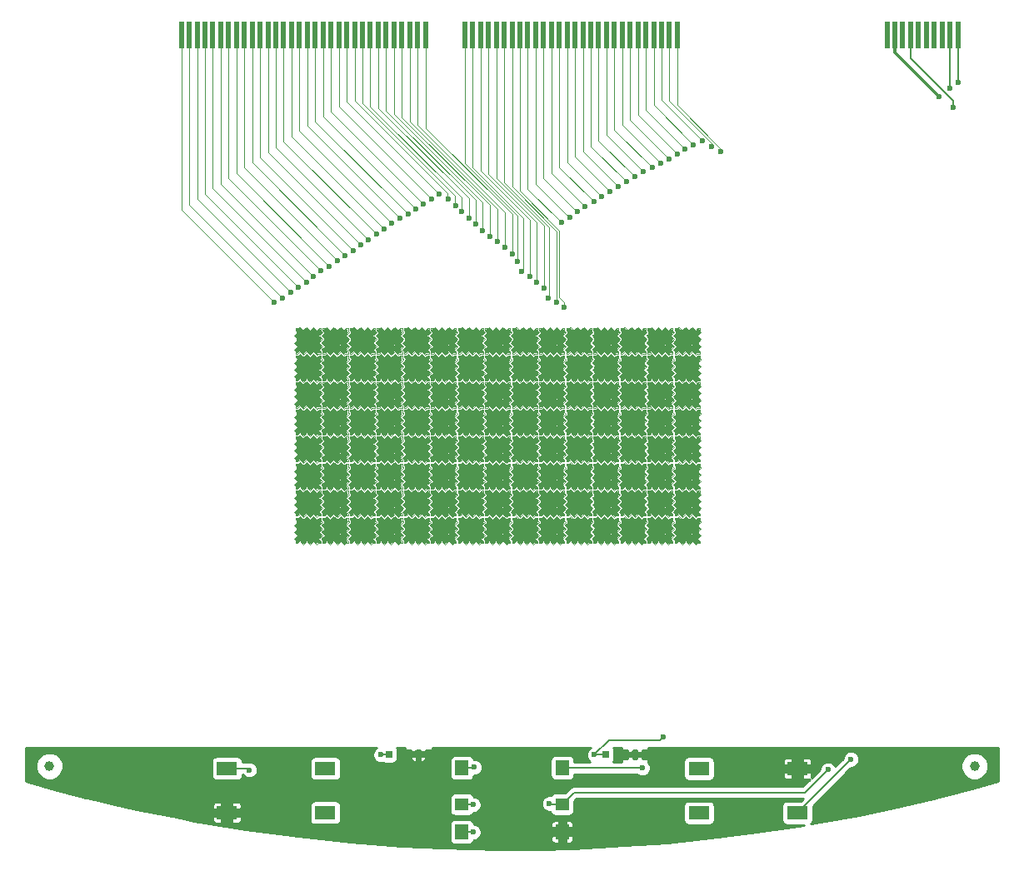
<source format=gbr>
G04 #@! TF.FileFunction,Copper,L1,Top,Signal*
%FSLAX46Y46*%
G04 Gerber Fmt 4.6, Leading zero omitted, Abs format (unit mm)*
G04 Created by KiCad (PCBNEW 4.0.1-stable) date 11/11/2016 12:06:41 PM*
%MOMM*%
G01*
G04 APERTURE LIST*
%ADD10C,0.100000*%
%ADD11C,0.300000*%
%ADD12C,0.600000*%
%ADD13C,0.150000*%
%ADD14R,0.500000X2.800000*%
%ADD15R,1.400000X1.500000*%
%ADD16R,1.400000X1.300000*%
%ADD17R,0.700000X0.800000*%
%ADD18C,1.000000*%
%ADD19R,2.100000X1.400000*%
%ADD20C,0.604800*%
%ADD21C,0.600000*%
%ADD22C,0.200000*%
%ADD23C,0.254000*%
G04 APERTURE END LIST*
D10*
D11*
X79700000Y-108725000D02*
X79700000Y-109325000D01*
X79700000Y-109325000D02*
X78900000Y-109325000D01*
X78900000Y-109325000D02*
X78900000Y-108725000D01*
X78900000Y-108725000D02*
X79700000Y-108725000D01*
D12*
X80100000Y-109725000D02*
X78500000Y-109725000D01*
X78500000Y-109725000D02*
X78500000Y-108325000D01*
X78500000Y-108325000D02*
X80100000Y-108325000D01*
X80100000Y-108325000D02*
X80100000Y-109725000D01*
D11*
X78300000Y-108225000D02*
X78300000Y-108725000D01*
X78300000Y-108925000D02*
X78300000Y-109425000D01*
X80300000Y-109325000D02*
X80300000Y-109825000D01*
X80300000Y-108625000D02*
X80300000Y-109125000D01*
X78300000Y-109725000D02*
X78300000Y-110025000D01*
X78600000Y-110025000D02*
X79000000Y-110025000D01*
X79300000Y-110025000D02*
X79700000Y-110025000D01*
X79900000Y-110025000D02*
X80300000Y-110025000D01*
X80300000Y-108025000D02*
X80300000Y-108325000D01*
X79600000Y-108025000D02*
X80000000Y-108025000D01*
X78900000Y-108025000D02*
X79300000Y-108025000D01*
X78300000Y-108025000D02*
X78700000Y-108025000D01*
D13*
X80470000Y-109415000D02*
X80600000Y-109545000D01*
X80600000Y-109545000D02*
X80470000Y-109665000D01*
X80470000Y-109665000D02*
X80470000Y-109415000D01*
X80460000Y-108725000D02*
X80590000Y-108855000D01*
X80590000Y-108855000D02*
X80460000Y-108975000D01*
X80460000Y-108975000D02*
X80460000Y-108725000D01*
X80370000Y-107855000D02*
X80480000Y-107855000D01*
X80480000Y-107855000D02*
X80470000Y-108305000D01*
X80470000Y-108305000D02*
X80570000Y-108145000D01*
X78130000Y-108635000D02*
X78000000Y-108505000D01*
X78000000Y-108505000D02*
X78130000Y-108385000D01*
X78130000Y-108385000D02*
X78130000Y-108635000D01*
X78140000Y-109325000D02*
X78010000Y-109195000D01*
X78010000Y-109195000D02*
X78140000Y-109075000D01*
X78140000Y-109075000D02*
X78140000Y-109325000D01*
X78230000Y-110195000D02*
X78120000Y-110195000D01*
X78120000Y-110195000D02*
X78130000Y-109745000D01*
X78130000Y-109745000D02*
X78030000Y-109905000D01*
X78910000Y-110195000D02*
X78780000Y-110325000D01*
X78780000Y-110325000D02*
X78660000Y-110195000D01*
X78660000Y-110195000D02*
X78910000Y-110195000D01*
X79600000Y-110185000D02*
X79470000Y-110315000D01*
X79470000Y-110315000D02*
X79350000Y-110185000D01*
X79350000Y-110185000D02*
X79600000Y-110185000D01*
X80470000Y-110095000D02*
X80470000Y-110205000D01*
X80470000Y-110205000D02*
X80020000Y-110195000D01*
X80020000Y-110195000D02*
X80180000Y-110295000D01*
X79690000Y-107855000D02*
X79820000Y-107725000D01*
X79820000Y-107725000D02*
X79940000Y-107855000D01*
X79940000Y-107855000D02*
X79690000Y-107855000D01*
X79000000Y-107865000D02*
X79130000Y-107735000D01*
X79130000Y-107735000D02*
X79250000Y-107865000D01*
X79250000Y-107865000D02*
X79000000Y-107865000D01*
X78130000Y-107955000D02*
X78130000Y-107845000D01*
X78130000Y-107845000D02*
X78580000Y-107855000D01*
X78580000Y-107855000D02*
X78420000Y-107755000D01*
D10*
X80711000Y-108166000D02*
X80575000Y-108036000D01*
X80575000Y-108036000D02*
X80575000Y-107750000D01*
X80575000Y-107750000D02*
X80374000Y-107750000D01*
X80374000Y-107750000D02*
X80159000Y-107974000D01*
X77889000Y-109884000D02*
X78025000Y-110014000D01*
X78025000Y-110014000D02*
X78025000Y-110300000D01*
X78025000Y-110300000D02*
X78226000Y-110300000D01*
X78226000Y-110300000D02*
X78441000Y-110076000D01*
X80159000Y-110436000D02*
X80289000Y-110300000D01*
X80289000Y-110300000D02*
X80575000Y-110300000D01*
X80575000Y-110300000D02*
X80575000Y-110099000D01*
X80575000Y-110099000D02*
X80351000Y-109884000D01*
X78441000Y-107614000D02*
X78311000Y-107750000D01*
X78311000Y-107750000D02*
X78025000Y-107750000D01*
X78025000Y-107750000D02*
X78025000Y-107951000D01*
X78025000Y-107951000D02*
X78249000Y-108166000D01*
X78440625Y-107614000D02*
X78784375Y-107974000D01*
X80159375Y-110436000D02*
X79815625Y-110076000D01*
X77889000Y-109884375D02*
X78249000Y-109540625D01*
X80711000Y-108165625D02*
X80351000Y-108509375D01*
X78784375Y-107974000D02*
X79128125Y-107614000D01*
X79128125Y-107614000D02*
X79471875Y-107974000D01*
X79815625Y-110076000D02*
X79471875Y-110436000D01*
X79471875Y-110436000D02*
X79128125Y-110076000D01*
X78249000Y-109540625D02*
X77889000Y-109196875D01*
X77889000Y-109196875D02*
X78249000Y-108853125D01*
X80351000Y-108509375D02*
X80711000Y-108853125D01*
X80711000Y-108853125D02*
X80351000Y-109196875D01*
X79471875Y-107974000D02*
X79815625Y-107614000D01*
X79815625Y-107614000D02*
X80159375Y-107974000D01*
X79128125Y-110076000D02*
X78784375Y-110436000D01*
X78784375Y-110436000D02*
X78440625Y-110076000D01*
X78249000Y-108853125D02*
X77889000Y-108509375D01*
X77889000Y-108509375D02*
X78249000Y-108165625D01*
X80351000Y-109196875D02*
X80711000Y-109540625D01*
X80711000Y-109540625D02*
X80351000Y-109884375D01*
D11*
X79700000Y-105975000D02*
X79700000Y-106575000D01*
X79700000Y-106575000D02*
X78900000Y-106575000D01*
X78900000Y-106575000D02*
X78900000Y-105975000D01*
X78900000Y-105975000D02*
X79700000Y-105975000D01*
D12*
X80100000Y-106975000D02*
X78500000Y-106975000D01*
X78500000Y-106975000D02*
X78500000Y-105575000D01*
X78500000Y-105575000D02*
X80100000Y-105575000D01*
X80100000Y-105575000D02*
X80100000Y-106975000D01*
D11*
X78300000Y-105475000D02*
X78300000Y-105975000D01*
X78300000Y-106175000D02*
X78300000Y-106675000D01*
X80300000Y-106575000D02*
X80300000Y-107075000D01*
X80300000Y-105875000D02*
X80300000Y-106375000D01*
X78300000Y-106975000D02*
X78300000Y-107275000D01*
X78600000Y-107275000D02*
X79000000Y-107275000D01*
X79300000Y-107275000D02*
X79700000Y-107275000D01*
X79900000Y-107275000D02*
X80300000Y-107275000D01*
X80300000Y-105275000D02*
X80300000Y-105575000D01*
X79600000Y-105275000D02*
X80000000Y-105275000D01*
X78900000Y-105275000D02*
X79300000Y-105275000D01*
X78300000Y-105275000D02*
X78700000Y-105275000D01*
D13*
X80470000Y-106665000D02*
X80600000Y-106795000D01*
X80600000Y-106795000D02*
X80470000Y-106915000D01*
X80470000Y-106915000D02*
X80470000Y-106665000D01*
X80460000Y-105975000D02*
X80590000Y-106105000D01*
X80590000Y-106105000D02*
X80460000Y-106225000D01*
X80460000Y-106225000D02*
X80460000Y-105975000D01*
X80370000Y-105105000D02*
X80480000Y-105105000D01*
X80480000Y-105105000D02*
X80470000Y-105555000D01*
X80470000Y-105555000D02*
X80570000Y-105395000D01*
X78130000Y-105885000D02*
X78000000Y-105755000D01*
X78000000Y-105755000D02*
X78130000Y-105635000D01*
X78130000Y-105635000D02*
X78130000Y-105885000D01*
X78140000Y-106575000D02*
X78010000Y-106445000D01*
X78010000Y-106445000D02*
X78140000Y-106325000D01*
X78140000Y-106325000D02*
X78140000Y-106575000D01*
X78230000Y-107445000D02*
X78120000Y-107445000D01*
X78120000Y-107445000D02*
X78130000Y-106995000D01*
X78130000Y-106995000D02*
X78030000Y-107155000D01*
X78910000Y-107445000D02*
X78780000Y-107575000D01*
X78780000Y-107575000D02*
X78660000Y-107445000D01*
X78660000Y-107445000D02*
X78910000Y-107445000D01*
X79600000Y-107435000D02*
X79470000Y-107565000D01*
X79470000Y-107565000D02*
X79350000Y-107435000D01*
X79350000Y-107435000D02*
X79600000Y-107435000D01*
X80470000Y-107345000D02*
X80470000Y-107455000D01*
X80470000Y-107455000D02*
X80020000Y-107445000D01*
X80020000Y-107445000D02*
X80180000Y-107545000D01*
X79690000Y-105105000D02*
X79820000Y-104975000D01*
X79820000Y-104975000D02*
X79940000Y-105105000D01*
X79940000Y-105105000D02*
X79690000Y-105105000D01*
X79000000Y-105115000D02*
X79130000Y-104985000D01*
X79130000Y-104985000D02*
X79250000Y-105115000D01*
X79250000Y-105115000D02*
X79000000Y-105115000D01*
X78130000Y-105205000D02*
X78130000Y-105095000D01*
X78130000Y-105095000D02*
X78580000Y-105105000D01*
X78580000Y-105105000D02*
X78420000Y-105005000D01*
D10*
X80711000Y-105416000D02*
X80575000Y-105286000D01*
X80575000Y-105286000D02*
X80575000Y-105000000D01*
X80575000Y-105000000D02*
X80374000Y-105000000D01*
X80374000Y-105000000D02*
X80159000Y-105224000D01*
X77889000Y-107134000D02*
X78025000Y-107264000D01*
X78025000Y-107264000D02*
X78025000Y-107550000D01*
X78025000Y-107550000D02*
X78226000Y-107550000D01*
X78226000Y-107550000D02*
X78441000Y-107326000D01*
X80159000Y-107686000D02*
X80289000Y-107550000D01*
X80289000Y-107550000D02*
X80575000Y-107550000D01*
X80575000Y-107550000D02*
X80575000Y-107349000D01*
X80575000Y-107349000D02*
X80351000Y-107134000D01*
X78441000Y-104864000D02*
X78311000Y-105000000D01*
X78311000Y-105000000D02*
X78025000Y-105000000D01*
X78025000Y-105000000D02*
X78025000Y-105201000D01*
X78025000Y-105201000D02*
X78249000Y-105416000D01*
X78440625Y-104864000D02*
X78784375Y-105224000D01*
X80159375Y-107686000D02*
X79815625Y-107326000D01*
X77889000Y-107134375D02*
X78249000Y-106790625D01*
X80711000Y-105415625D02*
X80351000Y-105759375D01*
X78784375Y-105224000D02*
X79128125Y-104864000D01*
X79128125Y-104864000D02*
X79471875Y-105224000D01*
X79815625Y-107326000D02*
X79471875Y-107686000D01*
X79471875Y-107686000D02*
X79128125Y-107326000D01*
X78249000Y-106790625D02*
X77889000Y-106446875D01*
X77889000Y-106446875D02*
X78249000Y-106103125D01*
X80351000Y-105759375D02*
X80711000Y-106103125D01*
X80711000Y-106103125D02*
X80351000Y-106446875D01*
X79471875Y-105224000D02*
X79815625Y-104864000D01*
X79815625Y-104864000D02*
X80159375Y-105224000D01*
X79128125Y-107326000D02*
X78784375Y-107686000D01*
X78784375Y-107686000D02*
X78440625Y-107326000D01*
X78249000Y-106103125D02*
X77889000Y-105759375D01*
X77889000Y-105759375D02*
X78249000Y-105415625D01*
X80351000Y-106446875D02*
X80711000Y-106790625D01*
X80711000Y-106790625D02*
X80351000Y-107134375D01*
D11*
X79700000Y-103225000D02*
X79700000Y-103825000D01*
X79700000Y-103825000D02*
X78900000Y-103825000D01*
X78900000Y-103825000D02*
X78900000Y-103225000D01*
X78900000Y-103225000D02*
X79700000Y-103225000D01*
D12*
X80100000Y-104225000D02*
X78500000Y-104225000D01*
X78500000Y-104225000D02*
X78500000Y-102825000D01*
X78500000Y-102825000D02*
X80100000Y-102825000D01*
X80100000Y-102825000D02*
X80100000Y-104225000D01*
D11*
X78300000Y-102725000D02*
X78300000Y-103225000D01*
X78300000Y-103425000D02*
X78300000Y-103925000D01*
X80300000Y-103825000D02*
X80300000Y-104325000D01*
X80300000Y-103125000D02*
X80300000Y-103625000D01*
X78300000Y-104225000D02*
X78300000Y-104525000D01*
X78600000Y-104525000D02*
X79000000Y-104525000D01*
X79300000Y-104525000D02*
X79700000Y-104525000D01*
X79900000Y-104525000D02*
X80300000Y-104525000D01*
X80300000Y-102525000D02*
X80300000Y-102825000D01*
X79600000Y-102525000D02*
X80000000Y-102525000D01*
X78900000Y-102525000D02*
X79300000Y-102525000D01*
X78300000Y-102525000D02*
X78700000Y-102525000D01*
D13*
X80470000Y-103915000D02*
X80600000Y-104045000D01*
X80600000Y-104045000D02*
X80470000Y-104165000D01*
X80470000Y-104165000D02*
X80470000Y-103915000D01*
X80460000Y-103225000D02*
X80590000Y-103355000D01*
X80590000Y-103355000D02*
X80460000Y-103475000D01*
X80460000Y-103475000D02*
X80460000Y-103225000D01*
X80370000Y-102355000D02*
X80480000Y-102355000D01*
X80480000Y-102355000D02*
X80470000Y-102805000D01*
X80470000Y-102805000D02*
X80570000Y-102645000D01*
X78130000Y-103135000D02*
X78000000Y-103005000D01*
X78000000Y-103005000D02*
X78130000Y-102885000D01*
X78130000Y-102885000D02*
X78130000Y-103135000D01*
X78140000Y-103825000D02*
X78010000Y-103695000D01*
X78010000Y-103695000D02*
X78140000Y-103575000D01*
X78140000Y-103575000D02*
X78140000Y-103825000D01*
X78230000Y-104695000D02*
X78120000Y-104695000D01*
X78120000Y-104695000D02*
X78130000Y-104245000D01*
X78130000Y-104245000D02*
X78030000Y-104405000D01*
X78910000Y-104695000D02*
X78780000Y-104825000D01*
X78780000Y-104825000D02*
X78660000Y-104695000D01*
X78660000Y-104695000D02*
X78910000Y-104695000D01*
X79600000Y-104685000D02*
X79470000Y-104815000D01*
X79470000Y-104815000D02*
X79350000Y-104685000D01*
X79350000Y-104685000D02*
X79600000Y-104685000D01*
X80470000Y-104595000D02*
X80470000Y-104705000D01*
X80470000Y-104705000D02*
X80020000Y-104695000D01*
X80020000Y-104695000D02*
X80180000Y-104795000D01*
X79690000Y-102355000D02*
X79820000Y-102225000D01*
X79820000Y-102225000D02*
X79940000Y-102355000D01*
X79940000Y-102355000D02*
X79690000Y-102355000D01*
X79000000Y-102365000D02*
X79130000Y-102235000D01*
X79130000Y-102235000D02*
X79250000Y-102365000D01*
X79250000Y-102365000D02*
X79000000Y-102365000D01*
X78130000Y-102455000D02*
X78130000Y-102345000D01*
X78130000Y-102345000D02*
X78580000Y-102355000D01*
X78580000Y-102355000D02*
X78420000Y-102255000D01*
D10*
X80711000Y-102666000D02*
X80575000Y-102536000D01*
X80575000Y-102536000D02*
X80575000Y-102250000D01*
X80575000Y-102250000D02*
X80374000Y-102250000D01*
X80374000Y-102250000D02*
X80159000Y-102474000D01*
X77889000Y-104384000D02*
X78025000Y-104514000D01*
X78025000Y-104514000D02*
X78025000Y-104800000D01*
X78025000Y-104800000D02*
X78226000Y-104800000D01*
X78226000Y-104800000D02*
X78441000Y-104576000D01*
X80159000Y-104936000D02*
X80289000Y-104800000D01*
X80289000Y-104800000D02*
X80575000Y-104800000D01*
X80575000Y-104800000D02*
X80575000Y-104599000D01*
X80575000Y-104599000D02*
X80351000Y-104384000D01*
X78441000Y-102114000D02*
X78311000Y-102250000D01*
X78311000Y-102250000D02*
X78025000Y-102250000D01*
X78025000Y-102250000D02*
X78025000Y-102451000D01*
X78025000Y-102451000D02*
X78249000Y-102666000D01*
X78440625Y-102114000D02*
X78784375Y-102474000D01*
X80159375Y-104936000D02*
X79815625Y-104576000D01*
X77889000Y-104384375D02*
X78249000Y-104040625D01*
X80711000Y-102665625D02*
X80351000Y-103009375D01*
X78784375Y-102474000D02*
X79128125Y-102114000D01*
X79128125Y-102114000D02*
X79471875Y-102474000D01*
X79815625Y-104576000D02*
X79471875Y-104936000D01*
X79471875Y-104936000D02*
X79128125Y-104576000D01*
X78249000Y-104040625D02*
X77889000Y-103696875D01*
X77889000Y-103696875D02*
X78249000Y-103353125D01*
X80351000Y-103009375D02*
X80711000Y-103353125D01*
X80711000Y-103353125D02*
X80351000Y-103696875D01*
X79471875Y-102474000D02*
X79815625Y-102114000D01*
X79815625Y-102114000D02*
X80159375Y-102474000D01*
X79128125Y-104576000D02*
X78784375Y-104936000D01*
X78784375Y-104936000D02*
X78440625Y-104576000D01*
X78249000Y-103353125D02*
X77889000Y-103009375D01*
X77889000Y-103009375D02*
X78249000Y-102665625D01*
X80351000Y-103696875D02*
X80711000Y-104040625D01*
X80711000Y-104040625D02*
X80351000Y-104384375D01*
D11*
X79700000Y-100475000D02*
X79700000Y-101075000D01*
X79700000Y-101075000D02*
X78900000Y-101075000D01*
X78900000Y-101075000D02*
X78900000Y-100475000D01*
X78900000Y-100475000D02*
X79700000Y-100475000D01*
D12*
X80100000Y-101475000D02*
X78500000Y-101475000D01*
X78500000Y-101475000D02*
X78500000Y-100075000D01*
X78500000Y-100075000D02*
X80100000Y-100075000D01*
X80100000Y-100075000D02*
X80100000Y-101475000D01*
D11*
X78300000Y-99975000D02*
X78300000Y-100475000D01*
X78300000Y-100675000D02*
X78300000Y-101175000D01*
X80300000Y-101075000D02*
X80300000Y-101575000D01*
X80300000Y-100375000D02*
X80300000Y-100875000D01*
X78300000Y-101475000D02*
X78300000Y-101775000D01*
X78600000Y-101775000D02*
X79000000Y-101775000D01*
X79300000Y-101775000D02*
X79700000Y-101775000D01*
X79900000Y-101775000D02*
X80300000Y-101775000D01*
X80300000Y-99775000D02*
X80300000Y-100075000D01*
X79600000Y-99775000D02*
X80000000Y-99775000D01*
X78900000Y-99775000D02*
X79300000Y-99775000D01*
X78300000Y-99775000D02*
X78700000Y-99775000D01*
D13*
X80470000Y-101165000D02*
X80600000Y-101295000D01*
X80600000Y-101295000D02*
X80470000Y-101415000D01*
X80470000Y-101415000D02*
X80470000Y-101165000D01*
X80460000Y-100475000D02*
X80590000Y-100605000D01*
X80590000Y-100605000D02*
X80460000Y-100725000D01*
X80460000Y-100725000D02*
X80460000Y-100475000D01*
X80370000Y-99605000D02*
X80480000Y-99605000D01*
X80480000Y-99605000D02*
X80470000Y-100055000D01*
X80470000Y-100055000D02*
X80570000Y-99895000D01*
X78130000Y-100385000D02*
X78000000Y-100255000D01*
X78000000Y-100255000D02*
X78130000Y-100135000D01*
X78130000Y-100135000D02*
X78130000Y-100385000D01*
X78140000Y-101075000D02*
X78010000Y-100945000D01*
X78010000Y-100945000D02*
X78140000Y-100825000D01*
X78140000Y-100825000D02*
X78140000Y-101075000D01*
X78230000Y-101945000D02*
X78120000Y-101945000D01*
X78120000Y-101945000D02*
X78130000Y-101495000D01*
X78130000Y-101495000D02*
X78030000Y-101655000D01*
X78910000Y-101945000D02*
X78780000Y-102075000D01*
X78780000Y-102075000D02*
X78660000Y-101945000D01*
X78660000Y-101945000D02*
X78910000Y-101945000D01*
X79600000Y-101935000D02*
X79470000Y-102065000D01*
X79470000Y-102065000D02*
X79350000Y-101935000D01*
X79350000Y-101935000D02*
X79600000Y-101935000D01*
X80470000Y-101845000D02*
X80470000Y-101955000D01*
X80470000Y-101955000D02*
X80020000Y-101945000D01*
X80020000Y-101945000D02*
X80180000Y-102045000D01*
X79690000Y-99605000D02*
X79820000Y-99475000D01*
X79820000Y-99475000D02*
X79940000Y-99605000D01*
X79940000Y-99605000D02*
X79690000Y-99605000D01*
X79000000Y-99615000D02*
X79130000Y-99485000D01*
X79130000Y-99485000D02*
X79250000Y-99615000D01*
X79250000Y-99615000D02*
X79000000Y-99615000D01*
X78130000Y-99705000D02*
X78130000Y-99595000D01*
X78130000Y-99595000D02*
X78580000Y-99605000D01*
X78580000Y-99605000D02*
X78420000Y-99505000D01*
D10*
X80711000Y-99916000D02*
X80575000Y-99786000D01*
X80575000Y-99786000D02*
X80575000Y-99500000D01*
X80575000Y-99500000D02*
X80374000Y-99500000D01*
X80374000Y-99500000D02*
X80159000Y-99724000D01*
X77889000Y-101634000D02*
X78025000Y-101764000D01*
X78025000Y-101764000D02*
X78025000Y-102050000D01*
X78025000Y-102050000D02*
X78226000Y-102050000D01*
X78226000Y-102050000D02*
X78441000Y-101826000D01*
X80159000Y-102186000D02*
X80289000Y-102050000D01*
X80289000Y-102050000D02*
X80575000Y-102050000D01*
X80575000Y-102050000D02*
X80575000Y-101849000D01*
X80575000Y-101849000D02*
X80351000Y-101634000D01*
X78441000Y-99364000D02*
X78311000Y-99500000D01*
X78311000Y-99500000D02*
X78025000Y-99500000D01*
X78025000Y-99500000D02*
X78025000Y-99701000D01*
X78025000Y-99701000D02*
X78249000Y-99916000D01*
X78440625Y-99364000D02*
X78784375Y-99724000D01*
X80159375Y-102186000D02*
X79815625Y-101826000D01*
X77889000Y-101634375D02*
X78249000Y-101290625D01*
X80711000Y-99915625D02*
X80351000Y-100259375D01*
X78784375Y-99724000D02*
X79128125Y-99364000D01*
X79128125Y-99364000D02*
X79471875Y-99724000D01*
X79815625Y-101826000D02*
X79471875Y-102186000D01*
X79471875Y-102186000D02*
X79128125Y-101826000D01*
X78249000Y-101290625D02*
X77889000Y-100946875D01*
X77889000Y-100946875D02*
X78249000Y-100603125D01*
X80351000Y-100259375D02*
X80711000Y-100603125D01*
X80711000Y-100603125D02*
X80351000Y-100946875D01*
X79471875Y-99724000D02*
X79815625Y-99364000D01*
X79815625Y-99364000D02*
X80159375Y-99724000D01*
X79128125Y-101826000D02*
X78784375Y-102186000D01*
X78784375Y-102186000D02*
X78440625Y-101826000D01*
X78249000Y-100603125D02*
X77889000Y-100259375D01*
X77889000Y-100259375D02*
X78249000Y-99915625D01*
X80351000Y-100946875D02*
X80711000Y-101290625D01*
X80711000Y-101290625D02*
X80351000Y-101634375D01*
D11*
X79700000Y-97725000D02*
X79700000Y-98325000D01*
X79700000Y-98325000D02*
X78900000Y-98325000D01*
X78900000Y-98325000D02*
X78900000Y-97725000D01*
X78900000Y-97725000D02*
X79700000Y-97725000D01*
D12*
X80100000Y-98725000D02*
X78500000Y-98725000D01*
X78500000Y-98725000D02*
X78500000Y-97325000D01*
X78500000Y-97325000D02*
X80100000Y-97325000D01*
X80100000Y-97325000D02*
X80100000Y-98725000D01*
D11*
X78300000Y-97225000D02*
X78300000Y-97725000D01*
X78300000Y-97925000D02*
X78300000Y-98425000D01*
X80300000Y-98325000D02*
X80300000Y-98825000D01*
X80300000Y-97625000D02*
X80300000Y-98125000D01*
X78300000Y-98725000D02*
X78300000Y-99025000D01*
X78600000Y-99025000D02*
X79000000Y-99025000D01*
X79300000Y-99025000D02*
X79700000Y-99025000D01*
X79900000Y-99025000D02*
X80300000Y-99025000D01*
X80300000Y-97025000D02*
X80300000Y-97325000D01*
X79600000Y-97025000D02*
X80000000Y-97025000D01*
X78900000Y-97025000D02*
X79300000Y-97025000D01*
X78300000Y-97025000D02*
X78700000Y-97025000D01*
D13*
X80470000Y-98415000D02*
X80600000Y-98545000D01*
X80600000Y-98545000D02*
X80470000Y-98665000D01*
X80470000Y-98665000D02*
X80470000Y-98415000D01*
X80460000Y-97725000D02*
X80590000Y-97855000D01*
X80590000Y-97855000D02*
X80460000Y-97975000D01*
X80460000Y-97975000D02*
X80460000Y-97725000D01*
X80370000Y-96855000D02*
X80480000Y-96855000D01*
X80480000Y-96855000D02*
X80470000Y-97305000D01*
X80470000Y-97305000D02*
X80570000Y-97145000D01*
X78130000Y-97635000D02*
X78000000Y-97505000D01*
X78000000Y-97505000D02*
X78130000Y-97385000D01*
X78130000Y-97385000D02*
X78130000Y-97635000D01*
X78140000Y-98325000D02*
X78010000Y-98195000D01*
X78010000Y-98195000D02*
X78140000Y-98075000D01*
X78140000Y-98075000D02*
X78140000Y-98325000D01*
X78230000Y-99195000D02*
X78120000Y-99195000D01*
X78120000Y-99195000D02*
X78130000Y-98745000D01*
X78130000Y-98745000D02*
X78030000Y-98905000D01*
X78910000Y-99195000D02*
X78780000Y-99325000D01*
X78780000Y-99325000D02*
X78660000Y-99195000D01*
X78660000Y-99195000D02*
X78910000Y-99195000D01*
X79600000Y-99185000D02*
X79470000Y-99315000D01*
X79470000Y-99315000D02*
X79350000Y-99185000D01*
X79350000Y-99185000D02*
X79600000Y-99185000D01*
X80470000Y-99095000D02*
X80470000Y-99205000D01*
X80470000Y-99205000D02*
X80020000Y-99195000D01*
X80020000Y-99195000D02*
X80180000Y-99295000D01*
X79690000Y-96855000D02*
X79820000Y-96725000D01*
X79820000Y-96725000D02*
X79940000Y-96855000D01*
X79940000Y-96855000D02*
X79690000Y-96855000D01*
X79000000Y-96865000D02*
X79130000Y-96735000D01*
X79130000Y-96735000D02*
X79250000Y-96865000D01*
X79250000Y-96865000D02*
X79000000Y-96865000D01*
X78130000Y-96955000D02*
X78130000Y-96845000D01*
X78130000Y-96845000D02*
X78580000Y-96855000D01*
X78580000Y-96855000D02*
X78420000Y-96755000D01*
D10*
X80711000Y-97166000D02*
X80575000Y-97036000D01*
X80575000Y-97036000D02*
X80575000Y-96750000D01*
X80575000Y-96750000D02*
X80374000Y-96750000D01*
X80374000Y-96750000D02*
X80159000Y-96974000D01*
X77889000Y-98884000D02*
X78025000Y-99014000D01*
X78025000Y-99014000D02*
X78025000Y-99300000D01*
X78025000Y-99300000D02*
X78226000Y-99300000D01*
X78226000Y-99300000D02*
X78441000Y-99076000D01*
X80159000Y-99436000D02*
X80289000Y-99300000D01*
X80289000Y-99300000D02*
X80575000Y-99300000D01*
X80575000Y-99300000D02*
X80575000Y-99099000D01*
X80575000Y-99099000D02*
X80351000Y-98884000D01*
X78441000Y-96614000D02*
X78311000Y-96750000D01*
X78311000Y-96750000D02*
X78025000Y-96750000D01*
X78025000Y-96750000D02*
X78025000Y-96951000D01*
X78025000Y-96951000D02*
X78249000Y-97166000D01*
X78440625Y-96614000D02*
X78784375Y-96974000D01*
X80159375Y-99436000D02*
X79815625Y-99076000D01*
X77889000Y-98884375D02*
X78249000Y-98540625D01*
X80711000Y-97165625D02*
X80351000Y-97509375D01*
X78784375Y-96974000D02*
X79128125Y-96614000D01*
X79128125Y-96614000D02*
X79471875Y-96974000D01*
X79815625Y-99076000D02*
X79471875Y-99436000D01*
X79471875Y-99436000D02*
X79128125Y-99076000D01*
X78249000Y-98540625D02*
X77889000Y-98196875D01*
X77889000Y-98196875D02*
X78249000Y-97853125D01*
X80351000Y-97509375D02*
X80711000Y-97853125D01*
X80711000Y-97853125D02*
X80351000Y-98196875D01*
X79471875Y-96974000D02*
X79815625Y-96614000D01*
X79815625Y-96614000D02*
X80159375Y-96974000D01*
X79128125Y-99076000D02*
X78784375Y-99436000D01*
X78784375Y-99436000D02*
X78440625Y-99076000D01*
X78249000Y-97853125D02*
X77889000Y-97509375D01*
X77889000Y-97509375D02*
X78249000Y-97165625D01*
X80351000Y-98196875D02*
X80711000Y-98540625D01*
X80711000Y-98540625D02*
X80351000Y-98884375D01*
D11*
X79700000Y-94975000D02*
X79700000Y-95575000D01*
X79700000Y-95575000D02*
X78900000Y-95575000D01*
X78900000Y-95575000D02*
X78900000Y-94975000D01*
X78900000Y-94975000D02*
X79700000Y-94975000D01*
D12*
X80100000Y-95975000D02*
X78500000Y-95975000D01*
X78500000Y-95975000D02*
X78500000Y-94575000D01*
X78500000Y-94575000D02*
X80100000Y-94575000D01*
X80100000Y-94575000D02*
X80100000Y-95975000D01*
D11*
X78300000Y-94475000D02*
X78300000Y-94975000D01*
X78300000Y-95175000D02*
X78300000Y-95675000D01*
X80300000Y-95575000D02*
X80300000Y-96075000D01*
X80300000Y-94875000D02*
X80300000Y-95375000D01*
X78300000Y-95975000D02*
X78300000Y-96275000D01*
X78600000Y-96275000D02*
X79000000Y-96275000D01*
X79300000Y-96275000D02*
X79700000Y-96275000D01*
X79900000Y-96275000D02*
X80300000Y-96275000D01*
X80300000Y-94275000D02*
X80300000Y-94575000D01*
X79600000Y-94275000D02*
X80000000Y-94275000D01*
X78900000Y-94275000D02*
X79300000Y-94275000D01*
X78300000Y-94275000D02*
X78700000Y-94275000D01*
D13*
X80470000Y-95665000D02*
X80600000Y-95795000D01*
X80600000Y-95795000D02*
X80470000Y-95915000D01*
X80470000Y-95915000D02*
X80470000Y-95665000D01*
X80460000Y-94975000D02*
X80590000Y-95105000D01*
X80590000Y-95105000D02*
X80460000Y-95225000D01*
X80460000Y-95225000D02*
X80460000Y-94975000D01*
X80370000Y-94105000D02*
X80480000Y-94105000D01*
X80480000Y-94105000D02*
X80470000Y-94555000D01*
X80470000Y-94555000D02*
X80570000Y-94395000D01*
X78130000Y-94885000D02*
X78000000Y-94755000D01*
X78000000Y-94755000D02*
X78130000Y-94635000D01*
X78130000Y-94635000D02*
X78130000Y-94885000D01*
X78140000Y-95575000D02*
X78010000Y-95445000D01*
X78010000Y-95445000D02*
X78140000Y-95325000D01*
X78140000Y-95325000D02*
X78140000Y-95575000D01*
X78230000Y-96445000D02*
X78120000Y-96445000D01*
X78120000Y-96445000D02*
X78130000Y-95995000D01*
X78130000Y-95995000D02*
X78030000Y-96155000D01*
X78910000Y-96445000D02*
X78780000Y-96575000D01*
X78780000Y-96575000D02*
X78660000Y-96445000D01*
X78660000Y-96445000D02*
X78910000Y-96445000D01*
X79600000Y-96435000D02*
X79470000Y-96565000D01*
X79470000Y-96565000D02*
X79350000Y-96435000D01*
X79350000Y-96435000D02*
X79600000Y-96435000D01*
X80470000Y-96345000D02*
X80470000Y-96455000D01*
X80470000Y-96455000D02*
X80020000Y-96445000D01*
X80020000Y-96445000D02*
X80180000Y-96545000D01*
X79690000Y-94105000D02*
X79820000Y-93975000D01*
X79820000Y-93975000D02*
X79940000Y-94105000D01*
X79940000Y-94105000D02*
X79690000Y-94105000D01*
X79000000Y-94115000D02*
X79130000Y-93985000D01*
X79130000Y-93985000D02*
X79250000Y-94115000D01*
X79250000Y-94115000D02*
X79000000Y-94115000D01*
X78130000Y-94205000D02*
X78130000Y-94095000D01*
X78130000Y-94095000D02*
X78580000Y-94105000D01*
X78580000Y-94105000D02*
X78420000Y-94005000D01*
D10*
X80711000Y-94416000D02*
X80575000Y-94286000D01*
X80575000Y-94286000D02*
X80575000Y-94000000D01*
X80575000Y-94000000D02*
X80374000Y-94000000D01*
X80374000Y-94000000D02*
X80159000Y-94224000D01*
X77889000Y-96134000D02*
X78025000Y-96264000D01*
X78025000Y-96264000D02*
X78025000Y-96550000D01*
X78025000Y-96550000D02*
X78226000Y-96550000D01*
X78226000Y-96550000D02*
X78441000Y-96326000D01*
X80159000Y-96686000D02*
X80289000Y-96550000D01*
X80289000Y-96550000D02*
X80575000Y-96550000D01*
X80575000Y-96550000D02*
X80575000Y-96349000D01*
X80575000Y-96349000D02*
X80351000Y-96134000D01*
X78441000Y-93864000D02*
X78311000Y-94000000D01*
X78311000Y-94000000D02*
X78025000Y-94000000D01*
X78025000Y-94000000D02*
X78025000Y-94201000D01*
X78025000Y-94201000D02*
X78249000Y-94416000D01*
X78440625Y-93864000D02*
X78784375Y-94224000D01*
X80159375Y-96686000D02*
X79815625Y-96326000D01*
X77889000Y-96134375D02*
X78249000Y-95790625D01*
X80711000Y-94415625D02*
X80351000Y-94759375D01*
X78784375Y-94224000D02*
X79128125Y-93864000D01*
X79128125Y-93864000D02*
X79471875Y-94224000D01*
X79815625Y-96326000D02*
X79471875Y-96686000D01*
X79471875Y-96686000D02*
X79128125Y-96326000D01*
X78249000Y-95790625D02*
X77889000Y-95446875D01*
X77889000Y-95446875D02*
X78249000Y-95103125D01*
X80351000Y-94759375D02*
X80711000Y-95103125D01*
X80711000Y-95103125D02*
X80351000Y-95446875D01*
X79471875Y-94224000D02*
X79815625Y-93864000D01*
X79815625Y-93864000D02*
X80159375Y-94224000D01*
X79128125Y-96326000D02*
X78784375Y-96686000D01*
X78784375Y-96686000D02*
X78440625Y-96326000D01*
X78249000Y-95103125D02*
X77889000Y-94759375D01*
X77889000Y-94759375D02*
X78249000Y-94415625D01*
X80351000Y-95446875D02*
X80711000Y-95790625D01*
X80711000Y-95790625D02*
X80351000Y-96134375D01*
D11*
X79700000Y-92225000D02*
X79700000Y-92825000D01*
X79700000Y-92825000D02*
X78900000Y-92825000D01*
X78900000Y-92825000D02*
X78900000Y-92225000D01*
X78900000Y-92225000D02*
X79700000Y-92225000D01*
D12*
X80100000Y-93225000D02*
X78500000Y-93225000D01*
X78500000Y-93225000D02*
X78500000Y-91825000D01*
X78500000Y-91825000D02*
X80100000Y-91825000D01*
X80100000Y-91825000D02*
X80100000Y-93225000D01*
D11*
X78300000Y-91725000D02*
X78300000Y-92225000D01*
X78300000Y-92425000D02*
X78300000Y-92925000D01*
X80300000Y-92825000D02*
X80300000Y-93325000D01*
X80300000Y-92125000D02*
X80300000Y-92625000D01*
X78300000Y-93225000D02*
X78300000Y-93525000D01*
X78600000Y-93525000D02*
X79000000Y-93525000D01*
X79300000Y-93525000D02*
X79700000Y-93525000D01*
X79900000Y-93525000D02*
X80300000Y-93525000D01*
X80300000Y-91525000D02*
X80300000Y-91825000D01*
X79600000Y-91525000D02*
X80000000Y-91525000D01*
X78900000Y-91525000D02*
X79300000Y-91525000D01*
X78300000Y-91525000D02*
X78700000Y-91525000D01*
D13*
X80470000Y-92915000D02*
X80600000Y-93045000D01*
X80600000Y-93045000D02*
X80470000Y-93165000D01*
X80470000Y-93165000D02*
X80470000Y-92915000D01*
X80460000Y-92225000D02*
X80590000Y-92355000D01*
X80590000Y-92355000D02*
X80460000Y-92475000D01*
X80460000Y-92475000D02*
X80460000Y-92225000D01*
X80370000Y-91355000D02*
X80480000Y-91355000D01*
X80480000Y-91355000D02*
X80470000Y-91805000D01*
X80470000Y-91805000D02*
X80570000Y-91645000D01*
X78130000Y-92135000D02*
X78000000Y-92005000D01*
X78000000Y-92005000D02*
X78130000Y-91885000D01*
X78130000Y-91885000D02*
X78130000Y-92135000D01*
X78140000Y-92825000D02*
X78010000Y-92695000D01*
X78010000Y-92695000D02*
X78140000Y-92575000D01*
X78140000Y-92575000D02*
X78140000Y-92825000D01*
X78230000Y-93695000D02*
X78120000Y-93695000D01*
X78120000Y-93695000D02*
X78130000Y-93245000D01*
X78130000Y-93245000D02*
X78030000Y-93405000D01*
X78910000Y-93695000D02*
X78780000Y-93825000D01*
X78780000Y-93825000D02*
X78660000Y-93695000D01*
X78660000Y-93695000D02*
X78910000Y-93695000D01*
X79600000Y-93685000D02*
X79470000Y-93815000D01*
X79470000Y-93815000D02*
X79350000Y-93685000D01*
X79350000Y-93685000D02*
X79600000Y-93685000D01*
X80470000Y-93595000D02*
X80470000Y-93705000D01*
X80470000Y-93705000D02*
X80020000Y-93695000D01*
X80020000Y-93695000D02*
X80180000Y-93795000D01*
X79690000Y-91355000D02*
X79820000Y-91225000D01*
X79820000Y-91225000D02*
X79940000Y-91355000D01*
X79940000Y-91355000D02*
X79690000Y-91355000D01*
X79000000Y-91365000D02*
X79130000Y-91235000D01*
X79130000Y-91235000D02*
X79250000Y-91365000D01*
X79250000Y-91365000D02*
X79000000Y-91365000D01*
X78130000Y-91455000D02*
X78130000Y-91345000D01*
X78130000Y-91345000D02*
X78580000Y-91355000D01*
X78580000Y-91355000D02*
X78420000Y-91255000D01*
D10*
X80711000Y-91666000D02*
X80575000Y-91536000D01*
X80575000Y-91536000D02*
X80575000Y-91250000D01*
X80575000Y-91250000D02*
X80374000Y-91250000D01*
X80374000Y-91250000D02*
X80159000Y-91474000D01*
X77889000Y-93384000D02*
X78025000Y-93514000D01*
X78025000Y-93514000D02*
X78025000Y-93800000D01*
X78025000Y-93800000D02*
X78226000Y-93800000D01*
X78226000Y-93800000D02*
X78441000Y-93576000D01*
X80159000Y-93936000D02*
X80289000Y-93800000D01*
X80289000Y-93800000D02*
X80575000Y-93800000D01*
X80575000Y-93800000D02*
X80575000Y-93599000D01*
X80575000Y-93599000D02*
X80351000Y-93384000D01*
X78441000Y-91114000D02*
X78311000Y-91250000D01*
X78311000Y-91250000D02*
X78025000Y-91250000D01*
X78025000Y-91250000D02*
X78025000Y-91451000D01*
X78025000Y-91451000D02*
X78249000Y-91666000D01*
X78440625Y-91114000D02*
X78784375Y-91474000D01*
X80159375Y-93936000D02*
X79815625Y-93576000D01*
X77889000Y-93384375D02*
X78249000Y-93040625D01*
X80711000Y-91665625D02*
X80351000Y-92009375D01*
X78784375Y-91474000D02*
X79128125Y-91114000D01*
X79128125Y-91114000D02*
X79471875Y-91474000D01*
X79815625Y-93576000D02*
X79471875Y-93936000D01*
X79471875Y-93936000D02*
X79128125Y-93576000D01*
X78249000Y-93040625D02*
X77889000Y-92696875D01*
X77889000Y-92696875D02*
X78249000Y-92353125D01*
X80351000Y-92009375D02*
X80711000Y-92353125D01*
X80711000Y-92353125D02*
X80351000Y-92696875D01*
X79471875Y-91474000D02*
X79815625Y-91114000D01*
X79815625Y-91114000D02*
X80159375Y-91474000D01*
X79128125Y-93576000D02*
X78784375Y-93936000D01*
X78784375Y-93936000D02*
X78440625Y-93576000D01*
X78249000Y-92353125D02*
X77889000Y-92009375D01*
X77889000Y-92009375D02*
X78249000Y-91665625D01*
X80351000Y-92696875D02*
X80711000Y-93040625D01*
X80711000Y-93040625D02*
X80351000Y-93384375D01*
D11*
X79700000Y-89475000D02*
X79700000Y-90075000D01*
X79700000Y-90075000D02*
X78900000Y-90075000D01*
X78900000Y-90075000D02*
X78900000Y-89475000D01*
X78900000Y-89475000D02*
X79700000Y-89475000D01*
D12*
X80100000Y-90475000D02*
X78500000Y-90475000D01*
X78500000Y-90475000D02*
X78500000Y-89075000D01*
X78500000Y-89075000D02*
X80100000Y-89075000D01*
X80100000Y-89075000D02*
X80100000Y-90475000D01*
D11*
X78300000Y-88975000D02*
X78300000Y-89475000D01*
X78300000Y-89675000D02*
X78300000Y-90175000D01*
X80300000Y-90075000D02*
X80300000Y-90575000D01*
X80300000Y-89375000D02*
X80300000Y-89875000D01*
X78300000Y-90475000D02*
X78300000Y-90775000D01*
X78600000Y-90775000D02*
X79000000Y-90775000D01*
X79300000Y-90775000D02*
X79700000Y-90775000D01*
X79900000Y-90775000D02*
X80300000Y-90775000D01*
X80300000Y-88775000D02*
X80300000Y-89075000D01*
X79600000Y-88775000D02*
X80000000Y-88775000D01*
X78900000Y-88775000D02*
X79300000Y-88775000D01*
X78300000Y-88775000D02*
X78700000Y-88775000D01*
D13*
X80470000Y-90165000D02*
X80600000Y-90295000D01*
X80600000Y-90295000D02*
X80470000Y-90415000D01*
X80470000Y-90415000D02*
X80470000Y-90165000D01*
X80460000Y-89475000D02*
X80590000Y-89605000D01*
X80590000Y-89605000D02*
X80460000Y-89725000D01*
X80460000Y-89725000D02*
X80460000Y-89475000D01*
X80370000Y-88605000D02*
X80480000Y-88605000D01*
X80480000Y-88605000D02*
X80470000Y-89055000D01*
X80470000Y-89055000D02*
X80570000Y-88895000D01*
X78130000Y-89385000D02*
X78000000Y-89255000D01*
X78000000Y-89255000D02*
X78130000Y-89135000D01*
X78130000Y-89135000D02*
X78130000Y-89385000D01*
X78140000Y-90075000D02*
X78010000Y-89945000D01*
X78010000Y-89945000D02*
X78140000Y-89825000D01*
X78140000Y-89825000D02*
X78140000Y-90075000D01*
X78230000Y-90945000D02*
X78120000Y-90945000D01*
X78120000Y-90945000D02*
X78130000Y-90495000D01*
X78130000Y-90495000D02*
X78030000Y-90655000D01*
X78910000Y-90945000D02*
X78780000Y-91075000D01*
X78780000Y-91075000D02*
X78660000Y-90945000D01*
X78660000Y-90945000D02*
X78910000Y-90945000D01*
X79600000Y-90935000D02*
X79470000Y-91065000D01*
X79470000Y-91065000D02*
X79350000Y-90935000D01*
X79350000Y-90935000D02*
X79600000Y-90935000D01*
X80470000Y-90845000D02*
X80470000Y-90955000D01*
X80470000Y-90955000D02*
X80020000Y-90945000D01*
X80020000Y-90945000D02*
X80180000Y-91045000D01*
X79690000Y-88605000D02*
X79820000Y-88475000D01*
X79820000Y-88475000D02*
X79940000Y-88605000D01*
X79940000Y-88605000D02*
X79690000Y-88605000D01*
X79000000Y-88615000D02*
X79130000Y-88485000D01*
X79130000Y-88485000D02*
X79250000Y-88615000D01*
X79250000Y-88615000D02*
X79000000Y-88615000D01*
X78130000Y-88705000D02*
X78130000Y-88595000D01*
X78130000Y-88595000D02*
X78580000Y-88605000D01*
X78580000Y-88605000D02*
X78420000Y-88505000D01*
D10*
X80711000Y-88916000D02*
X80575000Y-88786000D01*
X80575000Y-88786000D02*
X80575000Y-88500000D01*
X80575000Y-88500000D02*
X80374000Y-88500000D01*
X80374000Y-88500000D02*
X80159000Y-88724000D01*
X77889000Y-90634000D02*
X78025000Y-90764000D01*
X78025000Y-90764000D02*
X78025000Y-91050000D01*
X78025000Y-91050000D02*
X78226000Y-91050000D01*
X78226000Y-91050000D02*
X78441000Y-90826000D01*
X80159000Y-91186000D02*
X80289000Y-91050000D01*
X80289000Y-91050000D02*
X80575000Y-91050000D01*
X80575000Y-91050000D02*
X80575000Y-90849000D01*
X80575000Y-90849000D02*
X80351000Y-90634000D01*
X78441000Y-88364000D02*
X78311000Y-88500000D01*
X78311000Y-88500000D02*
X78025000Y-88500000D01*
X78025000Y-88500000D02*
X78025000Y-88701000D01*
X78025000Y-88701000D02*
X78249000Y-88916000D01*
X78440625Y-88364000D02*
X78784375Y-88724000D01*
X80159375Y-91186000D02*
X79815625Y-90826000D01*
X77889000Y-90634375D02*
X78249000Y-90290625D01*
X80711000Y-88915625D02*
X80351000Y-89259375D01*
X78784375Y-88724000D02*
X79128125Y-88364000D01*
X79128125Y-88364000D02*
X79471875Y-88724000D01*
X79815625Y-90826000D02*
X79471875Y-91186000D01*
X79471875Y-91186000D02*
X79128125Y-90826000D01*
X78249000Y-90290625D02*
X77889000Y-89946875D01*
X77889000Y-89946875D02*
X78249000Y-89603125D01*
X80351000Y-89259375D02*
X80711000Y-89603125D01*
X80711000Y-89603125D02*
X80351000Y-89946875D01*
X79471875Y-88724000D02*
X79815625Y-88364000D01*
X79815625Y-88364000D02*
X80159375Y-88724000D01*
X79128125Y-90826000D02*
X78784375Y-91186000D01*
X78784375Y-91186000D02*
X78440625Y-90826000D01*
X78249000Y-89603125D02*
X77889000Y-89259375D01*
X77889000Y-89259375D02*
X78249000Y-88915625D01*
X80351000Y-89946875D02*
X80711000Y-90290625D01*
X80711000Y-90290625D02*
X80351000Y-90634375D01*
D11*
X82450000Y-108725000D02*
X82450000Y-109325000D01*
X82450000Y-109325000D02*
X81650000Y-109325000D01*
X81650000Y-109325000D02*
X81650000Y-108725000D01*
X81650000Y-108725000D02*
X82450000Y-108725000D01*
D12*
X82850000Y-109725000D02*
X81250000Y-109725000D01*
X81250000Y-109725000D02*
X81250000Y-108325000D01*
X81250000Y-108325000D02*
X82850000Y-108325000D01*
X82850000Y-108325000D02*
X82850000Y-109725000D01*
D11*
X81050000Y-108225000D02*
X81050000Y-108725000D01*
X81050000Y-108925000D02*
X81050000Y-109425000D01*
X83050000Y-109325000D02*
X83050000Y-109825000D01*
X83050000Y-108625000D02*
X83050000Y-109125000D01*
X81050000Y-109725000D02*
X81050000Y-110025000D01*
X81350000Y-110025000D02*
X81750000Y-110025000D01*
X82050000Y-110025000D02*
X82450000Y-110025000D01*
X82650000Y-110025000D02*
X83050000Y-110025000D01*
X83050000Y-108025000D02*
X83050000Y-108325000D01*
X82350000Y-108025000D02*
X82750000Y-108025000D01*
X81650000Y-108025000D02*
X82050000Y-108025000D01*
X81050000Y-108025000D02*
X81450000Y-108025000D01*
D13*
X83220000Y-109415000D02*
X83350000Y-109545000D01*
X83350000Y-109545000D02*
X83220000Y-109665000D01*
X83220000Y-109665000D02*
X83220000Y-109415000D01*
X83210000Y-108725000D02*
X83340000Y-108855000D01*
X83340000Y-108855000D02*
X83210000Y-108975000D01*
X83210000Y-108975000D02*
X83210000Y-108725000D01*
X83120000Y-107855000D02*
X83230000Y-107855000D01*
X83230000Y-107855000D02*
X83220000Y-108305000D01*
X83220000Y-108305000D02*
X83320000Y-108145000D01*
X80880000Y-108635000D02*
X80750000Y-108505000D01*
X80750000Y-108505000D02*
X80880000Y-108385000D01*
X80880000Y-108385000D02*
X80880000Y-108635000D01*
X80890000Y-109325000D02*
X80760000Y-109195000D01*
X80760000Y-109195000D02*
X80890000Y-109075000D01*
X80890000Y-109075000D02*
X80890000Y-109325000D01*
X80980000Y-110195000D02*
X80870000Y-110195000D01*
X80870000Y-110195000D02*
X80880000Y-109745000D01*
X80880000Y-109745000D02*
X80780000Y-109905000D01*
X81660000Y-110195000D02*
X81530000Y-110325000D01*
X81530000Y-110325000D02*
X81410000Y-110195000D01*
X81410000Y-110195000D02*
X81660000Y-110195000D01*
X82350000Y-110185000D02*
X82220000Y-110315000D01*
X82220000Y-110315000D02*
X82100000Y-110185000D01*
X82100000Y-110185000D02*
X82350000Y-110185000D01*
X83220000Y-110095000D02*
X83220000Y-110205000D01*
X83220000Y-110205000D02*
X82770000Y-110195000D01*
X82770000Y-110195000D02*
X82930000Y-110295000D01*
X82440000Y-107855000D02*
X82570000Y-107725000D01*
X82570000Y-107725000D02*
X82690000Y-107855000D01*
X82690000Y-107855000D02*
X82440000Y-107855000D01*
X81750000Y-107865000D02*
X81880000Y-107735000D01*
X81880000Y-107735000D02*
X82000000Y-107865000D01*
X82000000Y-107865000D02*
X81750000Y-107865000D01*
X80880000Y-107955000D02*
X80880000Y-107845000D01*
X80880000Y-107845000D02*
X81330000Y-107855000D01*
X81330000Y-107855000D02*
X81170000Y-107755000D01*
D10*
X83461000Y-108166000D02*
X83325000Y-108036000D01*
X83325000Y-108036000D02*
X83325000Y-107750000D01*
X83325000Y-107750000D02*
X83124000Y-107750000D01*
X83124000Y-107750000D02*
X82909000Y-107974000D01*
X80639000Y-109884000D02*
X80775000Y-110014000D01*
X80775000Y-110014000D02*
X80775000Y-110300000D01*
X80775000Y-110300000D02*
X80976000Y-110300000D01*
X80976000Y-110300000D02*
X81191000Y-110076000D01*
X82909000Y-110436000D02*
X83039000Y-110300000D01*
X83039000Y-110300000D02*
X83325000Y-110300000D01*
X83325000Y-110300000D02*
X83325000Y-110099000D01*
X83325000Y-110099000D02*
X83101000Y-109884000D01*
X81191000Y-107614000D02*
X81061000Y-107750000D01*
X81061000Y-107750000D02*
X80775000Y-107750000D01*
X80775000Y-107750000D02*
X80775000Y-107951000D01*
X80775000Y-107951000D02*
X80999000Y-108166000D01*
X81190625Y-107614000D02*
X81534375Y-107974000D01*
X82909375Y-110436000D02*
X82565625Y-110076000D01*
X80639000Y-109884375D02*
X80999000Y-109540625D01*
X83461000Y-108165625D02*
X83101000Y-108509375D01*
X81534375Y-107974000D02*
X81878125Y-107614000D01*
X81878125Y-107614000D02*
X82221875Y-107974000D01*
X82565625Y-110076000D02*
X82221875Y-110436000D01*
X82221875Y-110436000D02*
X81878125Y-110076000D01*
X80999000Y-109540625D02*
X80639000Y-109196875D01*
X80639000Y-109196875D02*
X80999000Y-108853125D01*
X83101000Y-108509375D02*
X83461000Y-108853125D01*
X83461000Y-108853125D02*
X83101000Y-109196875D01*
X82221875Y-107974000D02*
X82565625Y-107614000D01*
X82565625Y-107614000D02*
X82909375Y-107974000D01*
X81878125Y-110076000D02*
X81534375Y-110436000D01*
X81534375Y-110436000D02*
X81190625Y-110076000D01*
X80999000Y-108853125D02*
X80639000Y-108509375D01*
X80639000Y-108509375D02*
X80999000Y-108165625D01*
X83101000Y-109196875D02*
X83461000Y-109540625D01*
X83461000Y-109540625D02*
X83101000Y-109884375D01*
D11*
X82450000Y-105975000D02*
X82450000Y-106575000D01*
X82450000Y-106575000D02*
X81650000Y-106575000D01*
X81650000Y-106575000D02*
X81650000Y-105975000D01*
X81650000Y-105975000D02*
X82450000Y-105975000D01*
D12*
X82850000Y-106975000D02*
X81250000Y-106975000D01*
X81250000Y-106975000D02*
X81250000Y-105575000D01*
X81250000Y-105575000D02*
X82850000Y-105575000D01*
X82850000Y-105575000D02*
X82850000Y-106975000D01*
D11*
X81050000Y-105475000D02*
X81050000Y-105975000D01*
X81050000Y-106175000D02*
X81050000Y-106675000D01*
X83050000Y-106575000D02*
X83050000Y-107075000D01*
X83050000Y-105875000D02*
X83050000Y-106375000D01*
X81050000Y-106975000D02*
X81050000Y-107275000D01*
X81350000Y-107275000D02*
X81750000Y-107275000D01*
X82050000Y-107275000D02*
X82450000Y-107275000D01*
X82650000Y-107275000D02*
X83050000Y-107275000D01*
X83050000Y-105275000D02*
X83050000Y-105575000D01*
X82350000Y-105275000D02*
X82750000Y-105275000D01*
X81650000Y-105275000D02*
X82050000Y-105275000D01*
X81050000Y-105275000D02*
X81450000Y-105275000D01*
D13*
X83220000Y-106665000D02*
X83350000Y-106795000D01*
X83350000Y-106795000D02*
X83220000Y-106915000D01*
X83220000Y-106915000D02*
X83220000Y-106665000D01*
X83210000Y-105975000D02*
X83340000Y-106105000D01*
X83340000Y-106105000D02*
X83210000Y-106225000D01*
X83210000Y-106225000D02*
X83210000Y-105975000D01*
X83120000Y-105105000D02*
X83230000Y-105105000D01*
X83230000Y-105105000D02*
X83220000Y-105555000D01*
X83220000Y-105555000D02*
X83320000Y-105395000D01*
X80880000Y-105885000D02*
X80750000Y-105755000D01*
X80750000Y-105755000D02*
X80880000Y-105635000D01*
X80880000Y-105635000D02*
X80880000Y-105885000D01*
X80890000Y-106575000D02*
X80760000Y-106445000D01*
X80760000Y-106445000D02*
X80890000Y-106325000D01*
X80890000Y-106325000D02*
X80890000Y-106575000D01*
X80980000Y-107445000D02*
X80870000Y-107445000D01*
X80870000Y-107445000D02*
X80880000Y-106995000D01*
X80880000Y-106995000D02*
X80780000Y-107155000D01*
X81660000Y-107445000D02*
X81530000Y-107575000D01*
X81530000Y-107575000D02*
X81410000Y-107445000D01*
X81410000Y-107445000D02*
X81660000Y-107445000D01*
X82350000Y-107435000D02*
X82220000Y-107565000D01*
X82220000Y-107565000D02*
X82100000Y-107435000D01*
X82100000Y-107435000D02*
X82350000Y-107435000D01*
X83220000Y-107345000D02*
X83220000Y-107455000D01*
X83220000Y-107455000D02*
X82770000Y-107445000D01*
X82770000Y-107445000D02*
X82930000Y-107545000D01*
X82440000Y-105105000D02*
X82570000Y-104975000D01*
X82570000Y-104975000D02*
X82690000Y-105105000D01*
X82690000Y-105105000D02*
X82440000Y-105105000D01*
X81750000Y-105115000D02*
X81880000Y-104985000D01*
X81880000Y-104985000D02*
X82000000Y-105115000D01*
X82000000Y-105115000D02*
X81750000Y-105115000D01*
X80880000Y-105205000D02*
X80880000Y-105095000D01*
X80880000Y-105095000D02*
X81330000Y-105105000D01*
X81330000Y-105105000D02*
X81170000Y-105005000D01*
D10*
X83461000Y-105416000D02*
X83325000Y-105286000D01*
X83325000Y-105286000D02*
X83325000Y-105000000D01*
X83325000Y-105000000D02*
X83124000Y-105000000D01*
X83124000Y-105000000D02*
X82909000Y-105224000D01*
X80639000Y-107134000D02*
X80775000Y-107264000D01*
X80775000Y-107264000D02*
X80775000Y-107550000D01*
X80775000Y-107550000D02*
X80976000Y-107550000D01*
X80976000Y-107550000D02*
X81191000Y-107326000D01*
X82909000Y-107686000D02*
X83039000Y-107550000D01*
X83039000Y-107550000D02*
X83325000Y-107550000D01*
X83325000Y-107550000D02*
X83325000Y-107349000D01*
X83325000Y-107349000D02*
X83101000Y-107134000D01*
X81191000Y-104864000D02*
X81061000Y-105000000D01*
X81061000Y-105000000D02*
X80775000Y-105000000D01*
X80775000Y-105000000D02*
X80775000Y-105201000D01*
X80775000Y-105201000D02*
X80999000Y-105416000D01*
X81190625Y-104864000D02*
X81534375Y-105224000D01*
X82909375Y-107686000D02*
X82565625Y-107326000D01*
X80639000Y-107134375D02*
X80999000Y-106790625D01*
X83461000Y-105415625D02*
X83101000Y-105759375D01*
X81534375Y-105224000D02*
X81878125Y-104864000D01*
X81878125Y-104864000D02*
X82221875Y-105224000D01*
X82565625Y-107326000D02*
X82221875Y-107686000D01*
X82221875Y-107686000D02*
X81878125Y-107326000D01*
X80999000Y-106790625D02*
X80639000Y-106446875D01*
X80639000Y-106446875D02*
X80999000Y-106103125D01*
X83101000Y-105759375D02*
X83461000Y-106103125D01*
X83461000Y-106103125D02*
X83101000Y-106446875D01*
X82221875Y-105224000D02*
X82565625Y-104864000D01*
X82565625Y-104864000D02*
X82909375Y-105224000D01*
X81878125Y-107326000D02*
X81534375Y-107686000D01*
X81534375Y-107686000D02*
X81190625Y-107326000D01*
X80999000Y-106103125D02*
X80639000Y-105759375D01*
X80639000Y-105759375D02*
X80999000Y-105415625D01*
X83101000Y-106446875D02*
X83461000Y-106790625D01*
X83461000Y-106790625D02*
X83101000Y-107134375D01*
D11*
X82450000Y-103225000D02*
X82450000Y-103825000D01*
X82450000Y-103825000D02*
X81650000Y-103825000D01*
X81650000Y-103825000D02*
X81650000Y-103225000D01*
X81650000Y-103225000D02*
X82450000Y-103225000D01*
D12*
X82850000Y-104225000D02*
X81250000Y-104225000D01*
X81250000Y-104225000D02*
X81250000Y-102825000D01*
X81250000Y-102825000D02*
X82850000Y-102825000D01*
X82850000Y-102825000D02*
X82850000Y-104225000D01*
D11*
X81050000Y-102725000D02*
X81050000Y-103225000D01*
X81050000Y-103425000D02*
X81050000Y-103925000D01*
X83050000Y-103825000D02*
X83050000Y-104325000D01*
X83050000Y-103125000D02*
X83050000Y-103625000D01*
X81050000Y-104225000D02*
X81050000Y-104525000D01*
X81350000Y-104525000D02*
X81750000Y-104525000D01*
X82050000Y-104525000D02*
X82450000Y-104525000D01*
X82650000Y-104525000D02*
X83050000Y-104525000D01*
X83050000Y-102525000D02*
X83050000Y-102825000D01*
X82350000Y-102525000D02*
X82750000Y-102525000D01*
X81650000Y-102525000D02*
X82050000Y-102525000D01*
X81050000Y-102525000D02*
X81450000Y-102525000D01*
D13*
X83220000Y-103915000D02*
X83350000Y-104045000D01*
X83350000Y-104045000D02*
X83220000Y-104165000D01*
X83220000Y-104165000D02*
X83220000Y-103915000D01*
X83210000Y-103225000D02*
X83340000Y-103355000D01*
X83340000Y-103355000D02*
X83210000Y-103475000D01*
X83210000Y-103475000D02*
X83210000Y-103225000D01*
X83120000Y-102355000D02*
X83230000Y-102355000D01*
X83230000Y-102355000D02*
X83220000Y-102805000D01*
X83220000Y-102805000D02*
X83320000Y-102645000D01*
X80880000Y-103135000D02*
X80750000Y-103005000D01*
X80750000Y-103005000D02*
X80880000Y-102885000D01*
X80880000Y-102885000D02*
X80880000Y-103135000D01*
X80890000Y-103825000D02*
X80760000Y-103695000D01*
X80760000Y-103695000D02*
X80890000Y-103575000D01*
X80890000Y-103575000D02*
X80890000Y-103825000D01*
X80980000Y-104695000D02*
X80870000Y-104695000D01*
X80870000Y-104695000D02*
X80880000Y-104245000D01*
X80880000Y-104245000D02*
X80780000Y-104405000D01*
X81660000Y-104695000D02*
X81530000Y-104825000D01*
X81530000Y-104825000D02*
X81410000Y-104695000D01*
X81410000Y-104695000D02*
X81660000Y-104695000D01*
X82350000Y-104685000D02*
X82220000Y-104815000D01*
X82220000Y-104815000D02*
X82100000Y-104685000D01*
X82100000Y-104685000D02*
X82350000Y-104685000D01*
X83220000Y-104595000D02*
X83220000Y-104705000D01*
X83220000Y-104705000D02*
X82770000Y-104695000D01*
X82770000Y-104695000D02*
X82930000Y-104795000D01*
X82440000Y-102355000D02*
X82570000Y-102225000D01*
X82570000Y-102225000D02*
X82690000Y-102355000D01*
X82690000Y-102355000D02*
X82440000Y-102355000D01*
X81750000Y-102365000D02*
X81880000Y-102235000D01*
X81880000Y-102235000D02*
X82000000Y-102365000D01*
X82000000Y-102365000D02*
X81750000Y-102365000D01*
X80880000Y-102455000D02*
X80880000Y-102345000D01*
X80880000Y-102345000D02*
X81330000Y-102355000D01*
X81330000Y-102355000D02*
X81170000Y-102255000D01*
D10*
X83461000Y-102666000D02*
X83325000Y-102536000D01*
X83325000Y-102536000D02*
X83325000Y-102250000D01*
X83325000Y-102250000D02*
X83124000Y-102250000D01*
X83124000Y-102250000D02*
X82909000Y-102474000D01*
X80639000Y-104384000D02*
X80775000Y-104514000D01*
X80775000Y-104514000D02*
X80775000Y-104800000D01*
X80775000Y-104800000D02*
X80976000Y-104800000D01*
X80976000Y-104800000D02*
X81191000Y-104576000D01*
X82909000Y-104936000D02*
X83039000Y-104800000D01*
X83039000Y-104800000D02*
X83325000Y-104800000D01*
X83325000Y-104800000D02*
X83325000Y-104599000D01*
X83325000Y-104599000D02*
X83101000Y-104384000D01*
X81191000Y-102114000D02*
X81061000Y-102250000D01*
X81061000Y-102250000D02*
X80775000Y-102250000D01*
X80775000Y-102250000D02*
X80775000Y-102451000D01*
X80775000Y-102451000D02*
X80999000Y-102666000D01*
X81190625Y-102114000D02*
X81534375Y-102474000D01*
X82909375Y-104936000D02*
X82565625Y-104576000D01*
X80639000Y-104384375D02*
X80999000Y-104040625D01*
X83461000Y-102665625D02*
X83101000Y-103009375D01*
X81534375Y-102474000D02*
X81878125Y-102114000D01*
X81878125Y-102114000D02*
X82221875Y-102474000D01*
X82565625Y-104576000D02*
X82221875Y-104936000D01*
X82221875Y-104936000D02*
X81878125Y-104576000D01*
X80999000Y-104040625D02*
X80639000Y-103696875D01*
X80639000Y-103696875D02*
X80999000Y-103353125D01*
X83101000Y-103009375D02*
X83461000Y-103353125D01*
X83461000Y-103353125D02*
X83101000Y-103696875D01*
X82221875Y-102474000D02*
X82565625Y-102114000D01*
X82565625Y-102114000D02*
X82909375Y-102474000D01*
X81878125Y-104576000D02*
X81534375Y-104936000D01*
X81534375Y-104936000D02*
X81190625Y-104576000D01*
X80999000Y-103353125D02*
X80639000Y-103009375D01*
X80639000Y-103009375D02*
X80999000Y-102665625D01*
X83101000Y-103696875D02*
X83461000Y-104040625D01*
X83461000Y-104040625D02*
X83101000Y-104384375D01*
D11*
X82450000Y-100475000D02*
X82450000Y-101075000D01*
X82450000Y-101075000D02*
X81650000Y-101075000D01*
X81650000Y-101075000D02*
X81650000Y-100475000D01*
X81650000Y-100475000D02*
X82450000Y-100475000D01*
D12*
X82850000Y-101475000D02*
X81250000Y-101475000D01*
X81250000Y-101475000D02*
X81250000Y-100075000D01*
X81250000Y-100075000D02*
X82850000Y-100075000D01*
X82850000Y-100075000D02*
X82850000Y-101475000D01*
D11*
X81050000Y-99975000D02*
X81050000Y-100475000D01*
X81050000Y-100675000D02*
X81050000Y-101175000D01*
X83050000Y-101075000D02*
X83050000Y-101575000D01*
X83050000Y-100375000D02*
X83050000Y-100875000D01*
X81050000Y-101475000D02*
X81050000Y-101775000D01*
X81350000Y-101775000D02*
X81750000Y-101775000D01*
X82050000Y-101775000D02*
X82450000Y-101775000D01*
X82650000Y-101775000D02*
X83050000Y-101775000D01*
X83050000Y-99775000D02*
X83050000Y-100075000D01*
X82350000Y-99775000D02*
X82750000Y-99775000D01*
X81650000Y-99775000D02*
X82050000Y-99775000D01*
X81050000Y-99775000D02*
X81450000Y-99775000D01*
D13*
X83220000Y-101165000D02*
X83350000Y-101295000D01*
X83350000Y-101295000D02*
X83220000Y-101415000D01*
X83220000Y-101415000D02*
X83220000Y-101165000D01*
X83210000Y-100475000D02*
X83340000Y-100605000D01*
X83340000Y-100605000D02*
X83210000Y-100725000D01*
X83210000Y-100725000D02*
X83210000Y-100475000D01*
X83120000Y-99605000D02*
X83230000Y-99605000D01*
X83230000Y-99605000D02*
X83220000Y-100055000D01*
X83220000Y-100055000D02*
X83320000Y-99895000D01*
X80880000Y-100385000D02*
X80750000Y-100255000D01*
X80750000Y-100255000D02*
X80880000Y-100135000D01*
X80880000Y-100135000D02*
X80880000Y-100385000D01*
X80890000Y-101075000D02*
X80760000Y-100945000D01*
X80760000Y-100945000D02*
X80890000Y-100825000D01*
X80890000Y-100825000D02*
X80890000Y-101075000D01*
X80980000Y-101945000D02*
X80870000Y-101945000D01*
X80870000Y-101945000D02*
X80880000Y-101495000D01*
X80880000Y-101495000D02*
X80780000Y-101655000D01*
X81660000Y-101945000D02*
X81530000Y-102075000D01*
X81530000Y-102075000D02*
X81410000Y-101945000D01*
X81410000Y-101945000D02*
X81660000Y-101945000D01*
X82350000Y-101935000D02*
X82220000Y-102065000D01*
X82220000Y-102065000D02*
X82100000Y-101935000D01*
X82100000Y-101935000D02*
X82350000Y-101935000D01*
X83220000Y-101845000D02*
X83220000Y-101955000D01*
X83220000Y-101955000D02*
X82770000Y-101945000D01*
X82770000Y-101945000D02*
X82930000Y-102045000D01*
X82440000Y-99605000D02*
X82570000Y-99475000D01*
X82570000Y-99475000D02*
X82690000Y-99605000D01*
X82690000Y-99605000D02*
X82440000Y-99605000D01*
X81750000Y-99615000D02*
X81880000Y-99485000D01*
X81880000Y-99485000D02*
X82000000Y-99615000D01*
X82000000Y-99615000D02*
X81750000Y-99615000D01*
X80880000Y-99705000D02*
X80880000Y-99595000D01*
X80880000Y-99595000D02*
X81330000Y-99605000D01*
X81330000Y-99605000D02*
X81170000Y-99505000D01*
D10*
X83461000Y-99916000D02*
X83325000Y-99786000D01*
X83325000Y-99786000D02*
X83325000Y-99500000D01*
X83325000Y-99500000D02*
X83124000Y-99500000D01*
X83124000Y-99500000D02*
X82909000Y-99724000D01*
X80639000Y-101634000D02*
X80775000Y-101764000D01*
X80775000Y-101764000D02*
X80775000Y-102050000D01*
X80775000Y-102050000D02*
X80976000Y-102050000D01*
X80976000Y-102050000D02*
X81191000Y-101826000D01*
X82909000Y-102186000D02*
X83039000Y-102050000D01*
X83039000Y-102050000D02*
X83325000Y-102050000D01*
X83325000Y-102050000D02*
X83325000Y-101849000D01*
X83325000Y-101849000D02*
X83101000Y-101634000D01*
X81191000Y-99364000D02*
X81061000Y-99500000D01*
X81061000Y-99500000D02*
X80775000Y-99500000D01*
X80775000Y-99500000D02*
X80775000Y-99701000D01*
X80775000Y-99701000D02*
X80999000Y-99916000D01*
X81190625Y-99364000D02*
X81534375Y-99724000D01*
X82909375Y-102186000D02*
X82565625Y-101826000D01*
X80639000Y-101634375D02*
X80999000Y-101290625D01*
X83461000Y-99915625D02*
X83101000Y-100259375D01*
X81534375Y-99724000D02*
X81878125Y-99364000D01*
X81878125Y-99364000D02*
X82221875Y-99724000D01*
X82565625Y-101826000D02*
X82221875Y-102186000D01*
X82221875Y-102186000D02*
X81878125Y-101826000D01*
X80999000Y-101290625D02*
X80639000Y-100946875D01*
X80639000Y-100946875D02*
X80999000Y-100603125D01*
X83101000Y-100259375D02*
X83461000Y-100603125D01*
X83461000Y-100603125D02*
X83101000Y-100946875D01*
X82221875Y-99724000D02*
X82565625Y-99364000D01*
X82565625Y-99364000D02*
X82909375Y-99724000D01*
X81878125Y-101826000D02*
X81534375Y-102186000D01*
X81534375Y-102186000D02*
X81190625Y-101826000D01*
X80999000Y-100603125D02*
X80639000Y-100259375D01*
X80639000Y-100259375D02*
X80999000Y-99915625D01*
X83101000Y-100946875D02*
X83461000Y-101290625D01*
X83461000Y-101290625D02*
X83101000Y-101634375D01*
D11*
X82450000Y-97725000D02*
X82450000Y-98325000D01*
X82450000Y-98325000D02*
X81650000Y-98325000D01*
X81650000Y-98325000D02*
X81650000Y-97725000D01*
X81650000Y-97725000D02*
X82450000Y-97725000D01*
D12*
X82850000Y-98725000D02*
X81250000Y-98725000D01*
X81250000Y-98725000D02*
X81250000Y-97325000D01*
X81250000Y-97325000D02*
X82850000Y-97325000D01*
X82850000Y-97325000D02*
X82850000Y-98725000D01*
D11*
X81050000Y-97225000D02*
X81050000Y-97725000D01*
X81050000Y-97925000D02*
X81050000Y-98425000D01*
X83050000Y-98325000D02*
X83050000Y-98825000D01*
X83050000Y-97625000D02*
X83050000Y-98125000D01*
X81050000Y-98725000D02*
X81050000Y-99025000D01*
X81350000Y-99025000D02*
X81750000Y-99025000D01*
X82050000Y-99025000D02*
X82450000Y-99025000D01*
X82650000Y-99025000D02*
X83050000Y-99025000D01*
X83050000Y-97025000D02*
X83050000Y-97325000D01*
X82350000Y-97025000D02*
X82750000Y-97025000D01*
X81650000Y-97025000D02*
X82050000Y-97025000D01*
X81050000Y-97025000D02*
X81450000Y-97025000D01*
D13*
X83220000Y-98415000D02*
X83350000Y-98545000D01*
X83350000Y-98545000D02*
X83220000Y-98665000D01*
X83220000Y-98665000D02*
X83220000Y-98415000D01*
X83210000Y-97725000D02*
X83340000Y-97855000D01*
X83340000Y-97855000D02*
X83210000Y-97975000D01*
X83210000Y-97975000D02*
X83210000Y-97725000D01*
X83120000Y-96855000D02*
X83230000Y-96855000D01*
X83230000Y-96855000D02*
X83220000Y-97305000D01*
X83220000Y-97305000D02*
X83320000Y-97145000D01*
X80880000Y-97635000D02*
X80750000Y-97505000D01*
X80750000Y-97505000D02*
X80880000Y-97385000D01*
X80880000Y-97385000D02*
X80880000Y-97635000D01*
X80890000Y-98325000D02*
X80760000Y-98195000D01*
X80760000Y-98195000D02*
X80890000Y-98075000D01*
X80890000Y-98075000D02*
X80890000Y-98325000D01*
X80980000Y-99195000D02*
X80870000Y-99195000D01*
X80870000Y-99195000D02*
X80880000Y-98745000D01*
X80880000Y-98745000D02*
X80780000Y-98905000D01*
X81660000Y-99195000D02*
X81530000Y-99325000D01*
X81530000Y-99325000D02*
X81410000Y-99195000D01*
X81410000Y-99195000D02*
X81660000Y-99195000D01*
X82350000Y-99185000D02*
X82220000Y-99315000D01*
X82220000Y-99315000D02*
X82100000Y-99185000D01*
X82100000Y-99185000D02*
X82350000Y-99185000D01*
X83220000Y-99095000D02*
X83220000Y-99205000D01*
X83220000Y-99205000D02*
X82770000Y-99195000D01*
X82770000Y-99195000D02*
X82930000Y-99295000D01*
X82440000Y-96855000D02*
X82570000Y-96725000D01*
X82570000Y-96725000D02*
X82690000Y-96855000D01*
X82690000Y-96855000D02*
X82440000Y-96855000D01*
X81750000Y-96865000D02*
X81880000Y-96735000D01*
X81880000Y-96735000D02*
X82000000Y-96865000D01*
X82000000Y-96865000D02*
X81750000Y-96865000D01*
X80880000Y-96955000D02*
X80880000Y-96845000D01*
X80880000Y-96845000D02*
X81330000Y-96855000D01*
X81330000Y-96855000D02*
X81170000Y-96755000D01*
D10*
X83461000Y-97166000D02*
X83325000Y-97036000D01*
X83325000Y-97036000D02*
X83325000Y-96750000D01*
X83325000Y-96750000D02*
X83124000Y-96750000D01*
X83124000Y-96750000D02*
X82909000Y-96974000D01*
X80639000Y-98884000D02*
X80775000Y-99014000D01*
X80775000Y-99014000D02*
X80775000Y-99300000D01*
X80775000Y-99300000D02*
X80976000Y-99300000D01*
X80976000Y-99300000D02*
X81191000Y-99076000D01*
X82909000Y-99436000D02*
X83039000Y-99300000D01*
X83039000Y-99300000D02*
X83325000Y-99300000D01*
X83325000Y-99300000D02*
X83325000Y-99099000D01*
X83325000Y-99099000D02*
X83101000Y-98884000D01*
X81191000Y-96614000D02*
X81061000Y-96750000D01*
X81061000Y-96750000D02*
X80775000Y-96750000D01*
X80775000Y-96750000D02*
X80775000Y-96951000D01*
X80775000Y-96951000D02*
X80999000Y-97166000D01*
X81190625Y-96614000D02*
X81534375Y-96974000D01*
X82909375Y-99436000D02*
X82565625Y-99076000D01*
X80639000Y-98884375D02*
X80999000Y-98540625D01*
X83461000Y-97165625D02*
X83101000Y-97509375D01*
X81534375Y-96974000D02*
X81878125Y-96614000D01*
X81878125Y-96614000D02*
X82221875Y-96974000D01*
X82565625Y-99076000D02*
X82221875Y-99436000D01*
X82221875Y-99436000D02*
X81878125Y-99076000D01*
X80999000Y-98540625D02*
X80639000Y-98196875D01*
X80639000Y-98196875D02*
X80999000Y-97853125D01*
X83101000Y-97509375D02*
X83461000Y-97853125D01*
X83461000Y-97853125D02*
X83101000Y-98196875D01*
X82221875Y-96974000D02*
X82565625Y-96614000D01*
X82565625Y-96614000D02*
X82909375Y-96974000D01*
X81878125Y-99076000D02*
X81534375Y-99436000D01*
X81534375Y-99436000D02*
X81190625Y-99076000D01*
X80999000Y-97853125D02*
X80639000Y-97509375D01*
X80639000Y-97509375D02*
X80999000Y-97165625D01*
X83101000Y-98196875D02*
X83461000Y-98540625D01*
X83461000Y-98540625D02*
X83101000Y-98884375D01*
D11*
X82450000Y-94975000D02*
X82450000Y-95575000D01*
X82450000Y-95575000D02*
X81650000Y-95575000D01*
X81650000Y-95575000D02*
X81650000Y-94975000D01*
X81650000Y-94975000D02*
X82450000Y-94975000D01*
D12*
X82850000Y-95975000D02*
X81250000Y-95975000D01*
X81250000Y-95975000D02*
X81250000Y-94575000D01*
X81250000Y-94575000D02*
X82850000Y-94575000D01*
X82850000Y-94575000D02*
X82850000Y-95975000D01*
D11*
X81050000Y-94475000D02*
X81050000Y-94975000D01*
X81050000Y-95175000D02*
X81050000Y-95675000D01*
X83050000Y-95575000D02*
X83050000Y-96075000D01*
X83050000Y-94875000D02*
X83050000Y-95375000D01*
X81050000Y-95975000D02*
X81050000Y-96275000D01*
X81350000Y-96275000D02*
X81750000Y-96275000D01*
X82050000Y-96275000D02*
X82450000Y-96275000D01*
X82650000Y-96275000D02*
X83050000Y-96275000D01*
X83050000Y-94275000D02*
X83050000Y-94575000D01*
X82350000Y-94275000D02*
X82750000Y-94275000D01*
X81650000Y-94275000D02*
X82050000Y-94275000D01*
X81050000Y-94275000D02*
X81450000Y-94275000D01*
D13*
X83220000Y-95665000D02*
X83350000Y-95795000D01*
X83350000Y-95795000D02*
X83220000Y-95915000D01*
X83220000Y-95915000D02*
X83220000Y-95665000D01*
X83210000Y-94975000D02*
X83340000Y-95105000D01*
X83340000Y-95105000D02*
X83210000Y-95225000D01*
X83210000Y-95225000D02*
X83210000Y-94975000D01*
X83120000Y-94105000D02*
X83230000Y-94105000D01*
X83230000Y-94105000D02*
X83220000Y-94555000D01*
X83220000Y-94555000D02*
X83320000Y-94395000D01*
X80880000Y-94885000D02*
X80750000Y-94755000D01*
X80750000Y-94755000D02*
X80880000Y-94635000D01*
X80880000Y-94635000D02*
X80880000Y-94885000D01*
X80890000Y-95575000D02*
X80760000Y-95445000D01*
X80760000Y-95445000D02*
X80890000Y-95325000D01*
X80890000Y-95325000D02*
X80890000Y-95575000D01*
X80980000Y-96445000D02*
X80870000Y-96445000D01*
X80870000Y-96445000D02*
X80880000Y-95995000D01*
X80880000Y-95995000D02*
X80780000Y-96155000D01*
X81660000Y-96445000D02*
X81530000Y-96575000D01*
X81530000Y-96575000D02*
X81410000Y-96445000D01*
X81410000Y-96445000D02*
X81660000Y-96445000D01*
X82350000Y-96435000D02*
X82220000Y-96565000D01*
X82220000Y-96565000D02*
X82100000Y-96435000D01*
X82100000Y-96435000D02*
X82350000Y-96435000D01*
X83220000Y-96345000D02*
X83220000Y-96455000D01*
X83220000Y-96455000D02*
X82770000Y-96445000D01*
X82770000Y-96445000D02*
X82930000Y-96545000D01*
X82440000Y-94105000D02*
X82570000Y-93975000D01*
X82570000Y-93975000D02*
X82690000Y-94105000D01*
X82690000Y-94105000D02*
X82440000Y-94105000D01*
X81750000Y-94115000D02*
X81880000Y-93985000D01*
X81880000Y-93985000D02*
X82000000Y-94115000D01*
X82000000Y-94115000D02*
X81750000Y-94115000D01*
X80880000Y-94205000D02*
X80880000Y-94095000D01*
X80880000Y-94095000D02*
X81330000Y-94105000D01*
X81330000Y-94105000D02*
X81170000Y-94005000D01*
D10*
X83461000Y-94416000D02*
X83325000Y-94286000D01*
X83325000Y-94286000D02*
X83325000Y-94000000D01*
X83325000Y-94000000D02*
X83124000Y-94000000D01*
X83124000Y-94000000D02*
X82909000Y-94224000D01*
X80639000Y-96134000D02*
X80775000Y-96264000D01*
X80775000Y-96264000D02*
X80775000Y-96550000D01*
X80775000Y-96550000D02*
X80976000Y-96550000D01*
X80976000Y-96550000D02*
X81191000Y-96326000D01*
X82909000Y-96686000D02*
X83039000Y-96550000D01*
X83039000Y-96550000D02*
X83325000Y-96550000D01*
X83325000Y-96550000D02*
X83325000Y-96349000D01*
X83325000Y-96349000D02*
X83101000Y-96134000D01*
X81191000Y-93864000D02*
X81061000Y-94000000D01*
X81061000Y-94000000D02*
X80775000Y-94000000D01*
X80775000Y-94000000D02*
X80775000Y-94201000D01*
X80775000Y-94201000D02*
X80999000Y-94416000D01*
X81190625Y-93864000D02*
X81534375Y-94224000D01*
X82909375Y-96686000D02*
X82565625Y-96326000D01*
X80639000Y-96134375D02*
X80999000Y-95790625D01*
X83461000Y-94415625D02*
X83101000Y-94759375D01*
X81534375Y-94224000D02*
X81878125Y-93864000D01*
X81878125Y-93864000D02*
X82221875Y-94224000D01*
X82565625Y-96326000D02*
X82221875Y-96686000D01*
X82221875Y-96686000D02*
X81878125Y-96326000D01*
X80999000Y-95790625D02*
X80639000Y-95446875D01*
X80639000Y-95446875D02*
X80999000Y-95103125D01*
X83101000Y-94759375D02*
X83461000Y-95103125D01*
X83461000Y-95103125D02*
X83101000Y-95446875D01*
X82221875Y-94224000D02*
X82565625Y-93864000D01*
X82565625Y-93864000D02*
X82909375Y-94224000D01*
X81878125Y-96326000D02*
X81534375Y-96686000D01*
X81534375Y-96686000D02*
X81190625Y-96326000D01*
X80999000Y-95103125D02*
X80639000Y-94759375D01*
X80639000Y-94759375D02*
X80999000Y-94415625D01*
X83101000Y-95446875D02*
X83461000Y-95790625D01*
X83461000Y-95790625D02*
X83101000Y-96134375D01*
D11*
X82450000Y-92225000D02*
X82450000Y-92825000D01*
X82450000Y-92825000D02*
X81650000Y-92825000D01*
X81650000Y-92825000D02*
X81650000Y-92225000D01*
X81650000Y-92225000D02*
X82450000Y-92225000D01*
D12*
X82850000Y-93225000D02*
X81250000Y-93225000D01*
X81250000Y-93225000D02*
X81250000Y-91825000D01*
X81250000Y-91825000D02*
X82850000Y-91825000D01*
X82850000Y-91825000D02*
X82850000Y-93225000D01*
D11*
X81050000Y-91725000D02*
X81050000Y-92225000D01*
X81050000Y-92425000D02*
X81050000Y-92925000D01*
X83050000Y-92825000D02*
X83050000Y-93325000D01*
X83050000Y-92125000D02*
X83050000Y-92625000D01*
X81050000Y-93225000D02*
X81050000Y-93525000D01*
X81350000Y-93525000D02*
X81750000Y-93525000D01*
X82050000Y-93525000D02*
X82450000Y-93525000D01*
X82650000Y-93525000D02*
X83050000Y-93525000D01*
X83050000Y-91525000D02*
X83050000Y-91825000D01*
X82350000Y-91525000D02*
X82750000Y-91525000D01*
X81650000Y-91525000D02*
X82050000Y-91525000D01*
X81050000Y-91525000D02*
X81450000Y-91525000D01*
D13*
X83220000Y-92915000D02*
X83350000Y-93045000D01*
X83350000Y-93045000D02*
X83220000Y-93165000D01*
X83220000Y-93165000D02*
X83220000Y-92915000D01*
X83210000Y-92225000D02*
X83340000Y-92355000D01*
X83340000Y-92355000D02*
X83210000Y-92475000D01*
X83210000Y-92475000D02*
X83210000Y-92225000D01*
X83120000Y-91355000D02*
X83230000Y-91355000D01*
X83230000Y-91355000D02*
X83220000Y-91805000D01*
X83220000Y-91805000D02*
X83320000Y-91645000D01*
X80880000Y-92135000D02*
X80750000Y-92005000D01*
X80750000Y-92005000D02*
X80880000Y-91885000D01*
X80880000Y-91885000D02*
X80880000Y-92135000D01*
X80890000Y-92825000D02*
X80760000Y-92695000D01*
X80760000Y-92695000D02*
X80890000Y-92575000D01*
X80890000Y-92575000D02*
X80890000Y-92825000D01*
X80980000Y-93695000D02*
X80870000Y-93695000D01*
X80870000Y-93695000D02*
X80880000Y-93245000D01*
X80880000Y-93245000D02*
X80780000Y-93405000D01*
X81660000Y-93695000D02*
X81530000Y-93825000D01*
X81530000Y-93825000D02*
X81410000Y-93695000D01*
X81410000Y-93695000D02*
X81660000Y-93695000D01*
X82350000Y-93685000D02*
X82220000Y-93815000D01*
X82220000Y-93815000D02*
X82100000Y-93685000D01*
X82100000Y-93685000D02*
X82350000Y-93685000D01*
X83220000Y-93595000D02*
X83220000Y-93705000D01*
X83220000Y-93705000D02*
X82770000Y-93695000D01*
X82770000Y-93695000D02*
X82930000Y-93795000D01*
X82440000Y-91355000D02*
X82570000Y-91225000D01*
X82570000Y-91225000D02*
X82690000Y-91355000D01*
X82690000Y-91355000D02*
X82440000Y-91355000D01*
X81750000Y-91365000D02*
X81880000Y-91235000D01*
X81880000Y-91235000D02*
X82000000Y-91365000D01*
X82000000Y-91365000D02*
X81750000Y-91365000D01*
X80880000Y-91455000D02*
X80880000Y-91345000D01*
X80880000Y-91345000D02*
X81330000Y-91355000D01*
X81330000Y-91355000D02*
X81170000Y-91255000D01*
D10*
X83461000Y-91666000D02*
X83325000Y-91536000D01*
X83325000Y-91536000D02*
X83325000Y-91250000D01*
X83325000Y-91250000D02*
X83124000Y-91250000D01*
X83124000Y-91250000D02*
X82909000Y-91474000D01*
X80639000Y-93384000D02*
X80775000Y-93514000D01*
X80775000Y-93514000D02*
X80775000Y-93800000D01*
X80775000Y-93800000D02*
X80976000Y-93800000D01*
X80976000Y-93800000D02*
X81191000Y-93576000D01*
X82909000Y-93936000D02*
X83039000Y-93800000D01*
X83039000Y-93800000D02*
X83325000Y-93800000D01*
X83325000Y-93800000D02*
X83325000Y-93599000D01*
X83325000Y-93599000D02*
X83101000Y-93384000D01*
X81191000Y-91114000D02*
X81061000Y-91250000D01*
X81061000Y-91250000D02*
X80775000Y-91250000D01*
X80775000Y-91250000D02*
X80775000Y-91451000D01*
X80775000Y-91451000D02*
X80999000Y-91666000D01*
X81190625Y-91114000D02*
X81534375Y-91474000D01*
X82909375Y-93936000D02*
X82565625Y-93576000D01*
X80639000Y-93384375D02*
X80999000Y-93040625D01*
X83461000Y-91665625D02*
X83101000Y-92009375D01*
X81534375Y-91474000D02*
X81878125Y-91114000D01*
X81878125Y-91114000D02*
X82221875Y-91474000D01*
X82565625Y-93576000D02*
X82221875Y-93936000D01*
X82221875Y-93936000D02*
X81878125Y-93576000D01*
X80999000Y-93040625D02*
X80639000Y-92696875D01*
X80639000Y-92696875D02*
X80999000Y-92353125D01*
X83101000Y-92009375D02*
X83461000Y-92353125D01*
X83461000Y-92353125D02*
X83101000Y-92696875D01*
X82221875Y-91474000D02*
X82565625Y-91114000D01*
X82565625Y-91114000D02*
X82909375Y-91474000D01*
X81878125Y-93576000D02*
X81534375Y-93936000D01*
X81534375Y-93936000D02*
X81190625Y-93576000D01*
X80999000Y-92353125D02*
X80639000Y-92009375D01*
X80639000Y-92009375D02*
X80999000Y-91665625D01*
X83101000Y-92696875D02*
X83461000Y-93040625D01*
X83461000Y-93040625D02*
X83101000Y-93384375D01*
D11*
X82450000Y-89475000D02*
X82450000Y-90075000D01*
X82450000Y-90075000D02*
X81650000Y-90075000D01*
X81650000Y-90075000D02*
X81650000Y-89475000D01*
X81650000Y-89475000D02*
X82450000Y-89475000D01*
D12*
X82850000Y-90475000D02*
X81250000Y-90475000D01*
X81250000Y-90475000D02*
X81250000Y-89075000D01*
X81250000Y-89075000D02*
X82850000Y-89075000D01*
X82850000Y-89075000D02*
X82850000Y-90475000D01*
D11*
X81050000Y-88975000D02*
X81050000Y-89475000D01*
X81050000Y-89675000D02*
X81050000Y-90175000D01*
X83050000Y-90075000D02*
X83050000Y-90575000D01*
X83050000Y-89375000D02*
X83050000Y-89875000D01*
X81050000Y-90475000D02*
X81050000Y-90775000D01*
X81350000Y-90775000D02*
X81750000Y-90775000D01*
X82050000Y-90775000D02*
X82450000Y-90775000D01*
X82650000Y-90775000D02*
X83050000Y-90775000D01*
X83050000Y-88775000D02*
X83050000Y-89075000D01*
X82350000Y-88775000D02*
X82750000Y-88775000D01*
X81650000Y-88775000D02*
X82050000Y-88775000D01*
X81050000Y-88775000D02*
X81450000Y-88775000D01*
D13*
X83220000Y-90165000D02*
X83350000Y-90295000D01*
X83350000Y-90295000D02*
X83220000Y-90415000D01*
X83220000Y-90415000D02*
X83220000Y-90165000D01*
X83210000Y-89475000D02*
X83340000Y-89605000D01*
X83340000Y-89605000D02*
X83210000Y-89725000D01*
X83210000Y-89725000D02*
X83210000Y-89475000D01*
X83120000Y-88605000D02*
X83230000Y-88605000D01*
X83230000Y-88605000D02*
X83220000Y-89055000D01*
X83220000Y-89055000D02*
X83320000Y-88895000D01*
X80880000Y-89385000D02*
X80750000Y-89255000D01*
X80750000Y-89255000D02*
X80880000Y-89135000D01*
X80880000Y-89135000D02*
X80880000Y-89385000D01*
X80890000Y-90075000D02*
X80760000Y-89945000D01*
X80760000Y-89945000D02*
X80890000Y-89825000D01*
X80890000Y-89825000D02*
X80890000Y-90075000D01*
X80980000Y-90945000D02*
X80870000Y-90945000D01*
X80870000Y-90945000D02*
X80880000Y-90495000D01*
X80880000Y-90495000D02*
X80780000Y-90655000D01*
X81660000Y-90945000D02*
X81530000Y-91075000D01*
X81530000Y-91075000D02*
X81410000Y-90945000D01*
X81410000Y-90945000D02*
X81660000Y-90945000D01*
X82350000Y-90935000D02*
X82220000Y-91065000D01*
X82220000Y-91065000D02*
X82100000Y-90935000D01*
X82100000Y-90935000D02*
X82350000Y-90935000D01*
X83220000Y-90845000D02*
X83220000Y-90955000D01*
X83220000Y-90955000D02*
X82770000Y-90945000D01*
X82770000Y-90945000D02*
X82930000Y-91045000D01*
X82440000Y-88605000D02*
X82570000Y-88475000D01*
X82570000Y-88475000D02*
X82690000Y-88605000D01*
X82690000Y-88605000D02*
X82440000Y-88605000D01*
X81750000Y-88615000D02*
X81880000Y-88485000D01*
X81880000Y-88485000D02*
X82000000Y-88615000D01*
X82000000Y-88615000D02*
X81750000Y-88615000D01*
X80880000Y-88705000D02*
X80880000Y-88595000D01*
X80880000Y-88595000D02*
X81330000Y-88605000D01*
X81330000Y-88605000D02*
X81170000Y-88505000D01*
D10*
X83461000Y-88916000D02*
X83325000Y-88786000D01*
X83325000Y-88786000D02*
X83325000Y-88500000D01*
X83325000Y-88500000D02*
X83124000Y-88500000D01*
X83124000Y-88500000D02*
X82909000Y-88724000D01*
X80639000Y-90634000D02*
X80775000Y-90764000D01*
X80775000Y-90764000D02*
X80775000Y-91050000D01*
X80775000Y-91050000D02*
X80976000Y-91050000D01*
X80976000Y-91050000D02*
X81191000Y-90826000D01*
X82909000Y-91186000D02*
X83039000Y-91050000D01*
X83039000Y-91050000D02*
X83325000Y-91050000D01*
X83325000Y-91050000D02*
X83325000Y-90849000D01*
X83325000Y-90849000D02*
X83101000Y-90634000D01*
X81191000Y-88364000D02*
X81061000Y-88500000D01*
X81061000Y-88500000D02*
X80775000Y-88500000D01*
X80775000Y-88500000D02*
X80775000Y-88701000D01*
X80775000Y-88701000D02*
X80999000Y-88916000D01*
X81190625Y-88364000D02*
X81534375Y-88724000D01*
X82909375Y-91186000D02*
X82565625Y-90826000D01*
X80639000Y-90634375D02*
X80999000Y-90290625D01*
X83461000Y-88915625D02*
X83101000Y-89259375D01*
X81534375Y-88724000D02*
X81878125Y-88364000D01*
X81878125Y-88364000D02*
X82221875Y-88724000D01*
X82565625Y-90826000D02*
X82221875Y-91186000D01*
X82221875Y-91186000D02*
X81878125Y-90826000D01*
X80999000Y-90290625D02*
X80639000Y-89946875D01*
X80639000Y-89946875D02*
X80999000Y-89603125D01*
X83101000Y-89259375D02*
X83461000Y-89603125D01*
X83461000Y-89603125D02*
X83101000Y-89946875D01*
X82221875Y-88724000D02*
X82565625Y-88364000D01*
X82565625Y-88364000D02*
X82909375Y-88724000D01*
X81878125Y-90826000D02*
X81534375Y-91186000D01*
X81534375Y-91186000D02*
X81190625Y-90826000D01*
X80999000Y-89603125D02*
X80639000Y-89259375D01*
X80639000Y-89259375D02*
X80999000Y-88915625D01*
X83101000Y-89946875D02*
X83461000Y-90290625D01*
X83461000Y-90290625D02*
X83101000Y-90634375D01*
D11*
X85200000Y-108725000D02*
X85200000Y-109325000D01*
X85200000Y-109325000D02*
X84400000Y-109325000D01*
X84400000Y-109325000D02*
X84400000Y-108725000D01*
X84400000Y-108725000D02*
X85200000Y-108725000D01*
D12*
X85600000Y-109725000D02*
X84000000Y-109725000D01*
X84000000Y-109725000D02*
X84000000Y-108325000D01*
X84000000Y-108325000D02*
X85600000Y-108325000D01*
X85600000Y-108325000D02*
X85600000Y-109725000D01*
D11*
X83800000Y-108225000D02*
X83800000Y-108725000D01*
X83800000Y-108925000D02*
X83800000Y-109425000D01*
X85800000Y-109325000D02*
X85800000Y-109825000D01*
X85800000Y-108625000D02*
X85800000Y-109125000D01*
X83800000Y-109725000D02*
X83800000Y-110025000D01*
X84100000Y-110025000D02*
X84500000Y-110025000D01*
X84800000Y-110025000D02*
X85200000Y-110025000D01*
X85400000Y-110025000D02*
X85800000Y-110025000D01*
X85800000Y-108025000D02*
X85800000Y-108325000D01*
X85100000Y-108025000D02*
X85500000Y-108025000D01*
X84400000Y-108025000D02*
X84800000Y-108025000D01*
X83800000Y-108025000D02*
X84200000Y-108025000D01*
D13*
X85970000Y-109415000D02*
X86100000Y-109545000D01*
X86100000Y-109545000D02*
X85970000Y-109665000D01*
X85970000Y-109665000D02*
X85970000Y-109415000D01*
X85960000Y-108725000D02*
X86090000Y-108855000D01*
X86090000Y-108855000D02*
X85960000Y-108975000D01*
X85960000Y-108975000D02*
X85960000Y-108725000D01*
X85870000Y-107855000D02*
X85980000Y-107855000D01*
X85980000Y-107855000D02*
X85970000Y-108305000D01*
X85970000Y-108305000D02*
X86070000Y-108145000D01*
X83630000Y-108635000D02*
X83500000Y-108505000D01*
X83500000Y-108505000D02*
X83630000Y-108385000D01*
X83630000Y-108385000D02*
X83630000Y-108635000D01*
X83640000Y-109325000D02*
X83510000Y-109195000D01*
X83510000Y-109195000D02*
X83640000Y-109075000D01*
X83640000Y-109075000D02*
X83640000Y-109325000D01*
X83730000Y-110195000D02*
X83620000Y-110195000D01*
X83620000Y-110195000D02*
X83630000Y-109745000D01*
X83630000Y-109745000D02*
X83530000Y-109905000D01*
X84410000Y-110195000D02*
X84280000Y-110325000D01*
X84280000Y-110325000D02*
X84160000Y-110195000D01*
X84160000Y-110195000D02*
X84410000Y-110195000D01*
X85100000Y-110185000D02*
X84970000Y-110315000D01*
X84970000Y-110315000D02*
X84850000Y-110185000D01*
X84850000Y-110185000D02*
X85100000Y-110185000D01*
X85970000Y-110095000D02*
X85970000Y-110205000D01*
X85970000Y-110205000D02*
X85520000Y-110195000D01*
X85520000Y-110195000D02*
X85680000Y-110295000D01*
X85190000Y-107855000D02*
X85320000Y-107725000D01*
X85320000Y-107725000D02*
X85440000Y-107855000D01*
X85440000Y-107855000D02*
X85190000Y-107855000D01*
X84500000Y-107865000D02*
X84630000Y-107735000D01*
X84630000Y-107735000D02*
X84750000Y-107865000D01*
X84750000Y-107865000D02*
X84500000Y-107865000D01*
X83630000Y-107955000D02*
X83630000Y-107845000D01*
X83630000Y-107845000D02*
X84080000Y-107855000D01*
X84080000Y-107855000D02*
X83920000Y-107755000D01*
D10*
X86211000Y-108166000D02*
X86075000Y-108036000D01*
X86075000Y-108036000D02*
X86075000Y-107750000D01*
X86075000Y-107750000D02*
X85874000Y-107750000D01*
X85874000Y-107750000D02*
X85659000Y-107974000D01*
X83389000Y-109884000D02*
X83525000Y-110014000D01*
X83525000Y-110014000D02*
X83525000Y-110300000D01*
X83525000Y-110300000D02*
X83726000Y-110300000D01*
X83726000Y-110300000D02*
X83941000Y-110076000D01*
X85659000Y-110436000D02*
X85789000Y-110300000D01*
X85789000Y-110300000D02*
X86075000Y-110300000D01*
X86075000Y-110300000D02*
X86075000Y-110099000D01*
X86075000Y-110099000D02*
X85851000Y-109884000D01*
X83941000Y-107614000D02*
X83811000Y-107750000D01*
X83811000Y-107750000D02*
X83525000Y-107750000D01*
X83525000Y-107750000D02*
X83525000Y-107951000D01*
X83525000Y-107951000D02*
X83749000Y-108166000D01*
X83940625Y-107614000D02*
X84284375Y-107974000D01*
X85659375Y-110436000D02*
X85315625Y-110076000D01*
X83389000Y-109884375D02*
X83749000Y-109540625D01*
X86211000Y-108165625D02*
X85851000Y-108509375D01*
X84284375Y-107974000D02*
X84628125Y-107614000D01*
X84628125Y-107614000D02*
X84971875Y-107974000D01*
X85315625Y-110076000D02*
X84971875Y-110436000D01*
X84971875Y-110436000D02*
X84628125Y-110076000D01*
X83749000Y-109540625D02*
X83389000Y-109196875D01*
X83389000Y-109196875D02*
X83749000Y-108853125D01*
X85851000Y-108509375D02*
X86211000Y-108853125D01*
X86211000Y-108853125D02*
X85851000Y-109196875D01*
X84971875Y-107974000D02*
X85315625Y-107614000D01*
X85315625Y-107614000D02*
X85659375Y-107974000D01*
X84628125Y-110076000D02*
X84284375Y-110436000D01*
X84284375Y-110436000D02*
X83940625Y-110076000D01*
X83749000Y-108853125D02*
X83389000Y-108509375D01*
X83389000Y-108509375D02*
X83749000Y-108165625D01*
X85851000Y-109196875D02*
X86211000Y-109540625D01*
X86211000Y-109540625D02*
X85851000Y-109884375D01*
D11*
X85200000Y-105975000D02*
X85200000Y-106575000D01*
X85200000Y-106575000D02*
X84400000Y-106575000D01*
X84400000Y-106575000D02*
X84400000Y-105975000D01*
X84400000Y-105975000D02*
X85200000Y-105975000D01*
D12*
X85600000Y-106975000D02*
X84000000Y-106975000D01*
X84000000Y-106975000D02*
X84000000Y-105575000D01*
X84000000Y-105575000D02*
X85600000Y-105575000D01*
X85600000Y-105575000D02*
X85600000Y-106975000D01*
D11*
X83800000Y-105475000D02*
X83800000Y-105975000D01*
X83800000Y-106175000D02*
X83800000Y-106675000D01*
X85800000Y-106575000D02*
X85800000Y-107075000D01*
X85800000Y-105875000D02*
X85800000Y-106375000D01*
X83800000Y-106975000D02*
X83800000Y-107275000D01*
X84100000Y-107275000D02*
X84500000Y-107275000D01*
X84800000Y-107275000D02*
X85200000Y-107275000D01*
X85400000Y-107275000D02*
X85800000Y-107275000D01*
X85800000Y-105275000D02*
X85800000Y-105575000D01*
X85100000Y-105275000D02*
X85500000Y-105275000D01*
X84400000Y-105275000D02*
X84800000Y-105275000D01*
X83800000Y-105275000D02*
X84200000Y-105275000D01*
D13*
X85970000Y-106665000D02*
X86100000Y-106795000D01*
X86100000Y-106795000D02*
X85970000Y-106915000D01*
X85970000Y-106915000D02*
X85970000Y-106665000D01*
X85960000Y-105975000D02*
X86090000Y-106105000D01*
X86090000Y-106105000D02*
X85960000Y-106225000D01*
X85960000Y-106225000D02*
X85960000Y-105975000D01*
X85870000Y-105105000D02*
X85980000Y-105105000D01*
X85980000Y-105105000D02*
X85970000Y-105555000D01*
X85970000Y-105555000D02*
X86070000Y-105395000D01*
X83630000Y-105885000D02*
X83500000Y-105755000D01*
X83500000Y-105755000D02*
X83630000Y-105635000D01*
X83630000Y-105635000D02*
X83630000Y-105885000D01*
X83640000Y-106575000D02*
X83510000Y-106445000D01*
X83510000Y-106445000D02*
X83640000Y-106325000D01*
X83640000Y-106325000D02*
X83640000Y-106575000D01*
X83730000Y-107445000D02*
X83620000Y-107445000D01*
X83620000Y-107445000D02*
X83630000Y-106995000D01*
X83630000Y-106995000D02*
X83530000Y-107155000D01*
X84410000Y-107445000D02*
X84280000Y-107575000D01*
X84280000Y-107575000D02*
X84160000Y-107445000D01*
X84160000Y-107445000D02*
X84410000Y-107445000D01*
X85100000Y-107435000D02*
X84970000Y-107565000D01*
X84970000Y-107565000D02*
X84850000Y-107435000D01*
X84850000Y-107435000D02*
X85100000Y-107435000D01*
X85970000Y-107345000D02*
X85970000Y-107455000D01*
X85970000Y-107455000D02*
X85520000Y-107445000D01*
X85520000Y-107445000D02*
X85680000Y-107545000D01*
X85190000Y-105105000D02*
X85320000Y-104975000D01*
X85320000Y-104975000D02*
X85440000Y-105105000D01*
X85440000Y-105105000D02*
X85190000Y-105105000D01*
X84500000Y-105115000D02*
X84630000Y-104985000D01*
X84630000Y-104985000D02*
X84750000Y-105115000D01*
X84750000Y-105115000D02*
X84500000Y-105115000D01*
X83630000Y-105205000D02*
X83630000Y-105095000D01*
X83630000Y-105095000D02*
X84080000Y-105105000D01*
X84080000Y-105105000D02*
X83920000Y-105005000D01*
D10*
X86211000Y-105416000D02*
X86075000Y-105286000D01*
X86075000Y-105286000D02*
X86075000Y-105000000D01*
X86075000Y-105000000D02*
X85874000Y-105000000D01*
X85874000Y-105000000D02*
X85659000Y-105224000D01*
X83389000Y-107134000D02*
X83525000Y-107264000D01*
X83525000Y-107264000D02*
X83525000Y-107550000D01*
X83525000Y-107550000D02*
X83726000Y-107550000D01*
X83726000Y-107550000D02*
X83941000Y-107326000D01*
X85659000Y-107686000D02*
X85789000Y-107550000D01*
X85789000Y-107550000D02*
X86075000Y-107550000D01*
X86075000Y-107550000D02*
X86075000Y-107349000D01*
X86075000Y-107349000D02*
X85851000Y-107134000D01*
X83941000Y-104864000D02*
X83811000Y-105000000D01*
X83811000Y-105000000D02*
X83525000Y-105000000D01*
X83525000Y-105000000D02*
X83525000Y-105201000D01*
X83525000Y-105201000D02*
X83749000Y-105416000D01*
X83940625Y-104864000D02*
X84284375Y-105224000D01*
X85659375Y-107686000D02*
X85315625Y-107326000D01*
X83389000Y-107134375D02*
X83749000Y-106790625D01*
X86211000Y-105415625D02*
X85851000Y-105759375D01*
X84284375Y-105224000D02*
X84628125Y-104864000D01*
X84628125Y-104864000D02*
X84971875Y-105224000D01*
X85315625Y-107326000D02*
X84971875Y-107686000D01*
X84971875Y-107686000D02*
X84628125Y-107326000D01*
X83749000Y-106790625D02*
X83389000Y-106446875D01*
X83389000Y-106446875D02*
X83749000Y-106103125D01*
X85851000Y-105759375D02*
X86211000Y-106103125D01*
X86211000Y-106103125D02*
X85851000Y-106446875D01*
X84971875Y-105224000D02*
X85315625Y-104864000D01*
X85315625Y-104864000D02*
X85659375Y-105224000D01*
X84628125Y-107326000D02*
X84284375Y-107686000D01*
X84284375Y-107686000D02*
X83940625Y-107326000D01*
X83749000Y-106103125D02*
X83389000Y-105759375D01*
X83389000Y-105759375D02*
X83749000Y-105415625D01*
X85851000Y-106446875D02*
X86211000Y-106790625D01*
X86211000Y-106790625D02*
X85851000Y-107134375D01*
D11*
X85200000Y-103225000D02*
X85200000Y-103825000D01*
X85200000Y-103825000D02*
X84400000Y-103825000D01*
X84400000Y-103825000D02*
X84400000Y-103225000D01*
X84400000Y-103225000D02*
X85200000Y-103225000D01*
D12*
X85600000Y-104225000D02*
X84000000Y-104225000D01*
X84000000Y-104225000D02*
X84000000Y-102825000D01*
X84000000Y-102825000D02*
X85600000Y-102825000D01*
X85600000Y-102825000D02*
X85600000Y-104225000D01*
D11*
X83800000Y-102725000D02*
X83800000Y-103225000D01*
X83800000Y-103425000D02*
X83800000Y-103925000D01*
X85800000Y-103825000D02*
X85800000Y-104325000D01*
X85800000Y-103125000D02*
X85800000Y-103625000D01*
X83800000Y-104225000D02*
X83800000Y-104525000D01*
X84100000Y-104525000D02*
X84500000Y-104525000D01*
X84800000Y-104525000D02*
X85200000Y-104525000D01*
X85400000Y-104525000D02*
X85800000Y-104525000D01*
X85800000Y-102525000D02*
X85800000Y-102825000D01*
X85100000Y-102525000D02*
X85500000Y-102525000D01*
X84400000Y-102525000D02*
X84800000Y-102525000D01*
X83800000Y-102525000D02*
X84200000Y-102525000D01*
D13*
X85970000Y-103915000D02*
X86100000Y-104045000D01*
X86100000Y-104045000D02*
X85970000Y-104165000D01*
X85970000Y-104165000D02*
X85970000Y-103915000D01*
X85960000Y-103225000D02*
X86090000Y-103355000D01*
X86090000Y-103355000D02*
X85960000Y-103475000D01*
X85960000Y-103475000D02*
X85960000Y-103225000D01*
X85870000Y-102355000D02*
X85980000Y-102355000D01*
X85980000Y-102355000D02*
X85970000Y-102805000D01*
X85970000Y-102805000D02*
X86070000Y-102645000D01*
X83630000Y-103135000D02*
X83500000Y-103005000D01*
X83500000Y-103005000D02*
X83630000Y-102885000D01*
X83630000Y-102885000D02*
X83630000Y-103135000D01*
X83640000Y-103825000D02*
X83510000Y-103695000D01*
X83510000Y-103695000D02*
X83640000Y-103575000D01*
X83640000Y-103575000D02*
X83640000Y-103825000D01*
X83730000Y-104695000D02*
X83620000Y-104695000D01*
X83620000Y-104695000D02*
X83630000Y-104245000D01*
X83630000Y-104245000D02*
X83530000Y-104405000D01*
X84410000Y-104695000D02*
X84280000Y-104825000D01*
X84280000Y-104825000D02*
X84160000Y-104695000D01*
X84160000Y-104695000D02*
X84410000Y-104695000D01*
X85100000Y-104685000D02*
X84970000Y-104815000D01*
X84970000Y-104815000D02*
X84850000Y-104685000D01*
X84850000Y-104685000D02*
X85100000Y-104685000D01*
X85970000Y-104595000D02*
X85970000Y-104705000D01*
X85970000Y-104705000D02*
X85520000Y-104695000D01*
X85520000Y-104695000D02*
X85680000Y-104795000D01*
X85190000Y-102355000D02*
X85320000Y-102225000D01*
X85320000Y-102225000D02*
X85440000Y-102355000D01*
X85440000Y-102355000D02*
X85190000Y-102355000D01*
X84500000Y-102365000D02*
X84630000Y-102235000D01*
X84630000Y-102235000D02*
X84750000Y-102365000D01*
X84750000Y-102365000D02*
X84500000Y-102365000D01*
X83630000Y-102455000D02*
X83630000Y-102345000D01*
X83630000Y-102345000D02*
X84080000Y-102355000D01*
X84080000Y-102355000D02*
X83920000Y-102255000D01*
D10*
X86211000Y-102666000D02*
X86075000Y-102536000D01*
X86075000Y-102536000D02*
X86075000Y-102250000D01*
X86075000Y-102250000D02*
X85874000Y-102250000D01*
X85874000Y-102250000D02*
X85659000Y-102474000D01*
X83389000Y-104384000D02*
X83525000Y-104514000D01*
X83525000Y-104514000D02*
X83525000Y-104800000D01*
X83525000Y-104800000D02*
X83726000Y-104800000D01*
X83726000Y-104800000D02*
X83941000Y-104576000D01*
X85659000Y-104936000D02*
X85789000Y-104800000D01*
X85789000Y-104800000D02*
X86075000Y-104800000D01*
X86075000Y-104800000D02*
X86075000Y-104599000D01*
X86075000Y-104599000D02*
X85851000Y-104384000D01*
X83941000Y-102114000D02*
X83811000Y-102250000D01*
X83811000Y-102250000D02*
X83525000Y-102250000D01*
X83525000Y-102250000D02*
X83525000Y-102451000D01*
X83525000Y-102451000D02*
X83749000Y-102666000D01*
X83940625Y-102114000D02*
X84284375Y-102474000D01*
X85659375Y-104936000D02*
X85315625Y-104576000D01*
X83389000Y-104384375D02*
X83749000Y-104040625D01*
X86211000Y-102665625D02*
X85851000Y-103009375D01*
X84284375Y-102474000D02*
X84628125Y-102114000D01*
X84628125Y-102114000D02*
X84971875Y-102474000D01*
X85315625Y-104576000D02*
X84971875Y-104936000D01*
X84971875Y-104936000D02*
X84628125Y-104576000D01*
X83749000Y-104040625D02*
X83389000Y-103696875D01*
X83389000Y-103696875D02*
X83749000Y-103353125D01*
X85851000Y-103009375D02*
X86211000Y-103353125D01*
X86211000Y-103353125D02*
X85851000Y-103696875D01*
X84971875Y-102474000D02*
X85315625Y-102114000D01*
X85315625Y-102114000D02*
X85659375Y-102474000D01*
X84628125Y-104576000D02*
X84284375Y-104936000D01*
X84284375Y-104936000D02*
X83940625Y-104576000D01*
X83749000Y-103353125D02*
X83389000Y-103009375D01*
X83389000Y-103009375D02*
X83749000Y-102665625D01*
X85851000Y-103696875D02*
X86211000Y-104040625D01*
X86211000Y-104040625D02*
X85851000Y-104384375D01*
D11*
X85200000Y-100475000D02*
X85200000Y-101075000D01*
X85200000Y-101075000D02*
X84400000Y-101075000D01*
X84400000Y-101075000D02*
X84400000Y-100475000D01*
X84400000Y-100475000D02*
X85200000Y-100475000D01*
D12*
X85600000Y-101475000D02*
X84000000Y-101475000D01*
X84000000Y-101475000D02*
X84000000Y-100075000D01*
X84000000Y-100075000D02*
X85600000Y-100075000D01*
X85600000Y-100075000D02*
X85600000Y-101475000D01*
D11*
X83800000Y-99975000D02*
X83800000Y-100475000D01*
X83800000Y-100675000D02*
X83800000Y-101175000D01*
X85800000Y-101075000D02*
X85800000Y-101575000D01*
X85800000Y-100375000D02*
X85800000Y-100875000D01*
X83800000Y-101475000D02*
X83800000Y-101775000D01*
X84100000Y-101775000D02*
X84500000Y-101775000D01*
X84800000Y-101775000D02*
X85200000Y-101775000D01*
X85400000Y-101775000D02*
X85800000Y-101775000D01*
X85800000Y-99775000D02*
X85800000Y-100075000D01*
X85100000Y-99775000D02*
X85500000Y-99775000D01*
X84400000Y-99775000D02*
X84800000Y-99775000D01*
X83800000Y-99775000D02*
X84200000Y-99775000D01*
D13*
X85970000Y-101165000D02*
X86100000Y-101295000D01*
X86100000Y-101295000D02*
X85970000Y-101415000D01*
X85970000Y-101415000D02*
X85970000Y-101165000D01*
X85960000Y-100475000D02*
X86090000Y-100605000D01*
X86090000Y-100605000D02*
X85960000Y-100725000D01*
X85960000Y-100725000D02*
X85960000Y-100475000D01*
X85870000Y-99605000D02*
X85980000Y-99605000D01*
X85980000Y-99605000D02*
X85970000Y-100055000D01*
X85970000Y-100055000D02*
X86070000Y-99895000D01*
X83630000Y-100385000D02*
X83500000Y-100255000D01*
X83500000Y-100255000D02*
X83630000Y-100135000D01*
X83630000Y-100135000D02*
X83630000Y-100385000D01*
X83640000Y-101075000D02*
X83510000Y-100945000D01*
X83510000Y-100945000D02*
X83640000Y-100825000D01*
X83640000Y-100825000D02*
X83640000Y-101075000D01*
X83730000Y-101945000D02*
X83620000Y-101945000D01*
X83620000Y-101945000D02*
X83630000Y-101495000D01*
X83630000Y-101495000D02*
X83530000Y-101655000D01*
X84410000Y-101945000D02*
X84280000Y-102075000D01*
X84280000Y-102075000D02*
X84160000Y-101945000D01*
X84160000Y-101945000D02*
X84410000Y-101945000D01*
X85100000Y-101935000D02*
X84970000Y-102065000D01*
X84970000Y-102065000D02*
X84850000Y-101935000D01*
X84850000Y-101935000D02*
X85100000Y-101935000D01*
X85970000Y-101845000D02*
X85970000Y-101955000D01*
X85970000Y-101955000D02*
X85520000Y-101945000D01*
X85520000Y-101945000D02*
X85680000Y-102045000D01*
X85190000Y-99605000D02*
X85320000Y-99475000D01*
X85320000Y-99475000D02*
X85440000Y-99605000D01*
X85440000Y-99605000D02*
X85190000Y-99605000D01*
X84500000Y-99615000D02*
X84630000Y-99485000D01*
X84630000Y-99485000D02*
X84750000Y-99615000D01*
X84750000Y-99615000D02*
X84500000Y-99615000D01*
X83630000Y-99705000D02*
X83630000Y-99595000D01*
X83630000Y-99595000D02*
X84080000Y-99605000D01*
X84080000Y-99605000D02*
X83920000Y-99505000D01*
D10*
X86211000Y-99916000D02*
X86075000Y-99786000D01*
X86075000Y-99786000D02*
X86075000Y-99500000D01*
X86075000Y-99500000D02*
X85874000Y-99500000D01*
X85874000Y-99500000D02*
X85659000Y-99724000D01*
X83389000Y-101634000D02*
X83525000Y-101764000D01*
X83525000Y-101764000D02*
X83525000Y-102050000D01*
X83525000Y-102050000D02*
X83726000Y-102050000D01*
X83726000Y-102050000D02*
X83941000Y-101826000D01*
X85659000Y-102186000D02*
X85789000Y-102050000D01*
X85789000Y-102050000D02*
X86075000Y-102050000D01*
X86075000Y-102050000D02*
X86075000Y-101849000D01*
X86075000Y-101849000D02*
X85851000Y-101634000D01*
X83941000Y-99364000D02*
X83811000Y-99500000D01*
X83811000Y-99500000D02*
X83525000Y-99500000D01*
X83525000Y-99500000D02*
X83525000Y-99701000D01*
X83525000Y-99701000D02*
X83749000Y-99916000D01*
X83940625Y-99364000D02*
X84284375Y-99724000D01*
X85659375Y-102186000D02*
X85315625Y-101826000D01*
X83389000Y-101634375D02*
X83749000Y-101290625D01*
X86211000Y-99915625D02*
X85851000Y-100259375D01*
X84284375Y-99724000D02*
X84628125Y-99364000D01*
X84628125Y-99364000D02*
X84971875Y-99724000D01*
X85315625Y-101826000D02*
X84971875Y-102186000D01*
X84971875Y-102186000D02*
X84628125Y-101826000D01*
X83749000Y-101290625D02*
X83389000Y-100946875D01*
X83389000Y-100946875D02*
X83749000Y-100603125D01*
X85851000Y-100259375D02*
X86211000Y-100603125D01*
X86211000Y-100603125D02*
X85851000Y-100946875D01*
X84971875Y-99724000D02*
X85315625Y-99364000D01*
X85315625Y-99364000D02*
X85659375Y-99724000D01*
X84628125Y-101826000D02*
X84284375Y-102186000D01*
X84284375Y-102186000D02*
X83940625Y-101826000D01*
X83749000Y-100603125D02*
X83389000Y-100259375D01*
X83389000Y-100259375D02*
X83749000Y-99915625D01*
X85851000Y-100946875D02*
X86211000Y-101290625D01*
X86211000Y-101290625D02*
X85851000Y-101634375D01*
D11*
X85200000Y-97725000D02*
X85200000Y-98325000D01*
X85200000Y-98325000D02*
X84400000Y-98325000D01*
X84400000Y-98325000D02*
X84400000Y-97725000D01*
X84400000Y-97725000D02*
X85200000Y-97725000D01*
D12*
X85600000Y-98725000D02*
X84000000Y-98725000D01*
X84000000Y-98725000D02*
X84000000Y-97325000D01*
X84000000Y-97325000D02*
X85600000Y-97325000D01*
X85600000Y-97325000D02*
X85600000Y-98725000D01*
D11*
X83800000Y-97225000D02*
X83800000Y-97725000D01*
X83800000Y-97925000D02*
X83800000Y-98425000D01*
X85800000Y-98325000D02*
X85800000Y-98825000D01*
X85800000Y-97625000D02*
X85800000Y-98125000D01*
X83800000Y-98725000D02*
X83800000Y-99025000D01*
X84100000Y-99025000D02*
X84500000Y-99025000D01*
X84800000Y-99025000D02*
X85200000Y-99025000D01*
X85400000Y-99025000D02*
X85800000Y-99025000D01*
X85800000Y-97025000D02*
X85800000Y-97325000D01*
X85100000Y-97025000D02*
X85500000Y-97025000D01*
X84400000Y-97025000D02*
X84800000Y-97025000D01*
X83800000Y-97025000D02*
X84200000Y-97025000D01*
D13*
X85970000Y-98415000D02*
X86100000Y-98545000D01*
X86100000Y-98545000D02*
X85970000Y-98665000D01*
X85970000Y-98665000D02*
X85970000Y-98415000D01*
X85960000Y-97725000D02*
X86090000Y-97855000D01*
X86090000Y-97855000D02*
X85960000Y-97975000D01*
X85960000Y-97975000D02*
X85960000Y-97725000D01*
X85870000Y-96855000D02*
X85980000Y-96855000D01*
X85980000Y-96855000D02*
X85970000Y-97305000D01*
X85970000Y-97305000D02*
X86070000Y-97145000D01*
X83630000Y-97635000D02*
X83500000Y-97505000D01*
X83500000Y-97505000D02*
X83630000Y-97385000D01*
X83630000Y-97385000D02*
X83630000Y-97635000D01*
X83640000Y-98325000D02*
X83510000Y-98195000D01*
X83510000Y-98195000D02*
X83640000Y-98075000D01*
X83640000Y-98075000D02*
X83640000Y-98325000D01*
X83730000Y-99195000D02*
X83620000Y-99195000D01*
X83620000Y-99195000D02*
X83630000Y-98745000D01*
X83630000Y-98745000D02*
X83530000Y-98905000D01*
X84410000Y-99195000D02*
X84280000Y-99325000D01*
X84280000Y-99325000D02*
X84160000Y-99195000D01*
X84160000Y-99195000D02*
X84410000Y-99195000D01*
X85100000Y-99185000D02*
X84970000Y-99315000D01*
X84970000Y-99315000D02*
X84850000Y-99185000D01*
X84850000Y-99185000D02*
X85100000Y-99185000D01*
X85970000Y-99095000D02*
X85970000Y-99205000D01*
X85970000Y-99205000D02*
X85520000Y-99195000D01*
X85520000Y-99195000D02*
X85680000Y-99295000D01*
X85190000Y-96855000D02*
X85320000Y-96725000D01*
X85320000Y-96725000D02*
X85440000Y-96855000D01*
X85440000Y-96855000D02*
X85190000Y-96855000D01*
X84500000Y-96865000D02*
X84630000Y-96735000D01*
X84630000Y-96735000D02*
X84750000Y-96865000D01*
X84750000Y-96865000D02*
X84500000Y-96865000D01*
X83630000Y-96955000D02*
X83630000Y-96845000D01*
X83630000Y-96845000D02*
X84080000Y-96855000D01*
X84080000Y-96855000D02*
X83920000Y-96755000D01*
D10*
X86211000Y-97166000D02*
X86075000Y-97036000D01*
X86075000Y-97036000D02*
X86075000Y-96750000D01*
X86075000Y-96750000D02*
X85874000Y-96750000D01*
X85874000Y-96750000D02*
X85659000Y-96974000D01*
X83389000Y-98884000D02*
X83525000Y-99014000D01*
X83525000Y-99014000D02*
X83525000Y-99300000D01*
X83525000Y-99300000D02*
X83726000Y-99300000D01*
X83726000Y-99300000D02*
X83941000Y-99076000D01*
X85659000Y-99436000D02*
X85789000Y-99300000D01*
X85789000Y-99300000D02*
X86075000Y-99300000D01*
X86075000Y-99300000D02*
X86075000Y-99099000D01*
X86075000Y-99099000D02*
X85851000Y-98884000D01*
X83941000Y-96614000D02*
X83811000Y-96750000D01*
X83811000Y-96750000D02*
X83525000Y-96750000D01*
X83525000Y-96750000D02*
X83525000Y-96951000D01*
X83525000Y-96951000D02*
X83749000Y-97166000D01*
X83940625Y-96614000D02*
X84284375Y-96974000D01*
X85659375Y-99436000D02*
X85315625Y-99076000D01*
X83389000Y-98884375D02*
X83749000Y-98540625D01*
X86211000Y-97165625D02*
X85851000Y-97509375D01*
X84284375Y-96974000D02*
X84628125Y-96614000D01*
X84628125Y-96614000D02*
X84971875Y-96974000D01*
X85315625Y-99076000D02*
X84971875Y-99436000D01*
X84971875Y-99436000D02*
X84628125Y-99076000D01*
X83749000Y-98540625D02*
X83389000Y-98196875D01*
X83389000Y-98196875D02*
X83749000Y-97853125D01*
X85851000Y-97509375D02*
X86211000Y-97853125D01*
X86211000Y-97853125D02*
X85851000Y-98196875D01*
X84971875Y-96974000D02*
X85315625Y-96614000D01*
X85315625Y-96614000D02*
X85659375Y-96974000D01*
X84628125Y-99076000D02*
X84284375Y-99436000D01*
X84284375Y-99436000D02*
X83940625Y-99076000D01*
X83749000Y-97853125D02*
X83389000Y-97509375D01*
X83389000Y-97509375D02*
X83749000Y-97165625D01*
X85851000Y-98196875D02*
X86211000Y-98540625D01*
X86211000Y-98540625D02*
X85851000Y-98884375D01*
D11*
X85200000Y-94975000D02*
X85200000Y-95575000D01*
X85200000Y-95575000D02*
X84400000Y-95575000D01*
X84400000Y-95575000D02*
X84400000Y-94975000D01*
X84400000Y-94975000D02*
X85200000Y-94975000D01*
D12*
X85600000Y-95975000D02*
X84000000Y-95975000D01*
X84000000Y-95975000D02*
X84000000Y-94575000D01*
X84000000Y-94575000D02*
X85600000Y-94575000D01*
X85600000Y-94575000D02*
X85600000Y-95975000D01*
D11*
X83800000Y-94475000D02*
X83800000Y-94975000D01*
X83800000Y-95175000D02*
X83800000Y-95675000D01*
X85800000Y-95575000D02*
X85800000Y-96075000D01*
X85800000Y-94875000D02*
X85800000Y-95375000D01*
X83800000Y-95975000D02*
X83800000Y-96275000D01*
X84100000Y-96275000D02*
X84500000Y-96275000D01*
X84800000Y-96275000D02*
X85200000Y-96275000D01*
X85400000Y-96275000D02*
X85800000Y-96275000D01*
X85800000Y-94275000D02*
X85800000Y-94575000D01*
X85100000Y-94275000D02*
X85500000Y-94275000D01*
X84400000Y-94275000D02*
X84800000Y-94275000D01*
X83800000Y-94275000D02*
X84200000Y-94275000D01*
D13*
X85970000Y-95665000D02*
X86100000Y-95795000D01*
X86100000Y-95795000D02*
X85970000Y-95915000D01*
X85970000Y-95915000D02*
X85970000Y-95665000D01*
X85960000Y-94975000D02*
X86090000Y-95105000D01*
X86090000Y-95105000D02*
X85960000Y-95225000D01*
X85960000Y-95225000D02*
X85960000Y-94975000D01*
X85870000Y-94105000D02*
X85980000Y-94105000D01*
X85980000Y-94105000D02*
X85970000Y-94555000D01*
X85970000Y-94555000D02*
X86070000Y-94395000D01*
X83630000Y-94885000D02*
X83500000Y-94755000D01*
X83500000Y-94755000D02*
X83630000Y-94635000D01*
X83630000Y-94635000D02*
X83630000Y-94885000D01*
X83640000Y-95575000D02*
X83510000Y-95445000D01*
X83510000Y-95445000D02*
X83640000Y-95325000D01*
X83640000Y-95325000D02*
X83640000Y-95575000D01*
X83730000Y-96445000D02*
X83620000Y-96445000D01*
X83620000Y-96445000D02*
X83630000Y-95995000D01*
X83630000Y-95995000D02*
X83530000Y-96155000D01*
X84410000Y-96445000D02*
X84280000Y-96575000D01*
X84280000Y-96575000D02*
X84160000Y-96445000D01*
X84160000Y-96445000D02*
X84410000Y-96445000D01*
X85100000Y-96435000D02*
X84970000Y-96565000D01*
X84970000Y-96565000D02*
X84850000Y-96435000D01*
X84850000Y-96435000D02*
X85100000Y-96435000D01*
X85970000Y-96345000D02*
X85970000Y-96455000D01*
X85970000Y-96455000D02*
X85520000Y-96445000D01*
X85520000Y-96445000D02*
X85680000Y-96545000D01*
X85190000Y-94105000D02*
X85320000Y-93975000D01*
X85320000Y-93975000D02*
X85440000Y-94105000D01*
X85440000Y-94105000D02*
X85190000Y-94105000D01*
X84500000Y-94115000D02*
X84630000Y-93985000D01*
X84630000Y-93985000D02*
X84750000Y-94115000D01*
X84750000Y-94115000D02*
X84500000Y-94115000D01*
X83630000Y-94205000D02*
X83630000Y-94095000D01*
X83630000Y-94095000D02*
X84080000Y-94105000D01*
X84080000Y-94105000D02*
X83920000Y-94005000D01*
D10*
X86211000Y-94416000D02*
X86075000Y-94286000D01*
X86075000Y-94286000D02*
X86075000Y-94000000D01*
X86075000Y-94000000D02*
X85874000Y-94000000D01*
X85874000Y-94000000D02*
X85659000Y-94224000D01*
X83389000Y-96134000D02*
X83525000Y-96264000D01*
X83525000Y-96264000D02*
X83525000Y-96550000D01*
X83525000Y-96550000D02*
X83726000Y-96550000D01*
X83726000Y-96550000D02*
X83941000Y-96326000D01*
X85659000Y-96686000D02*
X85789000Y-96550000D01*
X85789000Y-96550000D02*
X86075000Y-96550000D01*
X86075000Y-96550000D02*
X86075000Y-96349000D01*
X86075000Y-96349000D02*
X85851000Y-96134000D01*
X83941000Y-93864000D02*
X83811000Y-94000000D01*
X83811000Y-94000000D02*
X83525000Y-94000000D01*
X83525000Y-94000000D02*
X83525000Y-94201000D01*
X83525000Y-94201000D02*
X83749000Y-94416000D01*
X83940625Y-93864000D02*
X84284375Y-94224000D01*
X85659375Y-96686000D02*
X85315625Y-96326000D01*
X83389000Y-96134375D02*
X83749000Y-95790625D01*
X86211000Y-94415625D02*
X85851000Y-94759375D01*
X84284375Y-94224000D02*
X84628125Y-93864000D01*
X84628125Y-93864000D02*
X84971875Y-94224000D01*
X85315625Y-96326000D02*
X84971875Y-96686000D01*
X84971875Y-96686000D02*
X84628125Y-96326000D01*
X83749000Y-95790625D02*
X83389000Y-95446875D01*
X83389000Y-95446875D02*
X83749000Y-95103125D01*
X85851000Y-94759375D02*
X86211000Y-95103125D01*
X86211000Y-95103125D02*
X85851000Y-95446875D01*
X84971875Y-94224000D02*
X85315625Y-93864000D01*
X85315625Y-93864000D02*
X85659375Y-94224000D01*
X84628125Y-96326000D02*
X84284375Y-96686000D01*
X84284375Y-96686000D02*
X83940625Y-96326000D01*
X83749000Y-95103125D02*
X83389000Y-94759375D01*
X83389000Y-94759375D02*
X83749000Y-94415625D01*
X85851000Y-95446875D02*
X86211000Y-95790625D01*
X86211000Y-95790625D02*
X85851000Y-96134375D01*
D11*
X85200000Y-92225000D02*
X85200000Y-92825000D01*
X85200000Y-92825000D02*
X84400000Y-92825000D01*
X84400000Y-92825000D02*
X84400000Y-92225000D01*
X84400000Y-92225000D02*
X85200000Y-92225000D01*
D12*
X85600000Y-93225000D02*
X84000000Y-93225000D01*
X84000000Y-93225000D02*
X84000000Y-91825000D01*
X84000000Y-91825000D02*
X85600000Y-91825000D01*
X85600000Y-91825000D02*
X85600000Y-93225000D01*
D11*
X83800000Y-91725000D02*
X83800000Y-92225000D01*
X83800000Y-92425000D02*
X83800000Y-92925000D01*
X85800000Y-92825000D02*
X85800000Y-93325000D01*
X85800000Y-92125000D02*
X85800000Y-92625000D01*
X83800000Y-93225000D02*
X83800000Y-93525000D01*
X84100000Y-93525000D02*
X84500000Y-93525000D01*
X84800000Y-93525000D02*
X85200000Y-93525000D01*
X85400000Y-93525000D02*
X85800000Y-93525000D01*
X85800000Y-91525000D02*
X85800000Y-91825000D01*
X85100000Y-91525000D02*
X85500000Y-91525000D01*
X84400000Y-91525000D02*
X84800000Y-91525000D01*
X83800000Y-91525000D02*
X84200000Y-91525000D01*
D13*
X85970000Y-92915000D02*
X86100000Y-93045000D01*
X86100000Y-93045000D02*
X85970000Y-93165000D01*
X85970000Y-93165000D02*
X85970000Y-92915000D01*
X85960000Y-92225000D02*
X86090000Y-92355000D01*
X86090000Y-92355000D02*
X85960000Y-92475000D01*
X85960000Y-92475000D02*
X85960000Y-92225000D01*
X85870000Y-91355000D02*
X85980000Y-91355000D01*
X85980000Y-91355000D02*
X85970000Y-91805000D01*
X85970000Y-91805000D02*
X86070000Y-91645000D01*
X83630000Y-92135000D02*
X83500000Y-92005000D01*
X83500000Y-92005000D02*
X83630000Y-91885000D01*
X83630000Y-91885000D02*
X83630000Y-92135000D01*
X83640000Y-92825000D02*
X83510000Y-92695000D01*
X83510000Y-92695000D02*
X83640000Y-92575000D01*
X83640000Y-92575000D02*
X83640000Y-92825000D01*
X83730000Y-93695000D02*
X83620000Y-93695000D01*
X83620000Y-93695000D02*
X83630000Y-93245000D01*
X83630000Y-93245000D02*
X83530000Y-93405000D01*
X84410000Y-93695000D02*
X84280000Y-93825000D01*
X84280000Y-93825000D02*
X84160000Y-93695000D01*
X84160000Y-93695000D02*
X84410000Y-93695000D01*
X85100000Y-93685000D02*
X84970000Y-93815000D01*
X84970000Y-93815000D02*
X84850000Y-93685000D01*
X84850000Y-93685000D02*
X85100000Y-93685000D01*
X85970000Y-93595000D02*
X85970000Y-93705000D01*
X85970000Y-93705000D02*
X85520000Y-93695000D01*
X85520000Y-93695000D02*
X85680000Y-93795000D01*
X85190000Y-91355000D02*
X85320000Y-91225000D01*
X85320000Y-91225000D02*
X85440000Y-91355000D01*
X85440000Y-91355000D02*
X85190000Y-91355000D01*
X84500000Y-91365000D02*
X84630000Y-91235000D01*
X84630000Y-91235000D02*
X84750000Y-91365000D01*
X84750000Y-91365000D02*
X84500000Y-91365000D01*
X83630000Y-91455000D02*
X83630000Y-91345000D01*
X83630000Y-91345000D02*
X84080000Y-91355000D01*
X84080000Y-91355000D02*
X83920000Y-91255000D01*
D10*
X86211000Y-91666000D02*
X86075000Y-91536000D01*
X86075000Y-91536000D02*
X86075000Y-91250000D01*
X86075000Y-91250000D02*
X85874000Y-91250000D01*
X85874000Y-91250000D02*
X85659000Y-91474000D01*
X83389000Y-93384000D02*
X83525000Y-93514000D01*
X83525000Y-93514000D02*
X83525000Y-93800000D01*
X83525000Y-93800000D02*
X83726000Y-93800000D01*
X83726000Y-93800000D02*
X83941000Y-93576000D01*
X85659000Y-93936000D02*
X85789000Y-93800000D01*
X85789000Y-93800000D02*
X86075000Y-93800000D01*
X86075000Y-93800000D02*
X86075000Y-93599000D01*
X86075000Y-93599000D02*
X85851000Y-93384000D01*
X83941000Y-91114000D02*
X83811000Y-91250000D01*
X83811000Y-91250000D02*
X83525000Y-91250000D01*
X83525000Y-91250000D02*
X83525000Y-91451000D01*
X83525000Y-91451000D02*
X83749000Y-91666000D01*
X83940625Y-91114000D02*
X84284375Y-91474000D01*
X85659375Y-93936000D02*
X85315625Y-93576000D01*
X83389000Y-93384375D02*
X83749000Y-93040625D01*
X86211000Y-91665625D02*
X85851000Y-92009375D01*
X84284375Y-91474000D02*
X84628125Y-91114000D01*
X84628125Y-91114000D02*
X84971875Y-91474000D01*
X85315625Y-93576000D02*
X84971875Y-93936000D01*
X84971875Y-93936000D02*
X84628125Y-93576000D01*
X83749000Y-93040625D02*
X83389000Y-92696875D01*
X83389000Y-92696875D02*
X83749000Y-92353125D01*
X85851000Y-92009375D02*
X86211000Y-92353125D01*
X86211000Y-92353125D02*
X85851000Y-92696875D01*
X84971875Y-91474000D02*
X85315625Y-91114000D01*
X85315625Y-91114000D02*
X85659375Y-91474000D01*
X84628125Y-93576000D02*
X84284375Y-93936000D01*
X84284375Y-93936000D02*
X83940625Y-93576000D01*
X83749000Y-92353125D02*
X83389000Y-92009375D01*
X83389000Y-92009375D02*
X83749000Y-91665625D01*
X85851000Y-92696875D02*
X86211000Y-93040625D01*
X86211000Y-93040625D02*
X85851000Y-93384375D01*
D11*
X85200000Y-89475000D02*
X85200000Y-90075000D01*
X85200000Y-90075000D02*
X84400000Y-90075000D01*
X84400000Y-90075000D02*
X84400000Y-89475000D01*
X84400000Y-89475000D02*
X85200000Y-89475000D01*
D12*
X85600000Y-90475000D02*
X84000000Y-90475000D01*
X84000000Y-90475000D02*
X84000000Y-89075000D01*
X84000000Y-89075000D02*
X85600000Y-89075000D01*
X85600000Y-89075000D02*
X85600000Y-90475000D01*
D11*
X83800000Y-88975000D02*
X83800000Y-89475000D01*
X83800000Y-89675000D02*
X83800000Y-90175000D01*
X85800000Y-90075000D02*
X85800000Y-90575000D01*
X85800000Y-89375000D02*
X85800000Y-89875000D01*
X83800000Y-90475000D02*
X83800000Y-90775000D01*
X84100000Y-90775000D02*
X84500000Y-90775000D01*
X84800000Y-90775000D02*
X85200000Y-90775000D01*
X85400000Y-90775000D02*
X85800000Y-90775000D01*
X85800000Y-88775000D02*
X85800000Y-89075000D01*
X85100000Y-88775000D02*
X85500000Y-88775000D01*
X84400000Y-88775000D02*
X84800000Y-88775000D01*
X83800000Y-88775000D02*
X84200000Y-88775000D01*
D13*
X85970000Y-90165000D02*
X86100000Y-90295000D01*
X86100000Y-90295000D02*
X85970000Y-90415000D01*
X85970000Y-90415000D02*
X85970000Y-90165000D01*
X85960000Y-89475000D02*
X86090000Y-89605000D01*
X86090000Y-89605000D02*
X85960000Y-89725000D01*
X85960000Y-89725000D02*
X85960000Y-89475000D01*
X85870000Y-88605000D02*
X85980000Y-88605000D01*
X85980000Y-88605000D02*
X85970000Y-89055000D01*
X85970000Y-89055000D02*
X86070000Y-88895000D01*
X83630000Y-89385000D02*
X83500000Y-89255000D01*
X83500000Y-89255000D02*
X83630000Y-89135000D01*
X83630000Y-89135000D02*
X83630000Y-89385000D01*
X83640000Y-90075000D02*
X83510000Y-89945000D01*
X83510000Y-89945000D02*
X83640000Y-89825000D01*
X83640000Y-89825000D02*
X83640000Y-90075000D01*
X83730000Y-90945000D02*
X83620000Y-90945000D01*
X83620000Y-90945000D02*
X83630000Y-90495000D01*
X83630000Y-90495000D02*
X83530000Y-90655000D01*
X84410000Y-90945000D02*
X84280000Y-91075000D01*
X84280000Y-91075000D02*
X84160000Y-90945000D01*
X84160000Y-90945000D02*
X84410000Y-90945000D01*
X85100000Y-90935000D02*
X84970000Y-91065000D01*
X84970000Y-91065000D02*
X84850000Y-90935000D01*
X84850000Y-90935000D02*
X85100000Y-90935000D01*
X85970000Y-90845000D02*
X85970000Y-90955000D01*
X85970000Y-90955000D02*
X85520000Y-90945000D01*
X85520000Y-90945000D02*
X85680000Y-91045000D01*
X85190000Y-88605000D02*
X85320000Y-88475000D01*
X85320000Y-88475000D02*
X85440000Y-88605000D01*
X85440000Y-88605000D02*
X85190000Y-88605000D01*
X84500000Y-88615000D02*
X84630000Y-88485000D01*
X84630000Y-88485000D02*
X84750000Y-88615000D01*
X84750000Y-88615000D02*
X84500000Y-88615000D01*
X83630000Y-88705000D02*
X83630000Y-88595000D01*
X83630000Y-88595000D02*
X84080000Y-88605000D01*
X84080000Y-88605000D02*
X83920000Y-88505000D01*
D10*
X86211000Y-88916000D02*
X86075000Y-88786000D01*
X86075000Y-88786000D02*
X86075000Y-88500000D01*
X86075000Y-88500000D02*
X85874000Y-88500000D01*
X85874000Y-88500000D02*
X85659000Y-88724000D01*
X83389000Y-90634000D02*
X83525000Y-90764000D01*
X83525000Y-90764000D02*
X83525000Y-91050000D01*
X83525000Y-91050000D02*
X83726000Y-91050000D01*
X83726000Y-91050000D02*
X83941000Y-90826000D01*
X85659000Y-91186000D02*
X85789000Y-91050000D01*
X85789000Y-91050000D02*
X86075000Y-91050000D01*
X86075000Y-91050000D02*
X86075000Y-90849000D01*
X86075000Y-90849000D02*
X85851000Y-90634000D01*
X83941000Y-88364000D02*
X83811000Y-88500000D01*
X83811000Y-88500000D02*
X83525000Y-88500000D01*
X83525000Y-88500000D02*
X83525000Y-88701000D01*
X83525000Y-88701000D02*
X83749000Y-88916000D01*
X83940625Y-88364000D02*
X84284375Y-88724000D01*
X85659375Y-91186000D02*
X85315625Y-90826000D01*
X83389000Y-90634375D02*
X83749000Y-90290625D01*
X86211000Y-88915625D02*
X85851000Y-89259375D01*
X84284375Y-88724000D02*
X84628125Y-88364000D01*
X84628125Y-88364000D02*
X84971875Y-88724000D01*
X85315625Y-90826000D02*
X84971875Y-91186000D01*
X84971875Y-91186000D02*
X84628125Y-90826000D01*
X83749000Y-90290625D02*
X83389000Y-89946875D01*
X83389000Y-89946875D02*
X83749000Y-89603125D01*
X85851000Y-89259375D02*
X86211000Y-89603125D01*
X86211000Y-89603125D02*
X85851000Y-89946875D01*
X84971875Y-88724000D02*
X85315625Y-88364000D01*
X85315625Y-88364000D02*
X85659375Y-88724000D01*
X84628125Y-90826000D02*
X84284375Y-91186000D01*
X84284375Y-91186000D02*
X83940625Y-90826000D01*
X83749000Y-89603125D02*
X83389000Y-89259375D01*
X83389000Y-89259375D02*
X83749000Y-88915625D01*
X85851000Y-89946875D02*
X86211000Y-90290625D01*
X86211000Y-90290625D02*
X85851000Y-90634375D01*
D11*
X87950000Y-108725000D02*
X87950000Y-109325000D01*
X87950000Y-109325000D02*
X87150000Y-109325000D01*
X87150000Y-109325000D02*
X87150000Y-108725000D01*
X87150000Y-108725000D02*
X87950000Y-108725000D01*
D12*
X88350000Y-109725000D02*
X86750000Y-109725000D01*
X86750000Y-109725000D02*
X86750000Y-108325000D01*
X86750000Y-108325000D02*
X88350000Y-108325000D01*
X88350000Y-108325000D02*
X88350000Y-109725000D01*
D11*
X86550000Y-108225000D02*
X86550000Y-108725000D01*
X86550000Y-108925000D02*
X86550000Y-109425000D01*
X88550000Y-109325000D02*
X88550000Y-109825000D01*
X88550000Y-108625000D02*
X88550000Y-109125000D01*
X86550000Y-109725000D02*
X86550000Y-110025000D01*
X86850000Y-110025000D02*
X87250000Y-110025000D01*
X87550000Y-110025000D02*
X87950000Y-110025000D01*
X88150000Y-110025000D02*
X88550000Y-110025000D01*
X88550000Y-108025000D02*
X88550000Y-108325000D01*
X87850000Y-108025000D02*
X88250000Y-108025000D01*
X87150000Y-108025000D02*
X87550000Y-108025000D01*
X86550000Y-108025000D02*
X86950000Y-108025000D01*
D13*
X88720000Y-109415000D02*
X88850000Y-109545000D01*
X88850000Y-109545000D02*
X88720000Y-109665000D01*
X88720000Y-109665000D02*
X88720000Y-109415000D01*
X88710000Y-108725000D02*
X88840000Y-108855000D01*
X88840000Y-108855000D02*
X88710000Y-108975000D01*
X88710000Y-108975000D02*
X88710000Y-108725000D01*
X88620000Y-107855000D02*
X88730000Y-107855000D01*
X88730000Y-107855000D02*
X88720000Y-108305000D01*
X88720000Y-108305000D02*
X88820000Y-108145000D01*
X86380000Y-108635000D02*
X86250000Y-108505000D01*
X86250000Y-108505000D02*
X86380000Y-108385000D01*
X86380000Y-108385000D02*
X86380000Y-108635000D01*
X86390000Y-109325000D02*
X86260000Y-109195000D01*
X86260000Y-109195000D02*
X86390000Y-109075000D01*
X86390000Y-109075000D02*
X86390000Y-109325000D01*
X86480000Y-110195000D02*
X86370000Y-110195000D01*
X86370000Y-110195000D02*
X86380000Y-109745000D01*
X86380000Y-109745000D02*
X86280000Y-109905000D01*
X87160000Y-110195000D02*
X87030000Y-110325000D01*
X87030000Y-110325000D02*
X86910000Y-110195000D01*
X86910000Y-110195000D02*
X87160000Y-110195000D01*
X87850000Y-110185000D02*
X87720000Y-110315000D01*
X87720000Y-110315000D02*
X87600000Y-110185000D01*
X87600000Y-110185000D02*
X87850000Y-110185000D01*
X88720000Y-110095000D02*
X88720000Y-110205000D01*
X88720000Y-110205000D02*
X88270000Y-110195000D01*
X88270000Y-110195000D02*
X88430000Y-110295000D01*
X87940000Y-107855000D02*
X88070000Y-107725000D01*
X88070000Y-107725000D02*
X88190000Y-107855000D01*
X88190000Y-107855000D02*
X87940000Y-107855000D01*
X87250000Y-107865000D02*
X87380000Y-107735000D01*
X87380000Y-107735000D02*
X87500000Y-107865000D01*
X87500000Y-107865000D02*
X87250000Y-107865000D01*
X86380000Y-107955000D02*
X86380000Y-107845000D01*
X86380000Y-107845000D02*
X86830000Y-107855000D01*
X86830000Y-107855000D02*
X86670000Y-107755000D01*
D10*
X88961000Y-108166000D02*
X88825000Y-108036000D01*
X88825000Y-108036000D02*
X88825000Y-107750000D01*
X88825000Y-107750000D02*
X88624000Y-107750000D01*
X88624000Y-107750000D02*
X88409000Y-107974000D01*
X86139000Y-109884000D02*
X86275000Y-110014000D01*
X86275000Y-110014000D02*
X86275000Y-110300000D01*
X86275000Y-110300000D02*
X86476000Y-110300000D01*
X86476000Y-110300000D02*
X86691000Y-110076000D01*
X88409000Y-110436000D02*
X88539000Y-110300000D01*
X88539000Y-110300000D02*
X88825000Y-110300000D01*
X88825000Y-110300000D02*
X88825000Y-110099000D01*
X88825000Y-110099000D02*
X88601000Y-109884000D01*
X86691000Y-107614000D02*
X86561000Y-107750000D01*
X86561000Y-107750000D02*
X86275000Y-107750000D01*
X86275000Y-107750000D02*
X86275000Y-107951000D01*
X86275000Y-107951000D02*
X86499000Y-108166000D01*
X86690625Y-107614000D02*
X87034375Y-107974000D01*
X88409375Y-110436000D02*
X88065625Y-110076000D01*
X86139000Y-109884375D02*
X86499000Y-109540625D01*
X88961000Y-108165625D02*
X88601000Y-108509375D01*
X87034375Y-107974000D02*
X87378125Y-107614000D01*
X87378125Y-107614000D02*
X87721875Y-107974000D01*
X88065625Y-110076000D02*
X87721875Y-110436000D01*
X87721875Y-110436000D02*
X87378125Y-110076000D01*
X86499000Y-109540625D02*
X86139000Y-109196875D01*
X86139000Y-109196875D02*
X86499000Y-108853125D01*
X88601000Y-108509375D02*
X88961000Y-108853125D01*
X88961000Y-108853125D02*
X88601000Y-109196875D01*
X87721875Y-107974000D02*
X88065625Y-107614000D01*
X88065625Y-107614000D02*
X88409375Y-107974000D01*
X87378125Y-110076000D02*
X87034375Y-110436000D01*
X87034375Y-110436000D02*
X86690625Y-110076000D01*
X86499000Y-108853125D02*
X86139000Y-108509375D01*
X86139000Y-108509375D02*
X86499000Y-108165625D01*
X88601000Y-109196875D02*
X88961000Y-109540625D01*
X88961000Y-109540625D02*
X88601000Y-109884375D01*
D11*
X87950000Y-105975000D02*
X87950000Y-106575000D01*
X87950000Y-106575000D02*
X87150000Y-106575000D01*
X87150000Y-106575000D02*
X87150000Y-105975000D01*
X87150000Y-105975000D02*
X87950000Y-105975000D01*
D12*
X88350000Y-106975000D02*
X86750000Y-106975000D01*
X86750000Y-106975000D02*
X86750000Y-105575000D01*
X86750000Y-105575000D02*
X88350000Y-105575000D01*
X88350000Y-105575000D02*
X88350000Y-106975000D01*
D11*
X86550000Y-105475000D02*
X86550000Y-105975000D01*
X86550000Y-106175000D02*
X86550000Y-106675000D01*
X88550000Y-106575000D02*
X88550000Y-107075000D01*
X88550000Y-105875000D02*
X88550000Y-106375000D01*
X86550000Y-106975000D02*
X86550000Y-107275000D01*
X86850000Y-107275000D02*
X87250000Y-107275000D01*
X87550000Y-107275000D02*
X87950000Y-107275000D01*
X88150000Y-107275000D02*
X88550000Y-107275000D01*
X88550000Y-105275000D02*
X88550000Y-105575000D01*
X87850000Y-105275000D02*
X88250000Y-105275000D01*
X87150000Y-105275000D02*
X87550000Y-105275000D01*
X86550000Y-105275000D02*
X86950000Y-105275000D01*
D13*
X88720000Y-106665000D02*
X88850000Y-106795000D01*
X88850000Y-106795000D02*
X88720000Y-106915000D01*
X88720000Y-106915000D02*
X88720000Y-106665000D01*
X88710000Y-105975000D02*
X88840000Y-106105000D01*
X88840000Y-106105000D02*
X88710000Y-106225000D01*
X88710000Y-106225000D02*
X88710000Y-105975000D01*
X88620000Y-105105000D02*
X88730000Y-105105000D01*
X88730000Y-105105000D02*
X88720000Y-105555000D01*
X88720000Y-105555000D02*
X88820000Y-105395000D01*
X86380000Y-105885000D02*
X86250000Y-105755000D01*
X86250000Y-105755000D02*
X86380000Y-105635000D01*
X86380000Y-105635000D02*
X86380000Y-105885000D01*
X86390000Y-106575000D02*
X86260000Y-106445000D01*
X86260000Y-106445000D02*
X86390000Y-106325000D01*
X86390000Y-106325000D02*
X86390000Y-106575000D01*
X86480000Y-107445000D02*
X86370000Y-107445000D01*
X86370000Y-107445000D02*
X86380000Y-106995000D01*
X86380000Y-106995000D02*
X86280000Y-107155000D01*
X87160000Y-107445000D02*
X87030000Y-107575000D01*
X87030000Y-107575000D02*
X86910000Y-107445000D01*
X86910000Y-107445000D02*
X87160000Y-107445000D01*
X87850000Y-107435000D02*
X87720000Y-107565000D01*
X87720000Y-107565000D02*
X87600000Y-107435000D01*
X87600000Y-107435000D02*
X87850000Y-107435000D01*
X88720000Y-107345000D02*
X88720000Y-107455000D01*
X88720000Y-107455000D02*
X88270000Y-107445000D01*
X88270000Y-107445000D02*
X88430000Y-107545000D01*
X87940000Y-105105000D02*
X88070000Y-104975000D01*
X88070000Y-104975000D02*
X88190000Y-105105000D01*
X88190000Y-105105000D02*
X87940000Y-105105000D01*
X87250000Y-105115000D02*
X87380000Y-104985000D01*
X87380000Y-104985000D02*
X87500000Y-105115000D01*
X87500000Y-105115000D02*
X87250000Y-105115000D01*
X86380000Y-105205000D02*
X86380000Y-105095000D01*
X86380000Y-105095000D02*
X86830000Y-105105000D01*
X86830000Y-105105000D02*
X86670000Y-105005000D01*
D10*
X88961000Y-105416000D02*
X88825000Y-105286000D01*
X88825000Y-105286000D02*
X88825000Y-105000000D01*
X88825000Y-105000000D02*
X88624000Y-105000000D01*
X88624000Y-105000000D02*
X88409000Y-105224000D01*
X86139000Y-107134000D02*
X86275000Y-107264000D01*
X86275000Y-107264000D02*
X86275000Y-107550000D01*
X86275000Y-107550000D02*
X86476000Y-107550000D01*
X86476000Y-107550000D02*
X86691000Y-107326000D01*
X88409000Y-107686000D02*
X88539000Y-107550000D01*
X88539000Y-107550000D02*
X88825000Y-107550000D01*
X88825000Y-107550000D02*
X88825000Y-107349000D01*
X88825000Y-107349000D02*
X88601000Y-107134000D01*
X86691000Y-104864000D02*
X86561000Y-105000000D01*
X86561000Y-105000000D02*
X86275000Y-105000000D01*
X86275000Y-105000000D02*
X86275000Y-105201000D01*
X86275000Y-105201000D02*
X86499000Y-105416000D01*
X86690625Y-104864000D02*
X87034375Y-105224000D01*
X88409375Y-107686000D02*
X88065625Y-107326000D01*
X86139000Y-107134375D02*
X86499000Y-106790625D01*
X88961000Y-105415625D02*
X88601000Y-105759375D01*
X87034375Y-105224000D02*
X87378125Y-104864000D01*
X87378125Y-104864000D02*
X87721875Y-105224000D01*
X88065625Y-107326000D02*
X87721875Y-107686000D01*
X87721875Y-107686000D02*
X87378125Y-107326000D01*
X86499000Y-106790625D02*
X86139000Y-106446875D01*
X86139000Y-106446875D02*
X86499000Y-106103125D01*
X88601000Y-105759375D02*
X88961000Y-106103125D01*
X88961000Y-106103125D02*
X88601000Y-106446875D01*
X87721875Y-105224000D02*
X88065625Y-104864000D01*
X88065625Y-104864000D02*
X88409375Y-105224000D01*
X87378125Y-107326000D02*
X87034375Y-107686000D01*
X87034375Y-107686000D02*
X86690625Y-107326000D01*
X86499000Y-106103125D02*
X86139000Y-105759375D01*
X86139000Y-105759375D02*
X86499000Y-105415625D01*
X88601000Y-106446875D02*
X88961000Y-106790625D01*
X88961000Y-106790625D02*
X88601000Y-107134375D01*
D11*
X87950000Y-103225000D02*
X87950000Y-103825000D01*
X87950000Y-103825000D02*
X87150000Y-103825000D01*
X87150000Y-103825000D02*
X87150000Y-103225000D01*
X87150000Y-103225000D02*
X87950000Y-103225000D01*
D12*
X88350000Y-104225000D02*
X86750000Y-104225000D01*
X86750000Y-104225000D02*
X86750000Y-102825000D01*
X86750000Y-102825000D02*
X88350000Y-102825000D01*
X88350000Y-102825000D02*
X88350000Y-104225000D01*
D11*
X86550000Y-102725000D02*
X86550000Y-103225000D01*
X86550000Y-103425000D02*
X86550000Y-103925000D01*
X88550000Y-103825000D02*
X88550000Y-104325000D01*
X88550000Y-103125000D02*
X88550000Y-103625000D01*
X86550000Y-104225000D02*
X86550000Y-104525000D01*
X86850000Y-104525000D02*
X87250000Y-104525000D01*
X87550000Y-104525000D02*
X87950000Y-104525000D01*
X88150000Y-104525000D02*
X88550000Y-104525000D01*
X88550000Y-102525000D02*
X88550000Y-102825000D01*
X87850000Y-102525000D02*
X88250000Y-102525000D01*
X87150000Y-102525000D02*
X87550000Y-102525000D01*
X86550000Y-102525000D02*
X86950000Y-102525000D01*
D13*
X88720000Y-103915000D02*
X88850000Y-104045000D01*
X88850000Y-104045000D02*
X88720000Y-104165000D01*
X88720000Y-104165000D02*
X88720000Y-103915000D01*
X88710000Y-103225000D02*
X88840000Y-103355000D01*
X88840000Y-103355000D02*
X88710000Y-103475000D01*
X88710000Y-103475000D02*
X88710000Y-103225000D01*
X88620000Y-102355000D02*
X88730000Y-102355000D01*
X88730000Y-102355000D02*
X88720000Y-102805000D01*
X88720000Y-102805000D02*
X88820000Y-102645000D01*
X86380000Y-103135000D02*
X86250000Y-103005000D01*
X86250000Y-103005000D02*
X86380000Y-102885000D01*
X86380000Y-102885000D02*
X86380000Y-103135000D01*
X86390000Y-103825000D02*
X86260000Y-103695000D01*
X86260000Y-103695000D02*
X86390000Y-103575000D01*
X86390000Y-103575000D02*
X86390000Y-103825000D01*
X86480000Y-104695000D02*
X86370000Y-104695000D01*
X86370000Y-104695000D02*
X86380000Y-104245000D01*
X86380000Y-104245000D02*
X86280000Y-104405000D01*
X87160000Y-104695000D02*
X87030000Y-104825000D01*
X87030000Y-104825000D02*
X86910000Y-104695000D01*
X86910000Y-104695000D02*
X87160000Y-104695000D01*
X87850000Y-104685000D02*
X87720000Y-104815000D01*
X87720000Y-104815000D02*
X87600000Y-104685000D01*
X87600000Y-104685000D02*
X87850000Y-104685000D01*
X88720000Y-104595000D02*
X88720000Y-104705000D01*
X88720000Y-104705000D02*
X88270000Y-104695000D01*
X88270000Y-104695000D02*
X88430000Y-104795000D01*
X87940000Y-102355000D02*
X88070000Y-102225000D01*
X88070000Y-102225000D02*
X88190000Y-102355000D01*
X88190000Y-102355000D02*
X87940000Y-102355000D01*
X87250000Y-102365000D02*
X87380000Y-102235000D01*
X87380000Y-102235000D02*
X87500000Y-102365000D01*
X87500000Y-102365000D02*
X87250000Y-102365000D01*
X86380000Y-102455000D02*
X86380000Y-102345000D01*
X86380000Y-102345000D02*
X86830000Y-102355000D01*
X86830000Y-102355000D02*
X86670000Y-102255000D01*
D10*
X88961000Y-102666000D02*
X88825000Y-102536000D01*
X88825000Y-102536000D02*
X88825000Y-102250000D01*
X88825000Y-102250000D02*
X88624000Y-102250000D01*
X88624000Y-102250000D02*
X88409000Y-102474000D01*
X86139000Y-104384000D02*
X86275000Y-104514000D01*
X86275000Y-104514000D02*
X86275000Y-104800000D01*
X86275000Y-104800000D02*
X86476000Y-104800000D01*
X86476000Y-104800000D02*
X86691000Y-104576000D01*
X88409000Y-104936000D02*
X88539000Y-104800000D01*
X88539000Y-104800000D02*
X88825000Y-104800000D01*
X88825000Y-104800000D02*
X88825000Y-104599000D01*
X88825000Y-104599000D02*
X88601000Y-104384000D01*
X86691000Y-102114000D02*
X86561000Y-102250000D01*
X86561000Y-102250000D02*
X86275000Y-102250000D01*
X86275000Y-102250000D02*
X86275000Y-102451000D01*
X86275000Y-102451000D02*
X86499000Y-102666000D01*
X86690625Y-102114000D02*
X87034375Y-102474000D01*
X88409375Y-104936000D02*
X88065625Y-104576000D01*
X86139000Y-104384375D02*
X86499000Y-104040625D01*
X88961000Y-102665625D02*
X88601000Y-103009375D01*
X87034375Y-102474000D02*
X87378125Y-102114000D01*
X87378125Y-102114000D02*
X87721875Y-102474000D01*
X88065625Y-104576000D02*
X87721875Y-104936000D01*
X87721875Y-104936000D02*
X87378125Y-104576000D01*
X86499000Y-104040625D02*
X86139000Y-103696875D01*
X86139000Y-103696875D02*
X86499000Y-103353125D01*
X88601000Y-103009375D02*
X88961000Y-103353125D01*
X88961000Y-103353125D02*
X88601000Y-103696875D01*
X87721875Y-102474000D02*
X88065625Y-102114000D01*
X88065625Y-102114000D02*
X88409375Y-102474000D01*
X87378125Y-104576000D02*
X87034375Y-104936000D01*
X87034375Y-104936000D02*
X86690625Y-104576000D01*
X86499000Y-103353125D02*
X86139000Y-103009375D01*
X86139000Y-103009375D02*
X86499000Y-102665625D01*
X88601000Y-103696875D02*
X88961000Y-104040625D01*
X88961000Y-104040625D02*
X88601000Y-104384375D01*
D11*
X87950000Y-100475000D02*
X87950000Y-101075000D01*
X87950000Y-101075000D02*
X87150000Y-101075000D01*
X87150000Y-101075000D02*
X87150000Y-100475000D01*
X87150000Y-100475000D02*
X87950000Y-100475000D01*
D12*
X88350000Y-101475000D02*
X86750000Y-101475000D01*
X86750000Y-101475000D02*
X86750000Y-100075000D01*
X86750000Y-100075000D02*
X88350000Y-100075000D01*
X88350000Y-100075000D02*
X88350000Y-101475000D01*
D11*
X86550000Y-99975000D02*
X86550000Y-100475000D01*
X86550000Y-100675000D02*
X86550000Y-101175000D01*
X88550000Y-101075000D02*
X88550000Y-101575000D01*
X88550000Y-100375000D02*
X88550000Y-100875000D01*
X86550000Y-101475000D02*
X86550000Y-101775000D01*
X86850000Y-101775000D02*
X87250000Y-101775000D01*
X87550000Y-101775000D02*
X87950000Y-101775000D01*
X88150000Y-101775000D02*
X88550000Y-101775000D01*
X88550000Y-99775000D02*
X88550000Y-100075000D01*
X87850000Y-99775000D02*
X88250000Y-99775000D01*
X87150000Y-99775000D02*
X87550000Y-99775000D01*
X86550000Y-99775000D02*
X86950000Y-99775000D01*
D13*
X88720000Y-101165000D02*
X88850000Y-101295000D01*
X88850000Y-101295000D02*
X88720000Y-101415000D01*
X88720000Y-101415000D02*
X88720000Y-101165000D01*
X88710000Y-100475000D02*
X88840000Y-100605000D01*
X88840000Y-100605000D02*
X88710000Y-100725000D01*
X88710000Y-100725000D02*
X88710000Y-100475000D01*
X88620000Y-99605000D02*
X88730000Y-99605000D01*
X88730000Y-99605000D02*
X88720000Y-100055000D01*
X88720000Y-100055000D02*
X88820000Y-99895000D01*
X86380000Y-100385000D02*
X86250000Y-100255000D01*
X86250000Y-100255000D02*
X86380000Y-100135000D01*
X86380000Y-100135000D02*
X86380000Y-100385000D01*
X86390000Y-101075000D02*
X86260000Y-100945000D01*
X86260000Y-100945000D02*
X86390000Y-100825000D01*
X86390000Y-100825000D02*
X86390000Y-101075000D01*
X86480000Y-101945000D02*
X86370000Y-101945000D01*
X86370000Y-101945000D02*
X86380000Y-101495000D01*
X86380000Y-101495000D02*
X86280000Y-101655000D01*
X87160000Y-101945000D02*
X87030000Y-102075000D01*
X87030000Y-102075000D02*
X86910000Y-101945000D01*
X86910000Y-101945000D02*
X87160000Y-101945000D01*
X87850000Y-101935000D02*
X87720000Y-102065000D01*
X87720000Y-102065000D02*
X87600000Y-101935000D01*
X87600000Y-101935000D02*
X87850000Y-101935000D01*
X88720000Y-101845000D02*
X88720000Y-101955000D01*
X88720000Y-101955000D02*
X88270000Y-101945000D01*
X88270000Y-101945000D02*
X88430000Y-102045000D01*
X87940000Y-99605000D02*
X88070000Y-99475000D01*
X88070000Y-99475000D02*
X88190000Y-99605000D01*
X88190000Y-99605000D02*
X87940000Y-99605000D01*
X87250000Y-99615000D02*
X87380000Y-99485000D01*
X87380000Y-99485000D02*
X87500000Y-99615000D01*
X87500000Y-99615000D02*
X87250000Y-99615000D01*
X86380000Y-99705000D02*
X86380000Y-99595000D01*
X86380000Y-99595000D02*
X86830000Y-99605000D01*
X86830000Y-99605000D02*
X86670000Y-99505000D01*
D10*
X88961000Y-99916000D02*
X88825000Y-99786000D01*
X88825000Y-99786000D02*
X88825000Y-99500000D01*
X88825000Y-99500000D02*
X88624000Y-99500000D01*
X88624000Y-99500000D02*
X88409000Y-99724000D01*
X86139000Y-101634000D02*
X86275000Y-101764000D01*
X86275000Y-101764000D02*
X86275000Y-102050000D01*
X86275000Y-102050000D02*
X86476000Y-102050000D01*
X86476000Y-102050000D02*
X86691000Y-101826000D01*
X88409000Y-102186000D02*
X88539000Y-102050000D01*
X88539000Y-102050000D02*
X88825000Y-102050000D01*
X88825000Y-102050000D02*
X88825000Y-101849000D01*
X88825000Y-101849000D02*
X88601000Y-101634000D01*
X86691000Y-99364000D02*
X86561000Y-99500000D01*
X86561000Y-99500000D02*
X86275000Y-99500000D01*
X86275000Y-99500000D02*
X86275000Y-99701000D01*
X86275000Y-99701000D02*
X86499000Y-99916000D01*
X86690625Y-99364000D02*
X87034375Y-99724000D01*
X88409375Y-102186000D02*
X88065625Y-101826000D01*
X86139000Y-101634375D02*
X86499000Y-101290625D01*
X88961000Y-99915625D02*
X88601000Y-100259375D01*
X87034375Y-99724000D02*
X87378125Y-99364000D01*
X87378125Y-99364000D02*
X87721875Y-99724000D01*
X88065625Y-101826000D02*
X87721875Y-102186000D01*
X87721875Y-102186000D02*
X87378125Y-101826000D01*
X86499000Y-101290625D02*
X86139000Y-100946875D01*
X86139000Y-100946875D02*
X86499000Y-100603125D01*
X88601000Y-100259375D02*
X88961000Y-100603125D01*
X88961000Y-100603125D02*
X88601000Y-100946875D01*
X87721875Y-99724000D02*
X88065625Y-99364000D01*
X88065625Y-99364000D02*
X88409375Y-99724000D01*
X87378125Y-101826000D02*
X87034375Y-102186000D01*
X87034375Y-102186000D02*
X86690625Y-101826000D01*
X86499000Y-100603125D02*
X86139000Y-100259375D01*
X86139000Y-100259375D02*
X86499000Y-99915625D01*
X88601000Y-100946875D02*
X88961000Y-101290625D01*
X88961000Y-101290625D02*
X88601000Y-101634375D01*
D11*
X87950000Y-97725000D02*
X87950000Y-98325000D01*
X87950000Y-98325000D02*
X87150000Y-98325000D01*
X87150000Y-98325000D02*
X87150000Y-97725000D01*
X87150000Y-97725000D02*
X87950000Y-97725000D01*
D12*
X88350000Y-98725000D02*
X86750000Y-98725000D01*
X86750000Y-98725000D02*
X86750000Y-97325000D01*
X86750000Y-97325000D02*
X88350000Y-97325000D01*
X88350000Y-97325000D02*
X88350000Y-98725000D01*
D11*
X86550000Y-97225000D02*
X86550000Y-97725000D01*
X86550000Y-97925000D02*
X86550000Y-98425000D01*
X88550000Y-98325000D02*
X88550000Y-98825000D01*
X88550000Y-97625000D02*
X88550000Y-98125000D01*
X86550000Y-98725000D02*
X86550000Y-99025000D01*
X86850000Y-99025000D02*
X87250000Y-99025000D01*
X87550000Y-99025000D02*
X87950000Y-99025000D01*
X88150000Y-99025000D02*
X88550000Y-99025000D01*
X88550000Y-97025000D02*
X88550000Y-97325000D01*
X87850000Y-97025000D02*
X88250000Y-97025000D01*
X87150000Y-97025000D02*
X87550000Y-97025000D01*
X86550000Y-97025000D02*
X86950000Y-97025000D01*
D13*
X88720000Y-98415000D02*
X88850000Y-98545000D01*
X88850000Y-98545000D02*
X88720000Y-98665000D01*
X88720000Y-98665000D02*
X88720000Y-98415000D01*
X88710000Y-97725000D02*
X88840000Y-97855000D01*
X88840000Y-97855000D02*
X88710000Y-97975000D01*
X88710000Y-97975000D02*
X88710000Y-97725000D01*
X88620000Y-96855000D02*
X88730000Y-96855000D01*
X88730000Y-96855000D02*
X88720000Y-97305000D01*
X88720000Y-97305000D02*
X88820000Y-97145000D01*
X86380000Y-97635000D02*
X86250000Y-97505000D01*
X86250000Y-97505000D02*
X86380000Y-97385000D01*
X86380000Y-97385000D02*
X86380000Y-97635000D01*
X86390000Y-98325000D02*
X86260000Y-98195000D01*
X86260000Y-98195000D02*
X86390000Y-98075000D01*
X86390000Y-98075000D02*
X86390000Y-98325000D01*
X86480000Y-99195000D02*
X86370000Y-99195000D01*
X86370000Y-99195000D02*
X86380000Y-98745000D01*
X86380000Y-98745000D02*
X86280000Y-98905000D01*
X87160000Y-99195000D02*
X87030000Y-99325000D01*
X87030000Y-99325000D02*
X86910000Y-99195000D01*
X86910000Y-99195000D02*
X87160000Y-99195000D01*
X87850000Y-99185000D02*
X87720000Y-99315000D01*
X87720000Y-99315000D02*
X87600000Y-99185000D01*
X87600000Y-99185000D02*
X87850000Y-99185000D01*
X88720000Y-99095000D02*
X88720000Y-99205000D01*
X88720000Y-99205000D02*
X88270000Y-99195000D01*
X88270000Y-99195000D02*
X88430000Y-99295000D01*
X87940000Y-96855000D02*
X88070000Y-96725000D01*
X88070000Y-96725000D02*
X88190000Y-96855000D01*
X88190000Y-96855000D02*
X87940000Y-96855000D01*
X87250000Y-96865000D02*
X87380000Y-96735000D01*
X87380000Y-96735000D02*
X87500000Y-96865000D01*
X87500000Y-96865000D02*
X87250000Y-96865000D01*
X86380000Y-96955000D02*
X86380000Y-96845000D01*
X86380000Y-96845000D02*
X86830000Y-96855000D01*
X86830000Y-96855000D02*
X86670000Y-96755000D01*
D10*
X88961000Y-97166000D02*
X88825000Y-97036000D01*
X88825000Y-97036000D02*
X88825000Y-96750000D01*
X88825000Y-96750000D02*
X88624000Y-96750000D01*
X88624000Y-96750000D02*
X88409000Y-96974000D01*
X86139000Y-98884000D02*
X86275000Y-99014000D01*
X86275000Y-99014000D02*
X86275000Y-99300000D01*
X86275000Y-99300000D02*
X86476000Y-99300000D01*
X86476000Y-99300000D02*
X86691000Y-99076000D01*
X88409000Y-99436000D02*
X88539000Y-99300000D01*
X88539000Y-99300000D02*
X88825000Y-99300000D01*
X88825000Y-99300000D02*
X88825000Y-99099000D01*
X88825000Y-99099000D02*
X88601000Y-98884000D01*
X86691000Y-96614000D02*
X86561000Y-96750000D01*
X86561000Y-96750000D02*
X86275000Y-96750000D01*
X86275000Y-96750000D02*
X86275000Y-96951000D01*
X86275000Y-96951000D02*
X86499000Y-97166000D01*
X86690625Y-96614000D02*
X87034375Y-96974000D01*
X88409375Y-99436000D02*
X88065625Y-99076000D01*
X86139000Y-98884375D02*
X86499000Y-98540625D01*
X88961000Y-97165625D02*
X88601000Y-97509375D01*
X87034375Y-96974000D02*
X87378125Y-96614000D01*
X87378125Y-96614000D02*
X87721875Y-96974000D01*
X88065625Y-99076000D02*
X87721875Y-99436000D01*
X87721875Y-99436000D02*
X87378125Y-99076000D01*
X86499000Y-98540625D02*
X86139000Y-98196875D01*
X86139000Y-98196875D02*
X86499000Y-97853125D01*
X88601000Y-97509375D02*
X88961000Y-97853125D01*
X88961000Y-97853125D02*
X88601000Y-98196875D01*
X87721875Y-96974000D02*
X88065625Y-96614000D01*
X88065625Y-96614000D02*
X88409375Y-96974000D01*
X87378125Y-99076000D02*
X87034375Y-99436000D01*
X87034375Y-99436000D02*
X86690625Y-99076000D01*
X86499000Y-97853125D02*
X86139000Y-97509375D01*
X86139000Y-97509375D02*
X86499000Y-97165625D01*
X88601000Y-98196875D02*
X88961000Y-98540625D01*
X88961000Y-98540625D02*
X88601000Y-98884375D01*
D11*
X87950000Y-94975000D02*
X87950000Y-95575000D01*
X87950000Y-95575000D02*
X87150000Y-95575000D01*
X87150000Y-95575000D02*
X87150000Y-94975000D01*
X87150000Y-94975000D02*
X87950000Y-94975000D01*
D12*
X88350000Y-95975000D02*
X86750000Y-95975000D01*
X86750000Y-95975000D02*
X86750000Y-94575000D01*
X86750000Y-94575000D02*
X88350000Y-94575000D01*
X88350000Y-94575000D02*
X88350000Y-95975000D01*
D11*
X86550000Y-94475000D02*
X86550000Y-94975000D01*
X86550000Y-95175000D02*
X86550000Y-95675000D01*
X88550000Y-95575000D02*
X88550000Y-96075000D01*
X88550000Y-94875000D02*
X88550000Y-95375000D01*
X86550000Y-95975000D02*
X86550000Y-96275000D01*
X86850000Y-96275000D02*
X87250000Y-96275000D01*
X87550000Y-96275000D02*
X87950000Y-96275000D01*
X88150000Y-96275000D02*
X88550000Y-96275000D01*
X88550000Y-94275000D02*
X88550000Y-94575000D01*
X87850000Y-94275000D02*
X88250000Y-94275000D01*
X87150000Y-94275000D02*
X87550000Y-94275000D01*
X86550000Y-94275000D02*
X86950000Y-94275000D01*
D13*
X88720000Y-95665000D02*
X88850000Y-95795000D01*
X88850000Y-95795000D02*
X88720000Y-95915000D01*
X88720000Y-95915000D02*
X88720000Y-95665000D01*
X88710000Y-94975000D02*
X88840000Y-95105000D01*
X88840000Y-95105000D02*
X88710000Y-95225000D01*
X88710000Y-95225000D02*
X88710000Y-94975000D01*
X88620000Y-94105000D02*
X88730000Y-94105000D01*
X88730000Y-94105000D02*
X88720000Y-94555000D01*
X88720000Y-94555000D02*
X88820000Y-94395000D01*
X86380000Y-94885000D02*
X86250000Y-94755000D01*
X86250000Y-94755000D02*
X86380000Y-94635000D01*
X86380000Y-94635000D02*
X86380000Y-94885000D01*
X86390000Y-95575000D02*
X86260000Y-95445000D01*
X86260000Y-95445000D02*
X86390000Y-95325000D01*
X86390000Y-95325000D02*
X86390000Y-95575000D01*
X86480000Y-96445000D02*
X86370000Y-96445000D01*
X86370000Y-96445000D02*
X86380000Y-95995000D01*
X86380000Y-95995000D02*
X86280000Y-96155000D01*
X87160000Y-96445000D02*
X87030000Y-96575000D01*
X87030000Y-96575000D02*
X86910000Y-96445000D01*
X86910000Y-96445000D02*
X87160000Y-96445000D01*
X87850000Y-96435000D02*
X87720000Y-96565000D01*
X87720000Y-96565000D02*
X87600000Y-96435000D01*
X87600000Y-96435000D02*
X87850000Y-96435000D01*
X88720000Y-96345000D02*
X88720000Y-96455000D01*
X88720000Y-96455000D02*
X88270000Y-96445000D01*
X88270000Y-96445000D02*
X88430000Y-96545000D01*
X87940000Y-94105000D02*
X88070000Y-93975000D01*
X88070000Y-93975000D02*
X88190000Y-94105000D01*
X88190000Y-94105000D02*
X87940000Y-94105000D01*
X87250000Y-94115000D02*
X87380000Y-93985000D01*
X87380000Y-93985000D02*
X87500000Y-94115000D01*
X87500000Y-94115000D02*
X87250000Y-94115000D01*
X86380000Y-94205000D02*
X86380000Y-94095000D01*
X86380000Y-94095000D02*
X86830000Y-94105000D01*
X86830000Y-94105000D02*
X86670000Y-94005000D01*
D10*
X88961000Y-94416000D02*
X88825000Y-94286000D01*
X88825000Y-94286000D02*
X88825000Y-94000000D01*
X88825000Y-94000000D02*
X88624000Y-94000000D01*
X88624000Y-94000000D02*
X88409000Y-94224000D01*
X86139000Y-96134000D02*
X86275000Y-96264000D01*
X86275000Y-96264000D02*
X86275000Y-96550000D01*
X86275000Y-96550000D02*
X86476000Y-96550000D01*
X86476000Y-96550000D02*
X86691000Y-96326000D01*
X88409000Y-96686000D02*
X88539000Y-96550000D01*
X88539000Y-96550000D02*
X88825000Y-96550000D01*
X88825000Y-96550000D02*
X88825000Y-96349000D01*
X88825000Y-96349000D02*
X88601000Y-96134000D01*
X86691000Y-93864000D02*
X86561000Y-94000000D01*
X86561000Y-94000000D02*
X86275000Y-94000000D01*
X86275000Y-94000000D02*
X86275000Y-94201000D01*
X86275000Y-94201000D02*
X86499000Y-94416000D01*
X86690625Y-93864000D02*
X87034375Y-94224000D01*
X88409375Y-96686000D02*
X88065625Y-96326000D01*
X86139000Y-96134375D02*
X86499000Y-95790625D01*
X88961000Y-94415625D02*
X88601000Y-94759375D01*
X87034375Y-94224000D02*
X87378125Y-93864000D01*
X87378125Y-93864000D02*
X87721875Y-94224000D01*
X88065625Y-96326000D02*
X87721875Y-96686000D01*
X87721875Y-96686000D02*
X87378125Y-96326000D01*
X86499000Y-95790625D02*
X86139000Y-95446875D01*
X86139000Y-95446875D02*
X86499000Y-95103125D01*
X88601000Y-94759375D02*
X88961000Y-95103125D01*
X88961000Y-95103125D02*
X88601000Y-95446875D01*
X87721875Y-94224000D02*
X88065625Y-93864000D01*
X88065625Y-93864000D02*
X88409375Y-94224000D01*
X87378125Y-96326000D02*
X87034375Y-96686000D01*
X87034375Y-96686000D02*
X86690625Y-96326000D01*
X86499000Y-95103125D02*
X86139000Y-94759375D01*
X86139000Y-94759375D02*
X86499000Y-94415625D01*
X88601000Y-95446875D02*
X88961000Y-95790625D01*
X88961000Y-95790625D02*
X88601000Y-96134375D01*
D11*
X87950000Y-92225000D02*
X87950000Y-92825000D01*
X87950000Y-92825000D02*
X87150000Y-92825000D01*
X87150000Y-92825000D02*
X87150000Y-92225000D01*
X87150000Y-92225000D02*
X87950000Y-92225000D01*
D12*
X88350000Y-93225000D02*
X86750000Y-93225000D01*
X86750000Y-93225000D02*
X86750000Y-91825000D01*
X86750000Y-91825000D02*
X88350000Y-91825000D01*
X88350000Y-91825000D02*
X88350000Y-93225000D01*
D11*
X86550000Y-91725000D02*
X86550000Y-92225000D01*
X86550000Y-92425000D02*
X86550000Y-92925000D01*
X88550000Y-92825000D02*
X88550000Y-93325000D01*
X88550000Y-92125000D02*
X88550000Y-92625000D01*
X86550000Y-93225000D02*
X86550000Y-93525000D01*
X86850000Y-93525000D02*
X87250000Y-93525000D01*
X87550000Y-93525000D02*
X87950000Y-93525000D01*
X88150000Y-93525000D02*
X88550000Y-93525000D01*
X88550000Y-91525000D02*
X88550000Y-91825000D01*
X87850000Y-91525000D02*
X88250000Y-91525000D01*
X87150000Y-91525000D02*
X87550000Y-91525000D01*
X86550000Y-91525000D02*
X86950000Y-91525000D01*
D13*
X88720000Y-92915000D02*
X88850000Y-93045000D01*
X88850000Y-93045000D02*
X88720000Y-93165000D01*
X88720000Y-93165000D02*
X88720000Y-92915000D01*
X88710000Y-92225000D02*
X88840000Y-92355000D01*
X88840000Y-92355000D02*
X88710000Y-92475000D01*
X88710000Y-92475000D02*
X88710000Y-92225000D01*
X88620000Y-91355000D02*
X88730000Y-91355000D01*
X88730000Y-91355000D02*
X88720000Y-91805000D01*
X88720000Y-91805000D02*
X88820000Y-91645000D01*
X86380000Y-92135000D02*
X86250000Y-92005000D01*
X86250000Y-92005000D02*
X86380000Y-91885000D01*
X86380000Y-91885000D02*
X86380000Y-92135000D01*
X86390000Y-92825000D02*
X86260000Y-92695000D01*
X86260000Y-92695000D02*
X86390000Y-92575000D01*
X86390000Y-92575000D02*
X86390000Y-92825000D01*
X86480000Y-93695000D02*
X86370000Y-93695000D01*
X86370000Y-93695000D02*
X86380000Y-93245000D01*
X86380000Y-93245000D02*
X86280000Y-93405000D01*
X87160000Y-93695000D02*
X87030000Y-93825000D01*
X87030000Y-93825000D02*
X86910000Y-93695000D01*
X86910000Y-93695000D02*
X87160000Y-93695000D01*
X87850000Y-93685000D02*
X87720000Y-93815000D01*
X87720000Y-93815000D02*
X87600000Y-93685000D01*
X87600000Y-93685000D02*
X87850000Y-93685000D01*
X88720000Y-93595000D02*
X88720000Y-93705000D01*
X88720000Y-93705000D02*
X88270000Y-93695000D01*
X88270000Y-93695000D02*
X88430000Y-93795000D01*
X87940000Y-91355000D02*
X88070000Y-91225000D01*
X88070000Y-91225000D02*
X88190000Y-91355000D01*
X88190000Y-91355000D02*
X87940000Y-91355000D01*
X87250000Y-91365000D02*
X87380000Y-91235000D01*
X87380000Y-91235000D02*
X87500000Y-91365000D01*
X87500000Y-91365000D02*
X87250000Y-91365000D01*
X86380000Y-91455000D02*
X86380000Y-91345000D01*
X86380000Y-91345000D02*
X86830000Y-91355000D01*
X86830000Y-91355000D02*
X86670000Y-91255000D01*
D10*
X88961000Y-91666000D02*
X88825000Y-91536000D01*
X88825000Y-91536000D02*
X88825000Y-91250000D01*
X88825000Y-91250000D02*
X88624000Y-91250000D01*
X88624000Y-91250000D02*
X88409000Y-91474000D01*
X86139000Y-93384000D02*
X86275000Y-93514000D01*
X86275000Y-93514000D02*
X86275000Y-93800000D01*
X86275000Y-93800000D02*
X86476000Y-93800000D01*
X86476000Y-93800000D02*
X86691000Y-93576000D01*
X88409000Y-93936000D02*
X88539000Y-93800000D01*
X88539000Y-93800000D02*
X88825000Y-93800000D01*
X88825000Y-93800000D02*
X88825000Y-93599000D01*
X88825000Y-93599000D02*
X88601000Y-93384000D01*
X86691000Y-91114000D02*
X86561000Y-91250000D01*
X86561000Y-91250000D02*
X86275000Y-91250000D01*
X86275000Y-91250000D02*
X86275000Y-91451000D01*
X86275000Y-91451000D02*
X86499000Y-91666000D01*
X86690625Y-91114000D02*
X87034375Y-91474000D01*
X88409375Y-93936000D02*
X88065625Y-93576000D01*
X86139000Y-93384375D02*
X86499000Y-93040625D01*
X88961000Y-91665625D02*
X88601000Y-92009375D01*
X87034375Y-91474000D02*
X87378125Y-91114000D01*
X87378125Y-91114000D02*
X87721875Y-91474000D01*
X88065625Y-93576000D02*
X87721875Y-93936000D01*
X87721875Y-93936000D02*
X87378125Y-93576000D01*
X86499000Y-93040625D02*
X86139000Y-92696875D01*
X86139000Y-92696875D02*
X86499000Y-92353125D01*
X88601000Y-92009375D02*
X88961000Y-92353125D01*
X88961000Y-92353125D02*
X88601000Y-92696875D01*
X87721875Y-91474000D02*
X88065625Y-91114000D01*
X88065625Y-91114000D02*
X88409375Y-91474000D01*
X87378125Y-93576000D02*
X87034375Y-93936000D01*
X87034375Y-93936000D02*
X86690625Y-93576000D01*
X86499000Y-92353125D02*
X86139000Y-92009375D01*
X86139000Y-92009375D02*
X86499000Y-91665625D01*
X88601000Y-92696875D02*
X88961000Y-93040625D01*
X88961000Y-93040625D02*
X88601000Y-93384375D01*
D11*
X87950000Y-89475000D02*
X87950000Y-90075000D01*
X87950000Y-90075000D02*
X87150000Y-90075000D01*
X87150000Y-90075000D02*
X87150000Y-89475000D01*
X87150000Y-89475000D02*
X87950000Y-89475000D01*
D12*
X88350000Y-90475000D02*
X86750000Y-90475000D01*
X86750000Y-90475000D02*
X86750000Y-89075000D01*
X86750000Y-89075000D02*
X88350000Y-89075000D01*
X88350000Y-89075000D02*
X88350000Y-90475000D01*
D11*
X86550000Y-88975000D02*
X86550000Y-89475000D01*
X86550000Y-89675000D02*
X86550000Y-90175000D01*
X88550000Y-90075000D02*
X88550000Y-90575000D01*
X88550000Y-89375000D02*
X88550000Y-89875000D01*
X86550000Y-90475000D02*
X86550000Y-90775000D01*
X86850000Y-90775000D02*
X87250000Y-90775000D01*
X87550000Y-90775000D02*
X87950000Y-90775000D01*
X88150000Y-90775000D02*
X88550000Y-90775000D01*
X88550000Y-88775000D02*
X88550000Y-89075000D01*
X87850000Y-88775000D02*
X88250000Y-88775000D01*
X87150000Y-88775000D02*
X87550000Y-88775000D01*
X86550000Y-88775000D02*
X86950000Y-88775000D01*
D13*
X88720000Y-90165000D02*
X88850000Y-90295000D01*
X88850000Y-90295000D02*
X88720000Y-90415000D01*
X88720000Y-90415000D02*
X88720000Y-90165000D01*
X88710000Y-89475000D02*
X88840000Y-89605000D01*
X88840000Y-89605000D02*
X88710000Y-89725000D01*
X88710000Y-89725000D02*
X88710000Y-89475000D01*
X88620000Y-88605000D02*
X88730000Y-88605000D01*
X88730000Y-88605000D02*
X88720000Y-89055000D01*
X88720000Y-89055000D02*
X88820000Y-88895000D01*
X86380000Y-89385000D02*
X86250000Y-89255000D01*
X86250000Y-89255000D02*
X86380000Y-89135000D01*
X86380000Y-89135000D02*
X86380000Y-89385000D01*
X86390000Y-90075000D02*
X86260000Y-89945000D01*
X86260000Y-89945000D02*
X86390000Y-89825000D01*
X86390000Y-89825000D02*
X86390000Y-90075000D01*
X86480000Y-90945000D02*
X86370000Y-90945000D01*
X86370000Y-90945000D02*
X86380000Y-90495000D01*
X86380000Y-90495000D02*
X86280000Y-90655000D01*
X87160000Y-90945000D02*
X87030000Y-91075000D01*
X87030000Y-91075000D02*
X86910000Y-90945000D01*
X86910000Y-90945000D02*
X87160000Y-90945000D01*
X87850000Y-90935000D02*
X87720000Y-91065000D01*
X87720000Y-91065000D02*
X87600000Y-90935000D01*
X87600000Y-90935000D02*
X87850000Y-90935000D01*
X88720000Y-90845000D02*
X88720000Y-90955000D01*
X88720000Y-90955000D02*
X88270000Y-90945000D01*
X88270000Y-90945000D02*
X88430000Y-91045000D01*
X87940000Y-88605000D02*
X88070000Y-88475000D01*
X88070000Y-88475000D02*
X88190000Y-88605000D01*
X88190000Y-88605000D02*
X87940000Y-88605000D01*
X87250000Y-88615000D02*
X87380000Y-88485000D01*
X87380000Y-88485000D02*
X87500000Y-88615000D01*
X87500000Y-88615000D02*
X87250000Y-88615000D01*
X86380000Y-88705000D02*
X86380000Y-88595000D01*
X86380000Y-88595000D02*
X86830000Y-88605000D01*
X86830000Y-88605000D02*
X86670000Y-88505000D01*
D10*
X88961000Y-88916000D02*
X88825000Y-88786000D01*
X88825000Y-88786000D02*
X88825000Y-88500000D01*
X88825000Y-88500000D02*
X88624000Y-88500000D01*
X88624000Y-88500000D02*
X88409000Y-88724000D01*
X86139000Y-90634000D02*
X86275000Y-90764000D01*
X86275000Y-90764000D02*
X86275000Y-91050000D01*
X86275000Y-91050000D02*
X86476000Y-91050000D01*
X86476000Y-91050000D02*
X86691000Y-90826000D01*
X88409000Y-91186000D02*
X88539000Y-91050000D01*
X88539000Y-91050000D02*
X88825000Y-91050000D01*
X88825000Y-91050000D02*
X88825000Y-90849000D01*
X88825000Y-90849000D02*
X88601000Y-90634000D01*
X86691000Y-88364000D02*
X86561000Y-88500000D01*
X86561000Y-88500000D02*
X86275000Y-88500000D01*
X86275000Y-88500000D02*
X86275000Y-88701000D01*
X86275000Y-88701000D02*
X86499000Y-88916000D01*
X86690625Y-88364000D02*
X87034375Y-88724000D01*
X88409375Y-91186000D02*
X88065625Y-90826000D01*
X86139000Y-90634375D02*
X86499000Y-90290625D01*
X88961000Y-88915625D02*
X88601000Y-89259375D01*
X87034375Y-88724000D02*
X87378125Y-88364000D01*
X87378125Y-88364000D02*
X87721875Y-88724000D01*
X88065625Y-90826000D02*
X87721875Y-91186000D01*
X87721875Y-91186000D02*
X87378125Y-90826000D01*
X86499000Y-90290625D02*
X86139000Y-89946875D01*
X86139000Y-89946875D02*
X86499000Y-89603125D01*
X88601000Y-89259375D02*
X88961000Y-89603125D01*
X88961000Y-89603125D02*
X88601000Y-89946875D01*
X87721875Y-88724000D02*
X88065625Y-88364000D01*
X88065625Y-88364000D02*
X88409375Y-88724000D01*
X87378125Y-90826000D02*
X87034375Y-91186000D01*
X87034375Y-91186000D02*
X86690625Y-90826000D01*
X86499000Y-89603125D02*
X86139000Y-89259375D01*
X86139000Y-89259375D02*
X86499000Y-88915625D01*
X88601000Y-89946875D02*
X88961000Y-90290625D01*
X88961000Y-90290625D02*
X88601000Y-90634375D01*
D11*
X90700000Y-108725000D02*
X90700000Y-109325000D01*
X90700000Y-109325000D02*
X89900000Y-109325000D01*
X89900000Y-109325000D02*
X89900000Y-108725000D01*
X89900000Y-108725000D02*
X90700000Y-108725000D01*
D12*
X91100000Y-109725000D02*
X89500000Y-109725000D01*
X89500000Y-109725000D02*
X89500000Y-108325000D01*
X89500000Y-108325000D02*
X91100000Y-108325000D01*
X91100000Y-108325000D02*
X91100000Y-109725000D01*
D11*
X89300000Y-108225000D02*
X89300000Y-108725000D01*
X89300000Y-108925000D02*
X89300000Y-109425000D01*
X91300000Y-109325000D02*
X91300000Y-109825000D01*
X91300000Y-108625000D02*
X91300000Y-109125000D01*
X89300000Y-109725000D02*
X89300000Y-110025000D01*
X89600000Y-110025000D02*
X90000000Y-110025000D01*
X90300000Y-110025000D02*
X90700000Y-110025000D01*
X90900000Y-110025000D02*
X91300000Y-110025000D01*
X91300000Y-108025000D02*
X91300000Y-108325000D01*
X90600000Y-108025000D02*
X91000000Y-108025000D01*
X89900000Y-108025000D02*
X90300000Y-108025000D01*
X89300000Y-108025000D02*
X89700000Y-108025000D01*
D13*
X91470000Y-109415000D02*
X91600000Y-109545000D01*
X91600000Y-109545000D02*
X91470000Y-109665000D01*
X91470000Y-109665000D02*
X91470000Y-109415000D01*
X91460000Y-108725000D02*
X91590000Y-108855000D01*
X91590000Y-108855000D02*
X91460000Y-108975000D01*
X91460000Y-108975000D02*
X91460000Y-108725000D01*
X91370000Y-107855000D02*
X91480000Y-107855000D01*
X91480000Y-107855000D02*
X91470000Y-108305000D01*
X91470000Y-108305000D02*
X91570000Y-108145000D01*
X89130000Y-108635000D02*
X89000000Y-108505000D01*
X89000000Y-108505000D02*
X89130000Y-108385000D01*
X89130000Y-108385000D02*
X89130000Y-108635000D01*
X89140000Y-109325000D02*
X89010000Y-109195000D01*
X89010000Y-109195000D02*
X89140000Y-109075000D01*
X89140000Y-109075000D02*
X89140000Y-109325000D01*
X89230000Y-110195000D02*
X89120000Y-110195000D01*
X89120000Y-110195000D02*
X89130000Y-109745000D01*
X89130000Y-109745000D02*
X89030000Y-109905000D01*
X89910000Y-110195000D02*
X89780000Y-110325000D01*
X89780000Y-110325000D02*
X89660000Y-110195000D01*
X89660000Y-110195000D02*
X89910000Y-110195000D01*
X90600000Y-110185000D02*
X90470000Y-110315000D01*
X90470000Y-110315000D02*
X90350000Y-110185000D01*
X90350000Y-110185000D02*
X90600000Y-110185000D01*
X91470000Y-110095000D02*
X91470000Y-110205000D01*
X91470000Y-110205000D02*
X91020000Y-110195000D01*
X91020000Y-110195000D02*
X91180000Y-110295000D01*
X90690000Y-107855000D02*
X90820000Y-107725000D01*
X90820000Y-107725000D02*
X90940000Y-107855000D01*
X90940000Y-107855000D02*
X90690000Y-107855000D01*
X90000000Y-107865000D02*
X90130000Y-107735000D01*
X90130000Y-107735000D02*
X90250000Y-107865000D01*
X90250000Y-107865000D02*
X90000000Y-107865000D01*
X89130000Y-107955000D02*
X89130000Y-107845000D01*
X89130000Y-107845000D02*
X89580000Y-107855000D01*
X89580000Y-107855000D02*
X89420000Y-107755000D01*
D10*
X91711000Y-108166000D02*
X91575000Y-108036000D01*
X91575000Y-108036000D02*
X91575000Y-107750000D01*
X91575000Y-107750000D02*
X91374000Y-107750000D01*
X91374000Y-107750000D02*
X91159000Y-107974000D01*
X88889000Y-109884000D02*
X89025000Y-110014000D01*
X89025000Y-110014000D02*
X89025000Y-110300000D01*
X89025000Y-110300000D02*
X89226000Y-110300000D01*
X89226000Y-110300000D02*
X89441000Y-110076000D01*
X91159000Y-110436000D02*
X91289000Y-110300000D01*
X91289000Y-110300000D02*
X91575000Y-110300000D01*
X91575000Y-110300000D02*
X91575000Y-110099000D01*
X91575000Y-110099000D02*
X91351000Y-109884000D01*
X89441000Y-107614000D02*
X89311000Y-107750000D01*
X89311000Y-107750000D02*
X89025000Y-107750000D01*
X89025000Y-107750000D02*
X89025000Y-107951000D01*
X89025000Y-107951000D02*
X89249000Y-108166000D01*
X89440625Y-107614000D02*
X89784375Y-107974000D01*
X91159375Y-110436000D02*
X90815625Y-110076000D01*
X88889000Y-109884375D02*
X89249000Y-109540625D01*
X91711000Y-108165625D02*
X91351000Y-108509375D01*
X89784375Y-107974000D02*
X90128125Y-107614000D01*
X90128125Y-107614000D02*
X90471875Y-107974000D01*
X90815625Y-110076000D02*
X90471875Y-110436000D01*
X90471875Y-110436000D02*
X90128125Y-110076000D01*
X89249000Y-109540625D02*
X88889000Y-109196875D01*
X88889000Y-109196875D02*
X89249000Y-108853125D01*
X91351000Y-108509375D02*
X91711000Y-108853125D01*
X91711000Y-108853125D02*
X91351000Y-109196875D01*
X90471875Y-107974000D02*
X90815625Y-107614000D01*
X90815625Y-107614000D02*
X91159375Y-107974000D01*
X90128125Y-110076000D02*
X89784375Y-110436000D01*
X89784375Y-110436000D02*
X89440625Y-110076000D01*
X89249000Y-108853125D02*
X88889000Y-108509375D01*
X88889000Y-108509375D02*
X89249000Y-108165625D01*
X91351000Y-109196875D02*
X91711000Y-109540625D01*
X91711000Y-109540625D02*
X91351000Y-109884375D01*
D11*
X90700000Y-105975000D02*
X90700000Y-106575000D01*
X90700000Y-106575000D02*
X89900000Y-106575000D01*
X89900000Y-106575000D02*
X89900000Y-105975000D01*
X89900000Y-105975000D02*
X90700000Y-105975000D01*
D12*
X91100000Y-106975000D02*
X89500000Y-106975000D01*
X89500000Y-106975000D02*
X89500000Y-105575000D01*
X89500000Y-105575000D02*
X91100000Y-105575000D01*
X91100000Y-105575000D02*
X91100000Y-106975000D01*
D11*
X89300000Y-105475000D02*
X89300000Y-105975000D01*
X89300000Y-106175000D02*
X89300000Y-106675000D01*
X91300000Y-106575000D02*
X91300000Y-107075000D01*
X91300000Y-105875000D02*
X91300000Y-106375000D01*
X89300000Y-106975000D02*
X89300000Y-107275000D01*
X89600000Y-107275000D02*
X90000000Y-107275000D01*
X90300000Y-107275000D02*
X90700000Y-107275000D01*
X90900000Y-107275000D02*
X91300000Y-107275000D01*
X91300000Y-105275000D02*
X91300000Y-105575000D01*
X90600000Y-105275000D02*
X91000000Y-105275000D01*
X89900000Y-105275000D02*
X90300000Y-105275000D01*
X89300000Y-105275000D02*
X89700000Y-105275000D01*
D13*
X91470000Y-106665000D02*
X91600000Y-106795000D01*
X91600000Y-106795000D02*
X91470000Y-106915000D01*
X91470000Y-106915000D02*
X91470000Y-106665000D01*
X91460000Y-105975000D02*
X91590000Y-106105000D01*
X91590000Y-106105000D02*
X91460000Y-106225000D01*
X91460000Y-106225000D02*
X91460000Y-105975000D01*
X91370000Y-105105000D02*
X91480000Y-105105000D01*
X91480000Y-105105000D02*
X91470000Y-105555000D01*
X91470000Y-105555000D02*
X91570000Y-105395000D01*
X89130000Y-105885000D02*
X89000000Y-105755000D01*
X89000000Y-105755000D02*
X89130000Y-105635000D01*
X89130000Y-105635000D02*
X89130000Y-105885000D01*
X89140000Y-106575000D02*
X89010000Y-106445000D01*
X89010000Y-106445000D02*
X89140000Y-106325000D01*
X89140000Y-106325000D02*
X89140000Y-106575000D01*
X89230000Y-107445000D02*
X89120000Y-107445000D01*
X89120000Y-107445000D02*
X89130000Y-106995000D01*
X89130000Y-106995000D02*
X89030000Y-107155000D01*
X89910000Y-107445000D02*
X89780000Y-107575000D01*
X89780000Y-107575000D02*
X89660000Y-107445000D01*
X89660000Y-107445000D02*
X89910000Y-107445000D01*
X90600000Y-107435000D02*
X90470000Y-107565000D01*
X90470000Y-107565000D02*
X90350000Y-107435000D01*
X90350000Y-107435000D02*
X90600000Y-107435000D01*
X91470000Y-107345000D02*
X91470000Y-107455000D01*
X91470000Y-107455000D02*
X91020000Y-107445000D01*
X91020000Y-107445000D02*
X91180000Y-107545000D01*
X90690000Y-105105000D02*
X90820000Y-104975000D01*
X90820000Y-104975000D02*
X90940000Y-105105000D01*
X90940000Y-105105000D02*
X90690000Y-105105000D01*
X90000000Y-105115000D02*
X90130000Y-104985000D01*
X90130000Y-104985000D02*
X90250000Y-105115000D01*
X90250000Y-105115000D02*
X90000000Y-105115000D01*
X89130000Y-105205000D02*
X89130000Y-105095000D01*
X89130000Y-105095000D02*
X89580000Y-105105000D01*
X89580000Y-105105000D02*
X89420000Y-105005000D01*
D10*
X91711000Y-105416000D02*
X91575000Y-105286000D01*
X91575000Y-105286000D02*
X91575000Y-105000000D01*
X91575000Y-105000000D02*
X91374000Y-105000000D01*
X91374000Y-105000000D02*
X91159000Y-105224000D01*
X88889000Y-107134000D02*
X89025000Y-107264000D01*
X89025000Y-107264000D02*
X89025000Y-107550000D01*
X89025000Y-107550000D02*
X89226000Y-107550000D01*
X89226000Y-107550000D02*
X89441000Y-107326000D01*
X91159000Y-107686000D02*
X91289000Y-107550000D01*
X91289000Y-107550000D02*
X91575000Y-107550000D01*
X91575000Y-107550000D02*
X91575000Y-107349000D01*
X91575000Y-107349000D02*
X91351000Y-107134000D01*
X89441000Y-104864000D02*
X89311000Y-105000000D01*
X89311000Y-105000000D02*
X89025000Y-105000000D01*
X89025000Y-105000000D02*
X89025000Y-105201000D01*
X89025000Y-105201000D02*
X89249000Y-105416000D01*
X89440625Y-104864000D02*
X89784375Y-105224000D01*
X91159375Y-107686000D02*
X90815625Y-107326000D01*
X88889000Y-107134375D02*
X89249000Y-106790625D01*
X91711000Y-105415625D02*
X91351000Y-105759375D01*
X89784375Y-105224000D02*
X90128125Y-104864000D01*
X90128125Y-104864000D02*
X90471875Y-105224000D01*
X90815625Y-107326000D02*
X90471875Y-107686000D01*
X90471875Y-107686000D02*
X90128125Y-107326000D01*
X89249000Y-106790625D02*
X88889000Y-106446875D01*
X88889000Y-106446875D02*
X89249000Y-106103125D01*
X91351000Y-105759375D02*
X91711000Y-106103125D01*
X91711000Y-106103125D02*
X91351000Y-106446875D01*
X90471875Y-105224000D02*
X90815625Y-104864000D01*
X90815625Y-104864000D02*
X91159375Y-105224000D01*
X90128125Y-107326000D02*
X89784375Y-107686000D01*
X89784375Y-107686000D02*
X89440625Y-107326000D01*
X89249000Y-106103125D02*
X88889000Y-105759375D01*
X88889000Y-105759375D02*
X89249000Y-105415625D01*
X91351000Y-106446875D02*
X91711000Y-106790625D01*
X91711000Y-106790625D02*
X91351000Y-107134375D01*
D11*
X90700000Y-103225000D02*
X90700000Y-103825000D01*
X90700000Y-103825000D02*
X89900000Y-103825000D01*
X89900000Y-103825000D02*
X89900000Y-103225000D01*
X89900000Y-103225000D02*
X90700000Y-103225000D01*
D12*
X91100000Y-104225000D02*
X89500000Y-104225000D01*
X89500000Y-104225000D02*
X89500000Y-102825000D01*
X89500000Y-102825000D02*
X91100000Y-102825000D01*
X91100000Y-102825000D02*
X91100000Y-104225000D01*
D11*
X89300000Y-102725000D02*
X89300000Y-103225000D01*
X89300000Y-103425000D02*
X89300000Y-103925000D01*
X91300000Y-103825000D02*
X91300000Y-104325000D01*
X91300000Y-103125000D02*
X91300000Y-103625000D01*
X89300000Y-104225000D02*
X89300000Y-104525000D01*
X89600000Y-104525000D02*
X90000000Y-104525000D01*
X90300000Y-104525000D02*
X90700000Y-104525000D01*
X90900000Y-104525000D02*
X91300000Y-104525000D01*
X91300000Y-102525000D02*
X91300000Y-102825000D01*
X90600000Y-102525000D02*
X91000000Y-102525000D01*
X89900000Y-102525000D02*
X90300000Y-102525000D01*
X89300000Y-102525000D02*
X89700000Y-102525000D01*
D13*
X91470000Y-103915000D02*
X91600000Y-104045000D01*
X91600000Y-104045000D02*
X91470000Y-104165000D01*
X91470000Y-104165000D02*
X91470000Y-103915000D01*
X91460000Y-103225000D02*
X91590000Y-103355000D01*
X91590000Y-103355000D02*
X91460000Y-103475000D01*
X91460000Y-103475000D02*
X91460000Y-103225000D01*
X91370000Y-102355000D02*
X91480000Y-102355000D01*
X91480000Y-102355000D02*
X91470000Y-102805000D01*
X91470000Y-102805000D02*
X91570000Y-102645000D01*
X89130000Y-103135000D02*
X89000000Y-103005000D01*
X89000000Y-103005000D02*
X89130000Y-102885000D01*
X89130000Y-102885000D02*
X89130000Y-103135000D01*
X89140000Y-103825000D02*
X89010000Y-103695000D01*
X89010000Y-103695000D02*
X89140000Y-103575000D01*
X89140000Y-103575000D02*
X89140000Y-103825000D01*
X89230000Y-104695000D02*
X89120000Y-104695000D01*
X89120000Y-104695000D02*
X89130000Y-104245000D01*
X89130000Y-104245000D02*
X89030000Y-104405000D01*
X89910000Y-104695000D02*
X89780000Y-104825000D01*
X89780000Y-104825000D02*
X89660000Y-104695000D01*
X89660000Y-104695000D02*
X89910000Y-104695000D01*
X90600000Y-104685000D02*
X90470000Y-104815000D01*
X90470000Y-104815000D02*
X90350000Y-104685000D01*
X90350000Y-104685000D02*
X90600000Y-104685000D01*
X91470000Y-104595000D02*
X91470000Y-104705000D01*
X91470000Y-104705000D02*
X91020000Y-104695000D01*
X91020000Y-104695000D02*
X91180000Y-104795000D01*
X90690000Y-102355000D02*
X90820000Y-102225000D01*
X90820000Y-102225000D02*
X90940000Y-102355000D01*
X90940000Y-102355000D02*
X90690000Y-102355000D01*
X90000000Y-102365000D02*
X90130000Y-102235000D01*
X90130000Y-102235000D02*
X90250000Y-102365000D01*
X90250000Y-102365000D02*
X90000000Y-102365000D01*
X89130000Y-102455000D02*
X89130000Y-102345000D01*
X89130000Y-102345000D02*
X89580000Y-102355000D01*
X89580000Y-102355000D02*
X89420000Y-102255000D01*
D10*
X91711000Y-102666000D02*
X91575000Y-102536000D01*
X91575000Y-102536000D02*
X91575000Y-102250000D01*
X91575000Y-102250000D02*
X91374000Y-102250000D01*
X91374000Y-102250000D02*
X91159000Y-102474000D01*
X88889000Y-104384000D02*
X89025000Y-104514000D01*
X89025000Y-104514000D02*
X89025000Y-104800000D01*
X89025000Y-104800000D02*
X89226000Y-104800000D01*
X89226000Y-104800000D02*
X89441000Y-104576000D01*
X91159000Y-104936000D02*
X91289000Y-104800000D01*
X91289000Y-104800000D02*
X91575000Y-104800000D01*
X91575000Y-104800000D02*
X91575000Y-104599000D01*
X91575000Y-104599000D02*
X91351000Y-104384000D01*
X89441000Y-102114000D02*
X89311000Y-102250000D01*
X89311000Y-102250000D02*
X89025000Y-102250000D01*
X89025000Y-102250000D02*
X89025000Y-102451000D01*
X89025000Y-102451000D02*
X89249000Y-102666000D01*
X89440625Y-102114000D02*
X89784375Y-102474000D01*
X91159375Y-104936000D02*
X90815625Y-104576000D01*
X88889000Y-104384375D02*
X89249000Y-104040625D01*
X91711000Y-102665625D02*
X91351000Y-103009375D01*
X89784375Y-102474000D02*
X90128125Y-102114000D01*
X90128125Y-102114000D02*
X90471875Y-102474000D01*
X90815625Y-104576000D02*
X90471875Y-104936000D01*
X90471875Y-104936000D02*
X90128125Y-104576000D01*
X89249000Y-104040625D02*
X88889000Y-103696875D01*
X88889000Y-103696875D02*
X89249000Y-103353125D01*
X91351000Y-103009375D02*
X91711000Y-103353125D01*
X91711000Y-103353125D02*
X91351000Y-103696875D01*
X90471875Y-102474000D02*
X90815625Y-102114000D01*
X90815625Y-102114000D02*
X91159375Y-102474000D01*
X90128125Y-104576000D02*
X89784375Y-104936000D01*
X89784375Y-104936000D02*
X89440625Y-104576000D01*
X89249000Y-103353125D02*
X88889000Y-103009375D01*
X88889000Y-103009375D02*
X89249000Y-102665625D01*
X91351000Y-103696875D02*
X91711000Y-104040625D01*
X91711000Y-104040625D02*
X91351000Y-104384375D01*
D11*
X90700000Y-100475000D02*
X90700000Y-101075000D01*
X90700000Y-101075000D02*
X89900000Y-101075000D01*
X89900000Y-101075000D02*
X89900000Y-100475000D01*
X89900000Y-100475000D02*
X90700000Y-100475000D01*
D12*
X91100000Y-101475000D02*
X89500000Y-101475000D01*
X89500000Y-101475000D02*
X89500000Y-100075000D01*
X89500000Y-100075000D02*
X91100000Y-100075000D01*
X91100000Y-100075000D02*
X91100000Y-101475000D01*
D11*
X89300000Y-99975000D02*
X89300000Y-100475000D01*
X89300000Y-100675000D02*
X89300000Y-101175000D01*
X91300000Y-101075000D02*
X91300000Y-101575000D01*
X91300000Y-100375000D02*
X91300000Y-100875000D01*
X89300000Y-101475000D02*
X89300000Y-101775000D01*
X89600000Y-101775000D02*
X90000000Y-101775000D01*
X90300000Y-101775000D02*
X90700000Y-101775000D01*
X90900000Y-101775000D02*
X91300000Y-101775000D01*
X91300000Y-99775000D02*
X91300000Y-100075000D01*
X90600000Y-99775000D02*
X91000000Y-99775000D01*
X89900000Y-99775000D02*
X90300000Y-99775000D01*
X89300000Y-99775000D02*
X89700000Y-99775000D01*
D13*
X91470000Y-101165000D02*
X91600000Y-101295000D01*
X91600000Y-101295000D02*
X91470000Y-101415000D01*
X91470000Y-101415000D02*
X91470000Y-101165000D01*
X91460000Y-100475000D02*
X91590000Y-100605000D01*
X91590000Y-100605000D02*
X91460000Y-100725000D01*
X91460000Y-100725000D02*
X91460000Y-100475000D01*
X91370000Y-99605000D02*
X91480000Y-99605000D01*
X91480000Y-99605000D02*
X91470000Y-100055000D01*
X91470000Y-100055000D02*
X91570000Y-99895000D01*
X89130000Y-100385000D02*
X89000000Y-100255000D01*
X89000000Y-100255000D02*
X89130000Y-100135000D01*
X89130000Y-100135000D02*
X89130000Y-100385000D01*
X89140000Y-101075000D02*
X89010000Y-100945000D01*
X89010000Y-100945000D02*
X89140000Y-100825000D01*
X89140000Y-100825000D02*
X89140000Y-101075000D01*
X89230000Y-101945000D02*
X89120000Y-101945000D01*
X89120000Y-101945000D02*
X89130000Y-101495000D01*
X89130000Y-101495000D02*
X89030000Y-101655000D01*
X89910000Y-101945000D02*
X89780000Y-102075000D01*
X89780000Y-102075000D02*
X89660000Y-101945000D01*
X89660000Y-101945000D02*
X89910000Y-101945000D01*
X90600000Y-101935000D02*
X90470000Y-102065000D01*
X90470000Y-102065000D02*
X90350000Y-101935000D01*
X90350000Y-101935000D02*
X90600000Y-101935000D01*
X91470000Y-101845000D02*
X91470000Y-101955000D01*
X91470000Y-101955000D02*
X91020000Y-101945000D01*
X91020000Y-101945000D02*
X91180000Y-102045000D01*
X90690000Y-99605000D02*
X90820000Y-99475000D01*
X90820000Y-99475000D02*
X90940000Y-99605000D01*
X90940000Y-99605000D02*
X90690000Y-99605000D01*
X90000000Y-99615000D02*
X90130000Y-99485000D01*
X90130000Y-99485000D02*
X90250000Y-99615000D01*
X90250000Y-99615000D02*
X90000000Y-99615000D01*
X89130000Y-99705000D02*
X89130000Y-99595000D01*
X89130000Y-99595000D02*
X89580000Y-99605000D01*
X89580000Y-99605000D02*
X89420000Y-99505000D01*
D10*
X91711000Y-99916000D02*
X91575000Y-99786000D01*
X91575000Y-99786000D02*
X91575000Y-99500000D01*
X91575000Y-99500000D02*
X91374000Y-99500000D01*
X91374000Y-99500000D02*
X91159000Y-99724000D01*
X88889000Y-101634000D02*
X89025000Y-101764000D01*
X89025000Y-101764000D02*
X89025000Y-102050000D01*
X89025000Y-102050000D02*
X89226000Y-102050000D01*
X89226000Y-102050000D02*
X89441000Y-101826000D01*
X91159000Y-102186000D02*
X91289000Y-102050000D01*
X91289000Y-102050000D02*
X91575000Y-102050000D01*
X91575000Y-102050000D02*
X91575000Y-101849000D01*
X91575000Y-101849000D02*
X91351000Y-101634000D01*
X89441000Y-99364000D02*
X89311000Y-99500000D01*
X89311000Y-99500000D02*
X89025000Y-99500000D01*
X89025000Y-99500000D02*
X89025000Y-99701000D01*
X89025000Y-99701000D02*
X89249000Y-99916000D01*
X89440625Y-99364000D02*
X89784375Y-99724000D01*
X91159375Y-102186000D02*
X90815625Y-101826000D01*
X88889000Y-101634375D02*
X89249000Y-101290625D01*
X91711000Y-99915625D02*
X91351000Y-100259375D01*
X89784375Y-99724000D02*
X90128125Y-99364000D01*
X90128125Y-99364000D02*
X90471875Y-99724000D01*
X90815625Y-101826000D02*
X90471875Y-102186000D01*
X90471875Y-102186000D02*
X90128125Y-101826000D01*
X89249000Y-101290625D02*
X88889000Y-100946875D01*
X88889000Y-100946875D02*
X89249000Y-100603125D01*
X91351000Y-100259375D02*
X91711000Y-100603125D01*
X91711000Y-100603125D02*
X91351000Y-100946875D01*
X90471875Y-99724000D02*
X90815625Y-99364000D01*
X90815625Y-99364000D02*
X91159375Y-99724000D01*
X90128125Y-101826000D02*
X89784375Y-102186000D01*
X89784375Y-102186000D02*
X89440625Y-101826000D01*
X89249000Y-100603125D02*
X88889000Y-100259375D01*
X88889000Y-100259375D02*
X89249000Y-99915625D01*
X91351000Y-100946875D02*
X91711000Y-101290625D01*
X91711000Y-101290625D02*
X91351000Y-101634375D01*
D11*
X90700000Y-97725000D02*
X90700000Y-98325000D01*
X90700000Y-98325000D02*
X89900000Y-98325000D01*
X89900000Y-98325000D02*
X89900000Y-97725000D01*
X89900000Y-97725000D02*
X90700000Y-97725000D01*
D12*
X91100000Y-98725000D02*
X89500000Y-98725000D01*
X89500000Y-98725000D02*
X89500000Y-97325000D01*
X89500000Y-97325000D02*
X91100000Y-97325000D01*
X91100000Y-97325000D02*
X91100000Y-98725000D01*
D11*
X89300000Y-97225000D02*
X89300000Y-97725000D01*
X89300000Y-97925000D02*
X89300000Y-98425000D01*
X91300000Y-98325000D02*
X91300000Y-98825000D01*
X91300000Y-97625000D02*
X91300000Y-98125000D01*
X89300000Y-98725000D02*
X89300000Y-99025000D01*
X89600000Y-99025000D02*
X90000000Y-99025000D01*
X90300000Y-99025000D02*
X90700000Y-99025000D01*
X90900000Y-99025000D02*
X91300000Y-99025000D01*
X91300000Y-97025000D02*
X91300000Y-97325000D01*
X90600000Y-97025000D02*
X91000000Y-97025000D01*
X89900000Y-97025000D02*
X90300000Y-97025000D01*
X89300000Y-97025000D02*
X89700000Y-97025000D01*
D13*
X91470000Y-98415000D02*
X91600000Y-98545000D01*
X91600000Y-98545000D02*
X91470000Y-98665000D01*
X91470000Y-98665000D02*
X91470000Y-98415000D01*
X91460000Y-97725000D02*
X91590000Y-97855000D01*
X91590000Y-97855000D02*
X91460000Y-97975000D01*
X91460000Y-97975000D02*
X91460000Y-97725000D01*
X91370000Y-96855000D02*
X91480000Y-96855000D01*
X91480000Y-96855000D02*
X91470000Y-97305000D01*
X91470000Y-97305000D02*
X91570000Y-97145000D01*
X89130000Y-97635000D02*
X89000000Y-97505000D01*
X89000000Y-97505000D02*
X89130000Y-97385000D01*
X89130000Y-97385000D02*
X89130000Y-97635000D01*
X89140000Y-98325000D02*
X89010000Y-98195000D01*
X89010000Y-98195000D02*
X89140000Y-98075000D01*
X89140000Y-98075000D02*
X89140000Y-98325000D01*
X89230000Y-99195000D02*
X89120000Y-99195000D01*
X89120000Y-99195000D02*
X89130000Y-98745000D01*
X89130000Y-98745000D02*
X89030000Y-98905000D01*
X89910000Y-99195000D02*
X89780000Y-99325000D01*
X89780000Y-99325000D02*
X89660000Y-99195000D01*
X89660000Y-99195000D02*
X89910000Y-99195000D01*
X90600000Y-99185000D02*
X90470000Y-99315000D01*
X90470000Y-99315000D02*
X90350000Y-99185000D01*
X90350000Y-99185000D02*
X90600000Y-99185000D01*
X91470000Y-99095000D02*
X91470000Y-99205000D01*
X91470000Y-99205000D02*
X91020000Y-99195000D01*
X91020000Y-99195000D02*
X91180000Y-99295000D01*
X90690000Y-96855000D02*
X90820000Y-96725000D01*
X90820000Y-96725000D02*
X90940000Y-96855000D01*
X90940000Y-96855000D02*
X90690000Y-96855000D01*
X90000000Y-96865000D02*
X90130000Y-96735000D01*
X90130000Y-96735000D02*
X90250000Y-96865000D01*
X90250000Y-96865000D02*
X90000000Y-96865000D01*
X89130000Y-96955000D02*
X89130000Y-96845000D01*
X89130000Y-96845000D02*
X89580000Y-96855000D01*
X89580000Y-96855000D02*
X89420000Y-96755000D01*
D10*
X91711000Y-97166000D02*
X91575000Y-97036000D01*
X91575000Y-97036000D02*
X91575000Y-96750000D01*
X91575000Y-96750000D02*
X91374000Y-96750000D01*
X91374000Y-96750000D02*
X91159000Y-96974000D01*
X88889000Y-98884000D02*
X89025000Y-99014000D01*
X89025000Y-99014000D02*
X89025000Y-99300000D01*
X89025000Y-99300000D02*
X89226000Y-99300000D01*
X89226000Y-99300000D02*
X89441000Y-99076000D01*
X91159000Y-99436000D02*
X91289000Y-99300000D01*
X91289000Y-99300000D02*
X91575000Y-99300000D01*
X91575000Y-99300000D02*
X91575000Y-99099000D01*
X91575000Y-99099000D02*
X91351000Y-98884000D01*
X89441000Y-96614000D02*
X89311000Y-96750000D01*
X89311000Y-96750000D02*
X89025000Y-96750000D01*
X89025000Y-96750000D02*
X89025000Y-96951000D01*
X89025000Y-96951000D02*
X89249000Y-97166000D01*
X89440625Y-96614000D02*
X89784375Y-96974000D01*
X91159375Y-99436000D02*
X90815625Y-99076000D01*
X88889000Y-98884375D02*
X89249000Y-98540625D01*
X91711000Y-97165625D02*
X91351000Y-97509375D01*
X89784375Y-96974000D02*
X90128125Y-96614000D01*
X90128125Y-96614000D02*
X90471875Y-96974000D01*
X90815625Y-99076000D02*
X90471875Y-99436000D01*
X90471875Y-99436000D02*
X90128125Y-99076000D01*
X89249000Y-98540625D02*
X88889000Y-98196875D01*
X88889000Y-98196875D02*
X89249000Y-97853125D01*
X91351000Y-97509375D02*
X91711000Y-97853125D01*
X91711000Y-97853125D02*
X91351000Y-98196875D01*
X90471875Y-96974000D02*
X90815625Y-96614000D01*
X90815625Y-96614000D02*
X91159375Y-96974000D01*
X90128125Y-99076000D02*
X89784375Y-99436000D01*
X89784375Y-99436000D02*
X89440625Y-99076000D01*
X89249000Y-97853125D02*
X88889000Y-97509375D01*
X88889000Y-97509375D02*
X89249000Y-97165625D01*
X91351000Y-98196875D02*
X91711000Y-98540625D01*
X91711000Y-98540625D02*
X91351000Y-98884375D01*
D11*
X90700000Y-94975000D02*
X90700000Y-95575000D01*
X90700000Y-95575000D02*
X89900000Y-95575000D01*
X89900000Y-95575000D02*
X89900000Y-94975000D01*
X89900000Y-94975000D02*
X90700000Y-94975000D01*
D12*
X91100000Y-95975000D02*
X89500000Y-95975000D01*
X89500000Y-95975000D02*
X89500000Y-94575000D01*
X89500000Y-94575000D02*
X91100000Y-94575000D01*
X91100000Y-94575000D02*
X91100000Y-95975000D01*
D11*
X89300000Y-94475000D02*
X89300000Y-94975000D01*
X89300000Y-95175000D02*
X89300000Y-95675000D01*
X91300000Y-95575000D02*
X91300000Y-96075000D01*
X91300000Y-94875000D02*
X91300000Y-95375000D01*
X89300000Y-95975000D02*
X89300000Y-96275000D01*
X89600000Y-96275000D02*
X90000000Y-96275000D01*
X90300000Y-96275000D02*
X90700000Y-96275000D01*
X90900000Y-96275000D02*
X91300000Y-96275000D01*
X91300000Y-94275000D02*
X91300000Y-94575000D01*
X90600000Y-94275000D02*
X91000000Y-94275000D01*
X89900000Y-94275000D02*
X90300000Y-94275000D01*
X89300000Y-94275000D02*
X89700000Y-94275000D01*
D13*
X91470000Y-95665000D02*
X91600000Y-95795000D01*
X91600000Y-95795000D02*
X91470000Y-95915000D01*
X91470000Y-95915000D02*
X91470000Y-95665000D01*
X91460000Y-94975000D02*
X91590000Y-95105000D01*
X91590000Y-95105000D02*
X91460000Y-95225000D01*
X91460000Y-95225000D02*
X91460000Y-94975000D01*
X91370000Y-94105000D02*
X91480000Y-94105000D01*
X91480000Y-94105000D02*
X91470000Y-94555000D01*
X91470000Y-94555000D02*
X91570000Y-94395000D01*
X89130000Y-94885000D02*
X89000000Y-94755000D01*
X89000000Y-94755000D02*
X89130000Y-94635000D01*
X89130000Y-94635000D02*
X89130000Y-94885000D01*
X89140000Y-95575000D02*
X89010000Y-95445000D01*
X89010000Y-95445000D02*
X89140000Y-95325000D01*
X89140000Y-95325000D02*
X89140000Y-95575000D01*
X89230000Y-96445000D02*
X89120000Y-96445000D01*
X89120000Y-96445000D02*
X89130000Y-95995000D01*
X89130000Y-95995000D02*
X89030000Y-96155000D01*
X89910000Y-96445000D02*
X89780000Y-96575000D01*
X89780000Y-96575000D02*
X89660000Y-96445000D01*
X89660000Y-96445000D02*
X89910000Y-96445000D01*
X90600000Y-96435000D02*
X90470000Y-96565000D01*
X90470000Y-96565000D02*
X90350000Y-96435000D01*
X90350000Y-96435000D02*
X90600000Y-96435000D01*
X91470000Y-96345000D02*
X91470000Y-96455000D01*
X91470000Y-96455000D02*
X91020000Y-96445000D01*
X91020000Y-96445000D02*
X91180000Y-96545000D01*
X90690000Y-94105000D02*
X90820000Y-93975000D01*
X90820000Y-93975000D02*
X90940000Y-94105000D01*
X90940000Y-94105000D02*
X90690000Y-94105000D01*
X90000000Y-94115000D02*
X90130000Y-93985000D01*
X90130000Y-93985000D02*
X90250000Y-94115000D01*
X90250000Y-94115000D02*
X90000000Y-94115000D01*
X89130000Y-94205000D02*
X89130000Y-94095000D01*
X89130000Y-94095000D02*
X89580000Y-94105000D01*
X89580000Y-94105000D02*
X89420000Y-94005000D01*
D10*
X91711000Y-94416000D02*
X91575000Y-94286000D01*
X91575000Y-94286000D02*
X91575000Y-94000000D01*
X91575000Y-94000000D02*
X91374000Y-94000000D01*
X91374000Y-94000000D02*
X91159000Y-94224000D01*
X88889000Y-96134000D02*
X89025000Y-96264000D01*
X89025000Y-96264000D02*
X89025000Y-96550000D01*
X89025000Y-96550000D02*
X89226000Y-96550000D01*
X89226000Y-96550000D02*
X89441000Y-96326000D01*
X91159000Y-96686000D02*
X91289000Y-96550000D01*
X91289000Y-96550000D02*
X91575000Y-96550000D01*
X91575000Y-96550000D02*
X91575000Y-96349000D01*
X91575000Y-96349000D02*
X91351000Y-96134000D01*
X89441000Y-93864000D02*
X89311000Y-94000000D01*
X89311000Y-94000000D02*
X89025000Y-94000000D01*
X89025000Y-94000000D02*
X89025000Y-94201000D01*
X89025000Y-94201000D02*
X89249000Y-94416000D01*
X89440625Y-93864000D02*
X89784375Y-94224000D01*
X91159375Y-96686000D02*
X90815625Y-96326000D01*
X88889000Y-96134375D02*
X89249000Y-95790625D01*
X91711000Y-94415625D02*
X91351000Y-94759375D01*
X89784375Y-94224000D02*
X90128125Y-93864000D01*
X90128125Y-93864000D02*
X90471875Y-94224000D01*
X90815625Y-96326000D02*
X90471875Y-96686000D01*
X90471875Y-96686000D02*
X90128125Y-96326000D01*
X89249000Y-95790625D02*
X88889000Y-95446875D01*
X88889000Y-95446875D02*
X89249000Y-95103125D01*
X91351000Y-94759375D02*
X91711000Y-95103125D01*
X91711000Y-95103125D02*
X91351000Y-95446875D01*
X90471875Y-94224000D02*
X90815625Y-93864000D01*
X90815625Y-93864000D02*
X91159375Y-94224000D01*
X90128125Y-96326000D02*
X89784375Y-96686000D01*
X89784375Y-96686000D02*
X89440625Y-96326000D01*
X89249000Y-95103125D02*
X88889000Y-94759375D01*
X88889000Y-94759375D02*
X89249000Y-94415625D01*
X91351000Y-95446875D02*
X91711000Y-95790625D01*
X91711000Y-95790625D02*
X91351000Y-96134375D01*
D11*
X90700000Y-92225000D02*
X90700000Y-92825000D01*
X90700000Y-92825000D02*
X89900000Y-92825000D01*
X89900000Y-92825000D02*
X89900000Y-92225000D01*
X89900000Y-92225000D02*
X90700000Y-92225000D01*
D12*
X91100000Y-93225000D02*
X89500000Y-93225000D01*
X89500000Y-93225000D02*
X89500000Y-91825000D01*
X89500000Y-91825000D02*
X91100000Y-91825000D01*
X91100000Y-91825000D02*
X91100000Y-93225000D01*
D11*
X89300000Y-91725000D02*
X89300000Y-92225000D01*
X89300000Y-92425000D02*
X89300000Y-92925000D01*
X91300000Y-92825000D02*
X91300000Y-93325000D01*
X91300000Y-92125000D02*
X91300000Y-92625000D01*
X89300000Y-93225000D02*
X89300000Y-93525000D01*
X89600000Y-93525000D02*
X90000000Y-93525000D01*
X90300000Y-93525000D02*
X90700000Y-93525000D01*
X90900000Y-93525000D02*
X91300000Y-93525000D01*
X91300000Y-91525000D02*
X91300000Y-91825000D01*
X90600000Y-91525000D02*
X91000000Y-91525000D01*
X89900000Y-91525000D02*
X90300000Y-91525000D01*
X89300000Y-91525000D02*
X89700000Y-91525000D01*
D13*
X91470000Y-92915000D02*
X91600000Y-93045000D01*
X91600000Y-93045000D02*
X91470000Y-93165000D01*
X91470000Y-93165000D02*
X91470000Y-92915000D01*
X91460000Y-92225000D02*
X91590000Y-92355000D01*
X91590000Y-92355000D02*
X91460000Y-92475000D01*
X91460000Y-92475000D02*
X91460000Y-92225000D01*
X91370000Y-91355000D02*
X91480000Y-91355000D01*
X91480000Y-91355000D02*
X91470000Y-91805000D01*
X91470000Y-91805000D02*
X91570000Y-91645000D01*
X89130000Y-92135000D02*
X89000000Y-92005000D01*
X89000000Y-92005000D02*
X89130000Y-91885000D01*
X89130000Y-91885000D02*
X89130000Y-92135000D01*
X89140000Y-92825000D02*
X89010000Y-92695000D01*
X89010000Y-92695000D02*
X89140000Y-92575000D01*
X89140000Y-92575000D02*
X89140000Y-92825000D01*
X89230000Y-93695000D02*
X89120000Y-93695000D01*
X89120000Y-93695000D02*
X89130000Y-93245000D01*
X89130000Y-93245000D02*
X89030000Y-93405000D01*
X89910000Y-93695000D02*
X89780000Y-93825000D01*
X89780000Y-93825000D02*
X89660000Y-93695000D01*
X89660000Y-93695000D02*
X89910000Y-93695000D01*
X90600000Y-93685000D02*
X90470000Y-93815000D01*
X90470000Y-93815000D02*
X90350000Y-93685000D01*
X90350000Y-93685000D02*
X90600000Y-93685000D01*
X91470000Y-93595000D02*
X91470000Y-93705000D01*
X91470000Y-93705000D02*
X91020000Y-93695000D01*
X91020000Y-93695000D02*
X91180000Y-93795000D01*
X90690000Y-91355000D02*
X90820000Y-91225000D01*
X90820000Y-91225000D02*
X90940000Y-91355000D01*
X90940000Y-91355000D02*
X90690000Y-91355000D01*
X90000000Y-91365000D02*
X90130000Y-91235000D01*
X90130000Y-91235000D02*
X90250000Y-91365000D01*
X90250000Y-91365000D02*
X90000000Y-91365000D01*
X89130000Y-91455000D02*
X89130000Y-91345000D01*
X89130000Y-91345000D02*
X89580000Y-91355000D01*
X89580000Y-91355000D02*
X89420000Y-91255000D01*
D10*
X91711000Y-91666000D02*
X91575000Y-91536000D01*
X91575000Y-91536000D02*
X91575000Y-91250000D01*
X91575000Y-91250000D02*
X91374000Y-91250000D01*
X91374000Y-91250000D02*
X91159000Y-91474000D01*
X88889000Y-93384000D02*
X89025000Y-93514000D01*
X89025000Y-93514000D02*
X89025000Y-93800000D01*
X89025000Y-93800000D02*
X89226000Y-93800000D01*
X89226000Y-93800000D02*
X89441000Y-93576000D01*
X91159000Y-93936000D02*
X91289000Y-93800000D01*
X91289000Y-93800000D02*
X91575000Y-93800000D01*
X91575000Y-93800000D02*
X91575000Y-93599000D01*
X91575000Y-93599000D02*
X91351000Y-93384000D01*
X89441000Y-91114000D02*
X89311000Y-91250000D01*
X89311000Y-91250000D02*
X89025000Y-91250000D01*
X89025000Y-91250000D02*
X89025000Y-91451000D01*
X89025000Y-91451000D02*
X89249000Y-91666000D01*
X89440625Y-91114000D02*
X89784375Y-91474000D01*
X91159375Y-93936000D02*
X90815625Y-93576000D01*
X88889000Y-93384375D02*
X89249000Y-93040625D01*
X91711000Y-91665625D02*
X91351000Y-92009375D01*
X89784375Y-91474000D02*
X90128125Y-91114000D01*
X90128125Y-91114000D02*
X90471875Y-91474000D01*
X90815625Y-93576000D02*
X90471875Y-93936000D01*
X90471875Y-93936000D02*
X90128125Y-93576000D01*
X89249000Y-93040625D02*
X88889000Y-92696875D01*
X88889000Y-92696875D02*
X89249000Y-92353125D01*
X91351000Y-92009375D02*
X91711000Y-92353125D01*
X91711000Y-92353125D02*
X91351000Y-92696875D01*
X90471875Y-91474000D02*
X90815625Y-91114000D01*
X90815625Y-91114000D02*
X91159375Y-91474000D01*
X90128125Y-93576000D02*
X89784375Y-93936000D01*
X89784375Y-93936000D02*
X89440625Y-93576000D01*
X89249000Y-92353125D02*
X88889000Y-92009375D01*
X88889000Y-92009375D02*
X89249000Y-91665625D01*
X91351000Y-92696875D02*
X91711000Y-93040625D01*
X91711000Y-93040625D02*
X91351000Y-93384375D01*
D11*
X90700000Y-89475000D02*
X90700000Y-90075000D01*
X90700000Y-90075000D02*
X89900000Y-90075000D01*
X89900000Y-90075000D02*
X89900000Y-89475000D01*
X89900000Y-89475000D02*
X90700000Y-89475000D01*
D12*
X91100000Y-90475000D02*
X89500000Y-90475000D01*
X89500000Y-90475000D02*
X89500000Y-89075000D01*
X89500000Y-89075000D02*
X91100000Y-89075000D01*
X91100000Y-89075000D02*
X91100000Y-90475000D01*
D11*
X89300000Y-88975000D02*
X89300000Y-89475000D01*
X89300000Y-89675000D02*
X89300000Y-90175000D01*
X91300000Y-90075000D02*
X91300000Y-90575000D01*
X91300000Y-89375000D02*
X91300000Y-89875000D01*
X89300000Y-90475000D02*
X89300000Y-90775000D01*
X89600000Y-90775000D02*
X90000000Y-90775000D01*
X90300000Y-90775000D02*
X90700000Y-90775000D01*
X90900000Y-90775000D02*
X91300000Y-90775000D01*
X91300000Y-88775000D02*
X91300000Y-89075000D01*
X90600000Y-88775000D02*
X91000000Y-88775000D01*
X89900000Y-88775000D02*
X90300000Y-88775000D01*
X89300000Y-88775000D02*
X89700000Y-88775000D01*
D13*
X91470000Y-90165000D02*
X91600000Y-90295000D01*
X91600000Y-90295000D02*
X91470000Y-90415000D01*
X91470000Y-90415000D02*
X91470000Y-90165000D01*
X91460000Y-89475000D02*
X91590000Y-89605000D01*
X91590000Y-89605000D02*
X91460000Y-89725000D01*
X91460000Y-89725000D02*
X91460000Y-89475000D01*
X91370000Y-88605000D02*
X91480000Y-88605000D01*
X91480000Y-88605000D02*
X91470000Y-89055000D01*
X91470000Y-89055000D02*
X91570000Y-88895000D01*
X89130000Y-89385000D02*
X89000000Y-89255000D01*
X89000000Y-89255000D02*
X89130000Y-89135000D01*
X89130000Y-89135000D02*
X89130000Y-89385000D01*
X89140000Y-90075000D02*
X89010000Y-89945000D01*
X89010000Y-89945000D02*
X89140000Y-89825000D01*
X89140000Y-89825000D02*
X89140000Y-90075000D01*
X89230000Y-90945000D02*
X89120000Y-90945000D01*
X89120000Y-90945000D02*
X89130000Y-90495000D01*
X89130000Y-90495000D02*
X89030000Y-90655000D01*
X89910000Y-90945000D02*
X89780000Y-91075000D01*
X89780000Y-91075000D02*
X89660000Y-90945000D01*
X89660000Y-90945000D02*
X89910000Y-90945000D01*
X90600000Y-90935000D02*
X90470000Y-91065000D01*
X90470000Y-91065000D02*
X90350000Y-90935000D01*
X90350000Y-90935000D02*
X90600000Y-90935000D01*
X91470000Y-90845000D02*
X91470000Y-90955000D01*
X91470000Y-90955000D02*
X91020000Y-90945000D01*
X91020000Y-90945000D02*
X91180000Y-91045000D01*
X90690000Y-88605000D02*
X90820000Y-88475000D01*
X90820000Y-88475000D02*
X90940000Y-88605000D01*
X90940000Y-88605000D02*
X90690000Y-88605000D01*
X90000000Y-88615000D02*
X90130000Y-88485000D01*
X90130000Y-88485000D02*
X90250000Y-88615000D01*
X90250000Y-88615000D02*
X90000000Y-88615000D01*
X89130000Y-88705000D02*
X89130000Y-88595000D01*
X89130000Y-88595000D02*
X89580000Y-88605000D01*
X89580000Y-88605000D02*
X89420000Y-88505000D01*
D10*
X91711000Y-88916000D02*
X91575000Y-88786000D01*
X91575000Y-88786000D02*
X91575000Y-88500000D01*
X91575000Y-88500000D02*
X91374000Y-88500000D01*
X91374000Y-88500000D02*
X91159000Y-88724000D01*
X88889000Y-90634000D02*
X89025000Y-90764000D01*
X89025000Y-90764000D02*
X89025000Y-91050000D01*
X89025000Y-91050000D02*
X89226000Y-91050000D01*
X89226000Y-91050000D02*
X89441000Y-90826000D01*
X91159000Y-91186000D02*
X91289000Y-91050000D01*
X91289000Y-91050000D02*
X91575000Y-91050000D01*
X91575000Y-91050000D02*
X91575000Y-90849000D01*
X91575000Y-90849000D02*
X91351000Y-90634000D01*
X89441000Y-88364000D02*
X89311000Y-88500000D01*
X89311000Y-88500000D02*
X89025000Y-88500000D01*
X89025000Y-88500000D02*
X89025000Y-88701000D01*
X89025000Y-88701000D02*
X89249000Y-88916000D01*
X89440625Y-88364000D02*
X89784375Y-88724000D01*
X91159375Y-91186000D02*
X90815625Y-90826000D01*
X88889000Y-90634375D02*
X89249000Y-90290625D01*
X91711000Y-88915625D02*
X91351000Y-89259375D01*
X89784375Y-88724000D02*
X90128125Y-88364000D01*
X90128125Y-88364000D02*
X90471875Y-88724000D01*
X90815625Y-90826000D02*
X90471875Y-91186000D01*
X90471875Y-91186000D02*
X90128125Y-90826000D01*
X89249000Y-90290625D02*
X88889000Y-89946875D01*
X88889000Y-89946875D02*
X89249000Y-89603125D01*
X91351000Y-89259375D02*
X91711000Y-89603125D01*
X91711000Y-89603125D02*
X91351000Y-89946875D01*
X90471875Y-88724000D02*
X90815625Y-88364000D01*
X90815625Y-88364000D02*
X91159375Y-88724000D01*
X90128125Y-90826000D02*
X89784375Y-91186000D01*
X89784375Y-91186000D02*
X89440625Y-90826000D01*
X89249000Y-89603125D02*
X88889000Y-89259375D01*
X88889000Y-89259375D02*
X89249000Y-88915625D01*
X91351000Y-89946875D02*
X91711000Y-90290625D01*
X91711000Y-90290625D02*
X91351000Y-90634375D01*
D11*
X93450000Y-108725000D02*
X93450000Y-109325000D01*
X93450000Y-109325000D02*
X92650000Y-109325000D01*
X92650000Y-109325000D02*
X92650000Y-108725000D01*
X92650000Y-108725000D02*
X93450000Y-108725000D01*
D12*
X93850000Y-109725000D02*
X92250000Y-109725000D01*
X92250000Y-109725000D02*
X92250000Y-108325000D01*
X92250000Y-108325000D02*
X93850000Y-108325000D01*
X93850000Y-108325000D02*
X93850000Y-109725000D01*
D11*
X92050000Y-108225000D02*
X92050000Y-108725000D01*
X92050000Y-108925000D02*
X92050000Y-109425000D01*
X94050000Y-109325000D02*
X94050000Y-109825000D01*
X94050000Y-108625000D02*
X94050000Y-109125000D01*
X92050000Y-109725000D02*
X92050000Y-110025000D01*
X92350000Y-110025000D02*
X92750000Y-110025000D01*
X93050000Y-110025000D02*
X93450000Y-110025000D01*
X93650000Y-110025000D02*
X94050000Y-110025000D01*
X94050000Y-108025000D02*
X94050000Y-108325000D01*
X93350000Y-108025000D02*
X93750000Y-108025000D01*
X92650000Y-108025000D02*
X93050000Y-108025000D01*
X92050000Y-108025000D02*
X92450000Y-108025000D01*
D13*
X94220000Y-109415000D02*
X94350000Y-109545000D01*
X94350000Y-109545000D02*
X94220000Y-109665000D01*
X94220000Y-109665000D02*
X94220000Y-109415000D01*
X94210000Y-108725000D02*
X94340000Y-108855000D01*
X94340000Y-108855000D02*
X94210000Y-108975000D01*
X94210000Y-108975000D02*
X94210000Y-108725000D01*
X94120000Y-107855000D02*
X94230000Y-107855000D01*
X94230000Y-107855000D02*
X94220000Y-108305000D01*
X94220000Y-108305000D02*
X94320000Y-108145000D01*
X91880000Y-108635000D02*
X91750000Y-108505000D01*
X91750000Y-108505000D02*
X91880000Y-108385000D01*
X91880000Y-108385000D02*
X91880000Y-108635000D01*
X91890000Y-109325000D02*
X91760000Y-109195000D01*
X91760000Y-109195000D02*
X91890000Y-109075000D01*
X91890000Y-109075000D02*
X91890000Y-109325000D01*
X91980000Y-110195000D02*
X91870000Y-110195000D01*
X91870000Y-110195000D02*
X91880000Y-109745000D01*
X91880000Y-109745000D02*
X91780000Y-109905000D01*
X92660000Y-110195000D02*
X92530000Y-110325000D01*
X92530000Y-110325000D02*
X92410000Y-110195000D01*
X92410000Y-110195000D02*
X92660000Y-110195000D01*
X93350000Y-110185000D02*
X93220000Y-110315000D01*
X93220000Y-110315000D02*
X93100000Y-110185000D01*
X93100000Y-110185000D02*
X93350000Y-110185000D01*
X94220000Y-110095000D02*
X94220000Y-110205000D01*
X94220000Y-110205000D02*
X93770000Y-110195000D01*
X93770000Y-110195000D02*
X93930000Y-110295000D01*
X93440000Y-107855000D02*
X93570000Y-107725000D01*
X93570000Y-107725000D02*
X93690000Y-107855000D01*
X93690000Y-107855000D02*
X93440000Y-107855000D01*
X92750000Y-107865000D02*
X92880000Y-107735000D01*
X92880000Y-107735000D02*
X93000000Y-107865000D01*
X93000000Y-107865000D02*
X92750000Y-107865000D01*
X91880000Y-107955000D02*
X91880000Y-107845000D01*
X91880000Y-107845000D02*
X92330000Y-107855000D01*
X92330000Y-107855000D02*
X92170000Y-107755000D01*
D10*
X94461000Y-108166000D02*
X94325000Y-108036000D01*
X94325000Y-108036000D02*
X94325000Y-107750000D01*
X94325000Y-107750000D02*
X94124000Y-107750000D01*
X94124000Y-107750000D02*
X93909000Y-107974000D01*
X91639000Y-109884000D02*
X91775000Y-110014000D01*
X91775000Y-110014000D02*
X91775000Y-110300000D01*
X91775000Y-110300000D02*
X91976000Y-110300000D01*
X91976000Y-110300000D02*
X92191000Y-110076000D01*
X93909000Y-110436000D02*
X94039000Y-110300000D01*
X94039000Y-110300000D02*
X94325000Y-110300000D01*
X94325000Y-110300000D02*
X94325000Y-110099000D01*
X94325000Y-110099000D02*
X94101000Y-109884000D01*
X92191000Y-107614000D02*
X92061000Y-107750000D01*
X92061000Y-107750000D02*
X91775000Y-107750000D01*
X91775000Y-107750000D02*
X91775000Y-107951000D01*
X91775000Y-107951000D02*
X91999000Y-108166000D01*
X92190625Y-107614000D02*
X92534375Y-107974000D01*
X93909375Y-110436000D02*
X93565625Y-110076000D01*
X91639000Y-109884375D02*
X91999000Y-109540625D01*
X94461000Y-108165625D02*
X94101000Y-108509375D01*
X92534375Y-107974000D02*
X92878125Y-107614000D01*
X92878125Y-107614000D02*
X93221875Y-107974000D01*
X93565625Y-110076000D02*
X93221875Y-110436000D01*
X93221875Y-110436000D02*
X92878125Y-110076000D01*
X91999000Y-109540625D02*
X91639000Y-109196875D01*
X91639000Y-109196875D02*
X91999000Y-108853125D01*
X94101000Y-108509375D02*
X94461000Y-108853125D01*
X94461000Y-108853125D02*
X94101000Y-109196875D01*
X93221875Y-107974000D02*
X93565625Y-107614000D01*
X93565625Y-107614000D02*
X93909375Y-107974000D01*
X92878125Y-110076000D02*
X92534375Y-110436000D01*
X92534375Y-110436000D02*
X92190625Y-110076000D01*
X91999000Y-108853125D02*
X91639000Y-108509375D01*
X91639000Y-108509375D02*
X91999000Y-108165625D01*
X94101000Y-109196875D02*
X94461000Y-109540625D01*
X94461000Y-109540625D02*
X94101000Y-109884375D01*
D11*
X93450000Y-105975000D02*
X93450000Y-106575000D01*
X93450000Y-106575000D02*
X92650000Y-106575000D01*
X92650000Y-106575000D02*
X92650000Y-105975000D01*
X92650000Y-105975000D02*
X93450000Y-105975000D01*
D12*
X93850000Y-106975000D02*
X92250000Y-106975000D01*
X92250000Y-106975000D02*
X92250000Y-105575000D01*
X92250000Y-105575000D02*
X93850000Y-105575000D01*
X93850000Y-105575000D02*
X93850000Y-106975000D01*
D11*
X92050000Y-105475000D02*
X92050000Y-105975000D01*
X92050000Y-106175000D02*
X92050000Y-106675000D01*
X94050000Y-106575000D02*
X94050000Y-107075000D01*
X94050000Y-105875000D02*
X94050000Y-106375000D01*
X92050000Y-106975000D02*
X92050000Y-107275000D01*
X92350000Y-107275000D02*
X92750000Y-107275000D01*
X93050000Y-107275000D02*
X93450000Y-107275000D01*
X93650000Y-107275000D02*
X94050000Y-107275000D01*
X94050000Y-105275000D02*
X94050000Y-105575000D01*
X93350000Y-105275000D02*
X93750000Y-105275000D01*
X92650000Y-105275000D02*
X93050000Y-105275000D01*
X92050000Y-105275000D02*
X92450000Y-105275000D01*
D13*
X94220000Y-106665000D02*
X94350000Y-106795000D01*
X94350000Y-106795000D02*
X94220000Y-106915000D01*
X94220000Y-106915000D02*
X94220000Y-106665000D01*
X94210000Y-105975000D02*
X94340000Y-106105000D01*
X94340000Y-106105000D02*
X94210000Y-106225000D01*
X94210000Y-106225000D02*
X94210000Y-105975000D01*
X94120000Y-105105000D02*
X94230000Y-105105000D01*
X94230000Y-105105000D02*
X94220000Y-105555000D01*
X94220000Y-105555000D02*
X94320000Y-105395000D01*
X91880000Y-105885000D02*
X91750000Y-105755000D01*
X91750000Y-105755000D02*
X91880000Y-105635000D01*
X91880000Y-105635000D02*
X91880000Y-105885000D01*
X91890000Y-106575000D02*
X91760000Y-106445000D01*
X91760000Y-106445000D02*
X91890000Y-106325000D01*
X91890000Y-106325000D02*
X91890000Y-106575000D01*
X91980000Y-107445000D02*
X91870000Y-107445000D01*
X91870000Y-107445000D02*
X91880000Y-106995000D01*
X91880000Y-106995000D02*
X91780000Y-107155000D01*
X92660000Y-107445000D02*
X92530000Y-107575000D01*
X92530000Y-107575000D02*
X92410000Y-107445000D01*
X92410000Y-107445000D02*
X92660000Y-107445000D01*
X93350000Y-107435000D02*
X93220000Y-107565000D01*
X93220000Y-107565000D02*
X93100000Y-107435000D01*
X93100000Y-107435000D02*
X93350000Y-107435000D01*
X94220000Y-107345000D02*
X94220000Y-107455000D01*
X94220000Y-107455000D02*
X93770000Y-107445000D01*
X93770000Y-107445000D02*
X93930000Y-107545000D01*
X93440000Y-105105000D02*
X93570000Y-104975000D01*
X93570000Y-104975000D02*
X93690000Y-105105000D01*
X93690000Y-105105000D02*
X93440000Y-105105000D01*
X92750000Y-105115000D02*
X92880000Y-104985000D01*
X92880000Y-104985000D02*
X93000000Y-105115000D01*
X93000000Y-105115000D02*
X92750000Y-105115000D01*
X91880000Y-105205000D02*
X91880000Y-105095000D01*
X91880000Y-105095000D02*
X92330000Y-105105000D01*
X92330000Y-105105000D02*
X92170000Y-105005000D01*
D10*
X94461000Y-105416000D02*
X94325000Y-105286000D01*
X94325000Y-105286000D02*
X94325000Y-105000000D01*
X94325000Y-105000000D02*
X94124000Y-105000000D01*
X94124000Y-105000000D02*
X93909000Y-105224000D01*
X91639000Y-107134000D02*
X91775000Y-107264000D01*
X91775000Y-107264000D02*
X91775000Y-107550000D01*
X91775000Y-107550000D02*
X91976000Y-107550000D01*
X91976000Y-107550000D02*
X92191000Y-107326000D01*
X93909000Y-107686000D02*
X94039000Y-107550000D01*
X94039000Y-107550000D02*
X94325000Y-107550000D01*
X94325000Y-107550000D02*
X94325000Y-107349000D01*
X94325000Y-107349000D02*
X94101000Y-107134000D01*
X92191000Y-104864000D02*
X92061000Y-105000000D01*
X92061000Y-105000000D02*
X91775000Y-105000000D01*
X91775000Y-105000000D02*
X91775000Y-105201000D01*
X91775000Y-105201000D02*
X91999000Y-105416000D01*
X92190625Y-104864000D02*
X92534375Y-105224000D01*
X93909375Y-107686000D02*
X93565625Y-107326000D01*
X91639000Y-107134375D02*
X91999000Y-106790625D01*
X94461000Y-105415625D02*
X94101000Y-105759375D01*
X92534375Y-105224000D02*
X92878125Y-104864000D01*
X92878125Y-104864000D02*
X93221875Y-105224000D01*
X93565625Y-107326000D02*
X93221875Y-107686000D01*
X93221875Y-107686000D02*
X92878125Y-107326000D01*
X91999000Y-106790625D02*
X91639000Y-106446875D01*
X91639000Y-106446875D02*
X91999000Y-106103125D01*
X94101000Y-105759375D02*
X94461000Y-106103125D01*
X94461000Y-106103125D02*
X94101000Y-106446875D01*
X93221875Y-105224000D02*
X93565625Y-104864000D01*
X93565625Y-104864000D02*
X93909375Y-105224000D01*
X92878125Y-107326000D02*
X92534375Y-107686000D01*
X92534375Y-107686000D02*
X92190625Y-107326000D01*
X91999000Y-106103125D02*
X91639000Y-105759375D01*
X91639000Y-105759375D02*
X91999000Y-105415625D01*
X94101000Y-106446875D02*
X94461000Y-106790625D01*
X94461000Y-106790625D02*
X94101000Y-107134375D01*
D11*
X93450000Y-103225000D02*
X93450000Y-103825000D01*
X93450000Y-103825000D02*
X92650000Y-103825000D01*
X92650000Y-103825000D02*
X92650000Y-103225000D01*
X92650000Y-103225000D02*
X93450000Y-103225000D01*
D12*
X93850000Y-104225000D02*
X92250000Y-104225000D01*
X92250000Y-104225000D02*
X92250000Y-102825000D01*
X92250000Y-102825000D02*
X93850000Y-102825000D01*
X93850000Y-102825000D02*
X93850000Y-104225000D01*
D11*
X92050000Y-102725000D02*
X92050000Y-103225000D01*
X92050000Y-103425000D02*
X92050000Y-103925000D01*
X94050000Y-103825000D02*
X94050000Y-104325000D01*
X94050000Y-103125000D02*
X94050000Y-103625000D01*
X92050000Y-104225000D02*
X92050000Y-104525000D01*
X92350000Y-104525000D02*
X92750000Y-104525000D01*
X93050000Y-104525000D02*
X93450000Y-104525000D01*
X93650000Y-104525000D02*
X94050000Y-104525000D01*
X94050000Y-102525000D02*
X94050000Y-102825000D01*
X93350000Y-102525000D02*
X93750000Y-102525000D01*
X92650000Y-102525000D02*
X93050000Y-102525000D01*
X92050000Y-102525000D02*
X92450000Y-102525000D01*
D13*
X94220000Y-103915000D02*
X94350000Y-104045000D01*
X94350000Y-104045000D02*
X94220000Y-104165000D01*
X94220000Y-104165000D02*
X94220000Y-103915000D01*
X94210000Y-103225000D02*
X94340000Y-103355000D01*
X94340000Y-103355000D02*
X94210000Y-103475000D01*
X94210000Y-103475000D02*
X94210000Y-103225000D01*
X94120000Y-102355000D02*
X94230000Y-102355000D01*
X94230000Y-102355000D02*
X94220000Y-102805000D01*
X94220000Y-102805000D02*
X94320000Y-102645000D01*
X91880000Y-103135000D02*
X91750000Y-103005000D01*
X91750000Y-103005000D02*
X91880000Y-102885000D01*
X91880000Y-102885000D02*
X91880000Y-103135000D01*
X91890000Y-103825000D02*
X91760000Y-103695000D01*
X91760000Y-103695000D02*
X91890000Y-103575000D01*
X91890000Y-103575000D02*
X91890000Y-103825000D01*
X91980000Y-104695000D02*
X91870000Y-104695000D01*
X91870000Y-104695000D02*
X91880000Y-104245000D01*
X91880000Y-104245000D02*
X91780000Y-104405000D01*
X92660000Y-104695000D02*
X92530000Y-104825000D01*
X92530000Y-104825000D02*
X92410000Y-104695000D01*
X92410000Y-104695000D02*
X92660000Y-104695000D01*
X93350000Y-104685000D02*
X93220000Y-104815000D01*
X93220000Y-104815000D02*
X93100000Y-104685000D01*
X93100000Y-104685000D02*
X93350000Y-104685000D01*
X94220000Y-104595000D02*
X94220000Y-104705000D01*
X94220000Y-104705000D02*
X93770000Y-104695000D01*
X93770000Y-104695000D02*
X93930000Y-104795000D01*
X93440000Y-102355000D02*
X93570000Y-102225000D01*
X93570000Y-102225000D02*
X93690000Y-102355000D01*
X93690000Y-102355000D02*
X93440000Y-102355000D01*
X92750000Y-102365000D02*
X92880000Y-102235000D01*
X92880000Y-102235000D02*
X93000000Y-102365000D01*
X93000000Y-102365000D02*
X92750000Y-102365000D01*
X91880000Y-102455000D02*
X91880000Y-102345000D01*
X91880000Y-102345000D02*
X92330000Y-102355000D01*
X92330000Y-102355000D02*
X92170000Y-102255000D01*
D10*
X94461000Y-102666000D02*
X94325000Y-102536000D01*
X94325000Y-102536000D02*
X94325000Y-102250000D01*
X94325000Y-102250000D02*
X94124000Y-102250000D01*
X94124000Y-102250000D02*
X93909000Y-102474000D01*
X91639000Y-104384000D02*
X91775000Y-104514000D01*
X91775000Y-104514000D02*
X91775000Y-104800000D01*
X91775000Y-104800000D02*
X91976000Y-104800000D01*
X91976000Y-104800000D02*
X92191000Y-104576000D01*
X93909000Y-104936000D02*
X94039000Y-104800000D01*
X94039000Y-104800000D02*
X94325000Y-104800000D01*
X94325000Y-104800000D02*
X94325000Y-104599000D01*
X94325000Y-104599000D02*
X94101000Y-104384000D01*
X92191000Y-102114000D02*
X92061000Y-102250000D01*
X92061000Y-102250000D02*
X91775000Y-102250000D01*
X91775000Y-102250000D02*
X91775000Y-102451000D01*
X91775000Y-102451000D02*
X91999000Y-102666000D01*
X92190625Y-102114000D02*
X92534375Y-102474000D01*
X93909375Y-104936000D02*
X93565625Y-104576000D01*
X91639000Y-104384375D02*
X91999000Y-104040625D01*
X94461000Y-102665625D02*
X94101000Y-103009375D01*
X92534375Y-102474000D02*
X92878125Y-102114000D01*
X92878125Y-102114000D02*
X93221875Y-102474000D01*
X93565625Y-104576000D02*
X93221875Y-104936000D01*
X93221875Y-104936000D02*
X92878125Y-104576000D01*
X91999000Y-104040625D02*
X91639000Y-103696875D01*
X91639000Y-103696875D02*
X91999000Y-103353125D01*
X94101000Y-103009375D02*
X94461000Y-103353125D01*
X94461000Y-103353125D02*
X94101000Y-103696875D01*
X93221875Y-102474000D02*
X93565625Y-102114000D01*
X93565625Y-102114000D02*
X93909375Y-102474000D01*
X92878125Y-104576000D02*
X92534375Y-104936000D01*
X92534375Y-104936000D02*
X92190625Y-104576000D01*
X91999000Y-103353125D02*
X91639000Y-103009375D01*
X91639000Y-103009375D02*
X91999000Y-102665625D01*
X94101000Y-103696875D02*
X94461000Y-104040625D01*
X94461000Y-104040625D02*
X94101000Y-104384375D01*
D11*
X93450000Y-100475000D02*
X93450000Y-101075000D01*
X93450000Y-101075000D02*
X92650000Y-101075000D01*
X92650000Y-101075000D02*
X92650000Y-100475000D01*
X92650000Y-100475000D02*
X93450000Y-100475000D01*
D12*
X93850000Y-101475000D02*
X92250000Y-101475000D01*
X92250000Y-101475000D02*
X92250000Y-100075000D01*
X92250000Y-100075000D02*
X93850000Y-100075000D01*
X93850000Y-100075000D02*
X93850000Y-101475000D01*
D11*
X92050000Y-99975000D02*
X92050000Y-100475000D01*
X92050000Y-100675000D02*
X92050000Y-101175000D01*
X94050000Y-101075000D02*
X94050000Y-101575000D01*
X94050000Y-100375000D02*
X94050000Y-100875000D01*
X92050000Y-101475000D02*
X92050000Y-101775000D01*
X92350000Y-101775000D02*
X92750000Y-101775000D01*
X93050000Y-101775000D02*
X93450000Y-101775000D01*
X93650000Y-101775000D02*
X94050000Y-101775000D01*
X94050000Y-99775000D02*
X94050000Y-100075000D01*
X93350000Y-99775000D02*
X93750000Y-99775000D01*
X92650000Y-99775000D02*
X93050000Y-99775000D01*
X92050000Y-99775000D02*
X92450000Y-99775000D01*
D13*
X94220000Y-101165000D02*
X94350000Y-101295000D01*
X94350000Y-101295000D02*
X94220000Y-101415000D01*
X94220000Y-101415000D02*
X94220000Y-101165000D01*
X94210000Y-100475000D02*
X94340000Y-100605000D01*
X94340000Y-100605000D02*
X94210000Y-100725000D01*
X94210000Y-100725000D02*
X94210000Y-100475000D01*
X94120000Y-99605000D02*
X94230000Y-99605000D01*
X94230000Y-99605000D02*
X94220000Y-100055000D01*
X94220000Y-100055000D02*
X94320000Y-99895000D01*
X91880000Y-100385000D02*
X91750000Y-100255000D01*
X91750000Y-100255000D02*
X91880000Y-100135000D01*
X91880000Y-100135000D02*
X91880000Y-100385000D01*
X91890000Y-101075000D02*
X91760000Y-100945000D01*
X91760000Y-100945000D02*
X91890000Y-100825000D01*
X91890000Y-100825000D02*
X91890000Y-101075000D01*
X91980000Y-101945000D02*
X91870000Y-101945000D01*
X91870000Y-101945000D02*
X91880000Y-101495000D01*
X91880000Y-101495000D02*
X91780000Y-101655000D01*
X92660000Y-101945000D02*
X92530000Y-102075000D01*
X92530000Y-102075000D02*
X92410000Y-101945000D01*
X92410000Y-101945000D02*
X92660000Y-101945000D01*
X93350000Y-101935000D02*
X93220000Y-102065000D01*
X93220000Y-102065000D02*
X93100000Y-101935000D01*
X93100000Y-101935000D02*
X93350000Y-101935000D01*
X94220000Y-101845000D02*
X94220000Y-101955000D01*
X94220000Y-101955000D02*
X93770000Y-101945000D01*
X93770000Y-101945000D02*
X93930000Y-102045000D01*
X93440000Y-99605000D02*
X93570000Y-99475000D01*
X93570000Y-99475000D02*
X93690000Y-99605000D01*
X93690000Y-99605000D02*
X93440000Y-99605000D01*
X92750000Y-99615000D02*
X92880000Y-99485000D01*
X92880000Y-99485000D02*
X93000000Y-99615000D01*
X93000000Y-99615000D02*
X92750000Y-99615000D01*
X91880000Y-99705000D02*
X91880000Y-99595000D01*
X91880000Y-99595000D02*
X92330000Y-99605000D01*
X92330000Y-99605000D02*
X92170000Y-99505000D01*
D10*
X94461000Y-99916000D02*
X94325000Y-99786000D01*
X94325000Y-99786000D02*
X94325000Y-99500000D01*
X94325000Y-99500000D02*
X94124000Y-99500000D01*
X94124000Y-99500000D02*
X93909000Y-99724000D01*
X91639000Y-101634000D02*
X91775000Y-101764000D01*
X91775000Y-101764000D02*
X91775000Y-102050000D01*
X91775000Y-102050000D02*
X91976000Y-102050000D01*
X91976000Y-102050000D02*
X92191000Y-101826000D01*
X93909000Y-102186000D02*
X94039000Y-102050000D01*
X94039000Y-102050000D02*
X94325000Y-102050000D01*
X94325000Y-102050000D02*
X94325000Y-101849000D01*
X94325000Y-101849000D02*
X94101000Y-101634000D01*
X92191000Y-99364000D02*
X92061000Y-99500000D01*
X92061000Y-99500000D02*
X91775000Y-99500000D01*
X91775000Y-99500000D02*
X91775000Y-99701000D01*
X91775000Y-99701000D02*
X91999000Y-99916000D01*
X92190625Y-99364000D02*
X92534375Y-99724000D01*
X93909375Y-102186000D02*
X93565625Y-101826000D01*
X91639000Y-101634375D02*
X91999000Y-101290625D01*
X94461000Y-99915625D02*
X94101000Y-100259375D01*
X92534375Y-99724000D02*
X92878125Y-99364000D01*
X92878125Y-99364000D02*
X93221875Y-99724000D01*
X93565625Y-101826000D02*
X93221875Y-102186000D01*
X93221875Y-102186000D02*
X92878125Y-101826000D01*
X91999000Y-101290625D02*
X91639000Y-100946875D01*
X91639000Y-100946875D02*
X91999000Y-100603125D01*
X94101000Y-100259375D02*
X94461000Y-100603125D01*
X94461000Y-100603125D02*
X94101000Y-100946875D01*
X93221875Y-99724000D02*
X93565625Y-99364000D01*
X93565625Y-99364000D02*
X93909375Y-99724000D01*
X92878125Y-101826000D02*
X92534375Y-102186000D01*
X92534375Y-102186000D02*
X92190625Y-101826000D01*
X91999000Y-100603125D02*
X91639000Y-100259375D01*
X91639000Y-100259375D02*
X91999000Y-99915625D01*
X94101000Y-100946875D02*
X94461000Y-101290625D01*
X94461000Y-
... [402293 chars truncated]
</source>
